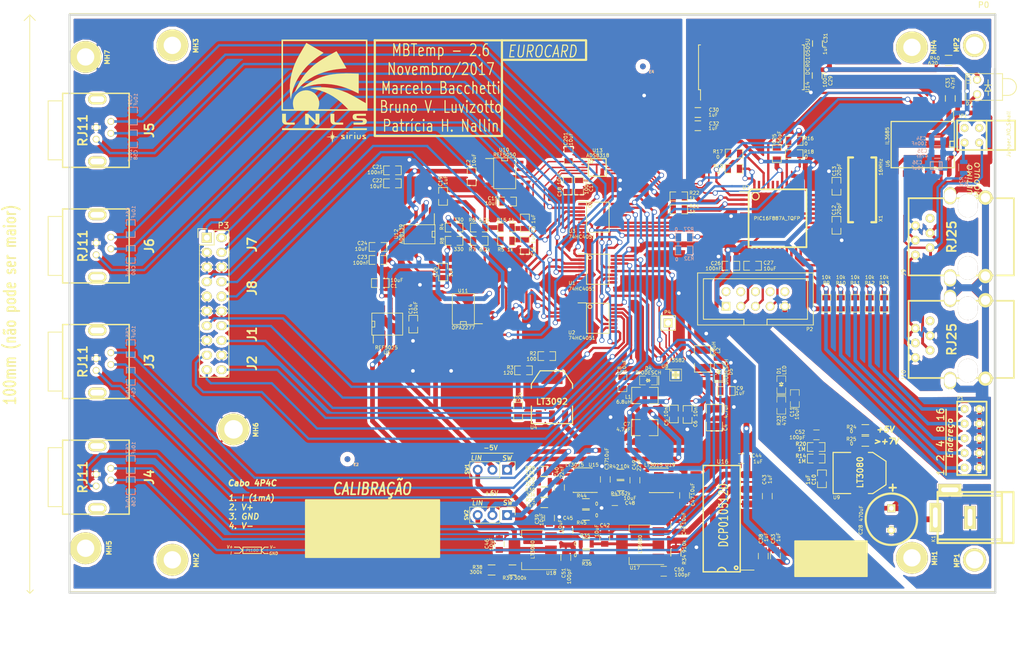
<source format=kicad_pcb>
(kicad_pcb (version 4) (host pcbnew 4.0.4+e1-6308~48~ubuntu15.10.1-stable)
  (layers (0 Superior signal) (31 Inferior signal) (34 B.Paste user) (35 F.Paste user) (36 B.SilkS user) (37 F.SilkS user) (38 B.Mask user) (39 F.Mask user) (44 Edge.Cuts user))
  (net 0 "")
  (net 1 +2,5V-REG)
  (net 2 +5V)
  (net 3 +5V-REG)
  (net 4 /Alimentacao/CAP)
  (net 5 /Alimentacao/SWN)
  (net 6 /Alimentacao/SWP)
  (net 7 /Alimentacao/VIN)
  (net 8 /PIC/SCKpic)
  (net 9 /PIC/SDIpic)
  (net 10 A)
  (net 11 AD-CONVST)
  (net 12 AD-IN+)
  (net 13 AD-IN-)
  (net 14 AD-SCLK)
  (net 15 AD-SDO)
  (net 16 B)
  (net 17 C)
  (net 18 GND)
  (net 19 LT-SCL)
  (net 20 LT-SDA)
  (net 21 PT100_Diff+)
  (net 22 PT100_Diff-)
  (net 23 VPP)
  (net 24 "Net-(C5-Pad1)")
  (net 25 "Net-(C6-Pad1)")
  (net 26 "Net-(C12-Pad2)")
  (net 27 "Net-(C13-Pad2)")
  (net 28 "Net-(C19-Pad1)")
  (net 29 "Net-(C20-Pad1)")
  (net 30 "Net-(D1-Pad2)")
  (net 31 "Net-(J10-Pad6)")
  (net 32 "Net-(P1-Pad2)")
  (net 33 "Net-(P1-Pad4)")
  (net 34 "Net-(P1-Pad6)")
  (net 35 "Net-(P1-Pad8)")
  (net 36 "Net-(P1-Pad10)")
  (net 37 "Net-(P2-Pad3)")
  (net 38 "Net-(P2-Pad5)")
  (net 39 "Net-(P2-Pad7)")
  (net 40 "Net-(R1-Pad1)")
  (net 41 "Net-(R1-Pad2)")
  (net 42 "Net-(R2-Pad1)")
  (net 43 "Net-(R2-Pad2)")
  (net 44 "Net-(R4-Pad1)")
  (net 45 "Net-(R5-Pad2)")
  (net 46 "Net-(R15-Pad1)")
  (net 47 "Net-(R8-Pad2)")
  (net 48 "Net-(U6-Pad3)")
  (net 49 "Net-(U6-Pad4)")
  (net 50 "Net-(U6-Pad6)")
  (net 51 "Net-(P2-Pad2)")
  (net 52 "Net-(P2-Pad4)")
  (net 53 "Net-(P2-Pad6)")
  (net 54 "Net-(P2-Pad8)")
  (net 55 "Net-(P2-Pad10)")
  (net 56 "Net-(U5-Pad8)")
  (net 57 "Net-(U5-Pad1)")
  (net 58 "Net-(U5-Pad7)")
  (net 59 "Net-(U5-Pad5)")
  (net 60 "Net-(U5-Pad3)")
  (net 61 "Net-(U6-Pad7)")
  (net 62 "Net-(U6-Pad10)")
  (net 63 "Net-(U6-Pad11)")
  (net 64 "Net-(U6-Pad14)")
  (net 65 "Net-(U7-Pad39)")
  (net 66 "Net-(U7-Pad40)")
  (net 67 "Net-(U7-Pad43)")
  (net 68 /PIC/RC)
  (net 69 /PIC/BUSY)
  (net 70 "Net-(U7-Pad34)")
  (net 71 "Net-(U7-Pad15)")
  (net 72 "Net-(U7-Pad14)")
  (net 73 "Net-(U7-Pad13)")
  (net 74 "Net-(U7-Pad12)")
  (net 75 "Net-(U7-Pad27)")
  (net 76 "Net-(U7-Pad26)")
  (net 77 "Net-(U7-Pad25)")
  (net 78 "Net-(U7-Pad24)")
  (net 79 "Net-(U7-Pad5)")
  (net 80 "Net-(U7-Pad4)")
  (net 81 "Net-(U7-Pad32)")
  (net 82 "Net-(U7-Pad33)")
  (net 83 "Net-(U9-Pad4)")
  (net 84 "Net-(U10-Pad8)")
  (net 85 "Net-(U10-Pad1)")
  (net 86 "Net-(U10-Pad7)")
  (net 87 "Net-(U10-Pad5)")
  (net 88 "Net-(U10-Pad3)")
  (net 89 "Net-(U12-Pad7)")
  (net 90 /J7_1)
  (net 91 /J7_2)
  (net 92 /J7_4)
  (net 93 /J8_1)
  (net 94 /J8_2)
  (net 95 /J8_4)
  (net 96 /J1_1)
  (net 97 /J1_2)
  (net 98 /J1_4)
  (net 99 /J2_1)
  (net 100 /J2_2)
  (net 101 /J2_4)
  (net 102 +6V)
  (net 103 -5V)
  (net 104 "Net-(R25-Pad1)")
  (net 105 +5VP)
  (net 106 GNDREF)
  (net 107 "Net-(C31-Pad1)")
  (net 108 "Net-(J9-Pad6)")
  (net 109 "Net-(U14-Pad3)")
  (net 110 "Net-(U14-Pad15)")
  (net 111 "Net-(U14-Pad17)")
  (net 112 "Net-(U14-Pad28)")
  (net 113 /PIC/B_485)
  (net 114 /PIC/A_485)
  (net 115 "Net-(JP1-Pad2)")
  (net 116 /Alimentacao/+6V_SW)
  (net 117 /Alimentacao/-5V_SW)
  (net 118 /Alimentacao/-12V)
  (net 119 /Alimentacao/-5V_LIN)
  (net 120 "Net-(C40-Pad1)")
  (net 121 /Alimentacao/+12V)
  (net 122 "Net-(C45-Pad1)")
  (net 123 "Net-(R28-Pad2)")
  (net 124 "Net-(R30-Pad2)")
  (net 125 "Net-(U16-Pad8)")
  (net 126 "Net-(U16-Pad14)")
  (net 127 /Alimentacao/+9.1V)
  (net 128 "Net-(D2-Pad1)")
  (net 129 /Alimentacao/-8.5V_LIN)
  (net 130 "Net-(C49-Pad1)")
  (net 131 "Net-(C37-Pad1)")
  (net 132 "Net-(C50-Pad1)")
  (net 133 "Net-(C51-Pad1)")
  (net 134 "Net-(R38-Pad1)")
  (net 135 "Net-(C52-Pad1)")
  (net 136 /Alimentacao/+6V_LIN)
  (net 137 /J3_1)
  (net 138 /J3_2)
  (net 139 /J4_1)
  (net 140 /J4_2)
  (net 141 /J5_1)
  (net 142 /J5_2)
  (net 143 /J6_1)
  (net 144 /J6_2)
  (net 145 /J3_4)
  (net 146 /J4_4)
  (net 147 /J5_4)
  (net 148 /J6_4)
  (net 149 /I_EN)
  (net 150 I_ENABLE)
  (module CONTROLE:Eurocard_template (layer Superior) (at 222.95 145.52 180)
    (fp_text reference P0 (at 2 101.5 180) (layer F.SilkS))
    (fp_text value C64AC)
    (pad 1 thru_hole circle (at 14.3891 94.158 180) (size 5.5 5.5) (drill 3) (layers *.Cu *.Mask F.SilkS))
    (pad 0 thru_hole circle (at 142.24 94.5 180) (size 5.5 5.5) (drill 3) (layers *.Cu *.Mask F.SilkS))
    (pad 0 thru_hole circle (at 142.24 5.5 180) (size 5.5 5.5) (drill 3) (layers *.Cu *.Mask F.SilkS))
    (pad 0 thru_hole circle (at 3.57 5.5 180) (size 4 4) (drill 3) (layers *.Cu *.Mask F.SilkS))
    (pad 0 thru_hole circle (at 3.57 94.5 180) (size 4 4) (drill 3) (layers *.Cu *.Mask F.SilkS))
    (pad 1 thru_hole circle (at 157.24 7.5 180) (size 5.5 5.5) (drill 3) (layers *.Cu *.Mask F.SilkS))
    (pad 2 thru_hole circle (at 157.24 92.5 180) (size 5.5 5.5) (drill 3) (layers *.Cu *.Mask F.SilkS) (net 18 GND))
    (pad 1 thru_hole circle (at 14.3891 5.842 180) (size 5.5 5.5) (drill 3) (layers *.Cu *.Mask F.SilkS))
  )
  (module Capacitors_Tantalum_SMD:TantalC_SizeR_EIA-2012 (layer Inferior) (at 212.75 71.8)
    (fp_text reference C36 (at -3.25 -0.525) (layer B.SilkS) (effects (font (size 0.6 0.6) (thickness 0.1)) (justify mirror)))
    (fp_text value 10uF (at -3.225 0.425) (layer B.SilkS) (effects (font (size 0.6 0.6) (thickness 0.1)) (justify mirror)))
    (pad 1 smd rect (at 1.17602 0) (size 1.5494 1.80086) (layers Inferior B.Paste B.Mask) (net 105 +5VP))
    (pad 2 smd rect (at -1.17602 0) (size 1.5494 1.80086) (layers Inferior B.Paste B.Mask) (net 106 GNDREF))
  )
  (module SO16W (layer Superior) (at 210.4216 68.1228 180)
    (fp_text reference U6 (at 6.0466 -3.3522 270) (layer F.SilkS) (effects (font (size 0.6 0.6) (thickness 0.1))))
    (fp_text value IL3685 (at 6.1216 1.4478 270) (layer F.SilkS) (effects (font (size 0.6 0.6) (thickness 0.1))))
    (pad 1 smd rect (at -4.445 5.08 180) (size 0.508 1.143) (layers Superior F.Paste F.Mask) (net 2 +5V))
    (pad 2 smd rect (at -3.175 5.08 180) (size 0.508 1.143) (layers Superior F.Paste F.Mask) (net 18 GND))
    (pad 3 smd rect (at -1.905 5.08 180) (size 0.508 1.143) (layers Superior F.Paste F.Mask) (net 48 "Net-(U6-Pad3)"))
    (pad 4 smd rect (at -0.635 5.08 180) (size 0.508 1.143) (layers Superior F.Paste F.Mask) (net 49 "Net-(U6-Pad4)"))
    (pad 5 smd rect (at 0.635 5.08 180) (size 0.508 1.143) (layers Superior F.Paste F.Mask) (net 49 "Net-(U6-Pad4)"))
    (pad 6 smd rect (at 1.905 5.08 180) (size 0.508 1.143) (layers Superior F.Paste F.Mask) (net 50 "Net-(U6-Pad6)"))
    (pad 7 smd rect (at 3.175 5.08 180) (size 0.508 1.143) (layers Superior F.Paste F.Mask) (net 61 "Net-(U6-Pad7)"))
    (pad 8 smd rect (at 4.445 5.08 180) (size 0.508 1.143) (layers Superior F.Paste F.Mask) (net 18 GND))
    (pad 9 smd rect (at 4.445 -5.08 180) (size 0.508 1.143) (layers Superior F.Paste F.Mask) (net 106 GNDREF))
    (pad 10 smd rect (at 3.175 -5.08 180) (size 0.508 1.143) (layers Superior F.Paste F.Mask) (net 62 "Net-(U6-Pad10)"))
    (pad 11 smd rect (at 1.905 -5.08 180) (size 0.508 1.143) (layers Superior F.Paste F.Mask) (net 63 "Net-(U6-Pad11)"))
    (pad 12 smd rect (at 0.635 -5.08 180) (size 0.508 1.143) (layers Superior F.Paste F.Mask) (net 114 /PIC/A_485))
    (pad 13 smd rect (at -0.635 -5.08 180) (size 0.508 1.143) (layers Superior F.Paste F.Mask) (net 113 /PIC/B_485))
    (pad 14 smd rect (at -1.905 -5.08 180) (size 0.508 1.143) (layers Superior F.Paste F.Mask) (net 64 "Net-(U6-Pad14)"))
    (pad 15 smd rect (at -3.175 -5.08 180) (size 0.508 1.143) (layers Superior F.Paste F.Mask) (net 106 GNDREF))
    (pad 16 smd rect (at -4.445 -5.08 180) (size 0.508 1.143) (layers Superior F.Paste F.Mask) (net 105 +5VP))
  )
  (module SM0805 (layer Superior) (at 185.20664 69.74078 90)
    (fp_text reference C25 (at 2.56578 -0.43164 270) (layer F.SilkS) (effects (font (size 0.6 0.6) (thickness 0.1))))
    (fp_text value 56pF (at 2.84078 0.44336 270) (layer F.SilkS) (effects (font (size 0.6 0.6) (thickness 0.1))))
    (pad 1 smd rect (at -0.9525 0 90) (size 0.889 1.397) (layers Superior F.Paste F.Mask) (net 11 AD-CONVST))
    (pad 2 smd rect (at 0.9525 0 90) (size 0.889 1.397) (layers Superior F.Paste F.Mask) (net 18 GND))
  )
  (module SM0805 (layer Superior) (at 188.20638 67.54114)
    (fp_text reference R16 (at 2.51862 -0.41614) (layer F.SilkS) (effects (font (size 0.6 0.6) (thickness 0.1))))
    (fp_text value 0 (at 2.04362 0.48386) (layer F.SilkS) (effects (font (size 0.6 0.6) (thickness 0.1))))
    (pad 1 smd rect (at -0.9525 0) (size 0.889 1.397) (layers Superior F.Paste F.Mask) (net 8 /PIC/SCKpic))
    (pad 2 smd rect (at 0.9525 0) (size 0.889 1.397) (layers Superior F.Paste F.Mask) (net 14 AD-SCLK))
  )
  (module SM0805 (layer Superior) (at 188.20638 69.84238)
    (fp_text reference R18 (at 2.54362 -0.41738) (layer F.SilkS) (effects (font (size 0.6 0.6) (thickness 0.1))))
    (fp_text value 0 (at 2.06862 0.45762) (layer F.SilkS) (effects (font (size 0.6 0.6) (thickness 0.1))))
    (pad 1 smd rect (at -0.9525 0) (size 0.889 1.397) (layers Superior F.Paste F.Mask) (net 8 /PIC/SCKpic))
    (pad 2 smd rect (at 0.9525 0) (size 0.889 1.397) (layers Superior F.Paste F.Mask) (net 19 LT-SCL))
  )
  (module SM0805 (layer Superior) (at 177.7746 72.3646)
    (fp_text reference R19 (at -2.69994 -0.44974) (layer F.SilkS) (effects (font (size 0.6 0.6) (thickness 0.1))))
    (fp_text value 0 (at -2.69994 0.55026) (layer F.SilkS) (effects (font (size 0.6 0.6) (thickness 0.1))))
    (pad 1 smd rect (at -0.9525 0) (size 0.889 1.397) (layers Superior F.Paste F.Mask) (net 9 /PIC/SDIpic))
    (pad 2 smd rect (at 0.9525 0) (size 0.889 1.397) (layers Superior F.Paste F.Mask) (net 20 LT-SDA))
  )
  (module SM0805 (layer Superior) (at 177.80762 69.74078 180)
    (fp_text reference R17 (at 2.80002 0.34878 180) (layer F.SilkS) (effects (font (size 0.6 0.6) (thickness 0.1))))
    (fp_text value 0 (at 2.78262 -0.58422 180) (layer F.SilkS) (effects (font (size 0.6 0.6) (thickness 0.1))))
    (pad 1 smd rect (at -0.9525 0 180) (size 0.889 1.397) (layers Superior F.Paste F.Mask) (net 9 /PIC/SDIpic))
    (pad 2 smd rect (at 0.9525 0 180) (size 0.889 1.397) (layers Superior F.Paste F.Mask) (net 15 AD-SDO))
  )
  (module SM0805 (layer Superior) (at 168.2576 77.142 180)
    (fp_text reference R22 (at -2.6924 0.592 180) (layer F.SilkS) (effects (font (size 0.6 0.6) (thickness 0.1))))
    (fp_text value 1k (at -2.3424 -0.308 180) (layer F.SilkS) (effects (font (size 0.6 0.6) (thickness 0.1))))
    (pad 1 smd rect (at -0.9525 0 180) (size 0.889 1.397) (layers Superior F.Paste F.Mask) (net 20 LT-SDA))
    (pad 2 smd rect (at 0.9525 0 180) (size 0.889 1.397) (layers Superior F.Paste F.Mask) (net 2 +5V))
  )
  (module SM0805 (layer Superior) (at 168.2576 79.392 180)
    (fp_text reference R21 (at -2.6924 0.542 180) (layer F.SilkS) (effects (font (size 0.6 0.6) (thickness 0.1))))
    (fp_text value 1k (at -2.3674 -0.358 180) (layer F.SilkS) (effects (font (size 0.6 0.6) (thickness 0.1))))
    (pad 1 smd rect (at -0.9525 0 180) (size 0.889 1.397) (layers Superior F.Paste F.Mask) (net 19 LT-SCL))
    (pad 2 smd rect (at 0.9525 0 180) (size 0.889 1.397) (layers Superior F.Paste F.Mask) (net 2 +5V))
  )
  (module TQFP44 (layer Superior) (at 185.32094 80.9244)
    (fp_text reference U7 (at -5.47094 -5.3244) (layer F.SilkS) (effects (font (size 0.6 0.6) (thickness 0.1))))
    (fp_text value PIC16F887A_TQFP (at -0.09594 0.0256) (layer F.SilkS) (effects (font (size 0.6 0.6) (thickness 0.1))))
    (pad 39 smd rect (at 0 -5.715) (size 0.4064 1.524) (layers Superior F.Paste F.Mask) (net 65 "Net-(U7-Pad39)"))
    (pad 40 smd rect (at -0.8001 -5.715) (size 0.4064 1.524) (layers Superior F.Paste F.Mask) (net 66 "Net-(U7-Pad40)"))
    (pad 41 smd rect (at -1.6002 -5.715) (size 0.4064 1.524) (layers Superior F.Paste F.Mask) (net 49 "Net-(U6-Pad4)"))
    (pad 42 smd rect (at -2.4003 -5.715) (size 0.4064 1.524) (layers Superior F.Paste F.Mask) (net 9 /PIC/SDIpic))
    (pad 43 smd rect (at -3.2004 -5.715) (size 0.4064 1.524) (layers Superior F.Paste F.Mask) (net 67 "Net-(U7-Pad43)"))
    (pad 44 smd rect (at -4.0005 -5.715) (size 0.4064 1.524) (layers Superior F.Paste F.Mask) (net 50 "Net-(U6-Pad6)"))
    (pad 38 smd rect (at 0.8001 -5.715) (size 0.4064 1.524) (layers Superior F.Paste F.Mask) (net 11 AD-CONVST))
    (pad 37 smd rect (at 1.6002 -5.715) (size 0.4064 1.524) (layers Superior F.Paste F.Mask) (net 8 /PIC/SCKpic))
    (pad 36 smd rect (at 2.4003 -5.715) (size 0.4064 1.524) (layers Superior F.Paste F.Mask) (net 68 /PIC/RC))
    (pad 35 smd rect (at 3.2004 -5.715) (size 0.4064 1.524) (layers Superior F.Paste F.Mask) (net 69 /PIC/BUSY))
    (pad 34 smd rect (at 4.0005 -5.715) (size 0.4064 1.524) (layers Superior F.Paste F.Mask) (net 70 "Net-(U7-Pad34)"))
    (pad 17 smd rect (at 0 5.715) (size 0.4064 1.524) (layers Superior F.Paste F.Mask) (net 38 "Net-(P2-Pad5)"))
    (pad 16 smd rect (at -0.8001 5.715) (size 0.4064 1.524) (layers Superior F.Paste F.Mask) (net 37 "Net-(P2-Pad3)"))
    (pad 15 smd rect (at -1.6002 5.715) (size 0.4064 1.524) (layers Superior F.Paste F.Mask) (net 71 "Net-(U7-Pad15)"))
    (pad 14 smd rect (at -2.4003 5.715) (size 0.4064 1.524) (layers Superior F.Paste F.Mask) (net 72 "Net-(U7-Pad14)"))
    (pad 13 smd rect (at -3.2004 5.715) (size 0.4064 1.524) (layers Superior F.Paste F.Mask) (net 73 "Net-(U7-Pad13)"))
    (pad 12 smd rect (at -4.0005 5.715) (size 0.4064 1.524) (layers Superior F.Paste F.Mask) (net 74 "Net-(U7-Pad12)"))
    (pad 18 smd rect (at 0.8001 5.715) (size 0.4064 1.524) (layers Superior F.Paste F.Mask) (net 39 "Net-(P2-Pad7)"))
    (pad 19 smd rect (at 1.6002 5.715) (size 0.4064 1.524) (layers Superior F.Paste F.Mask) (net 32 "Net-(P1-Pad2)"))
    (pad 20 smd rect (at 2.4003 5.715) (size 0.4064 1.524) (layers Superior F.Paste F.Mask) (net 33 "Net-(P1-Pad4)"))
    (pad 21 smd rect (at 3.2004 5.715) (size 0.4064 1.524) (layers Superior F.Paste F.Mask) (net 34 "Net-(P1-Pad6)"))
    (pad 22 smd rect (at 4.0005 5.715) (size 0.4064 1.524) (layers Superior F.Paste F.Mask) (net 35 "Net-(P1-Pad8)"))
    (pad 6 smd rect (at -5.715 0) (size 1.524 0.4064) (layers Superior F.Paste F.Mask) (net 18 GND))
    (pad 28 smd rect (at 5.715 0) (size 1.524 0.4064) (layers Superior F.Paste F.Mask) (net 2 +5V))
    (pad 7 smd rect (at -5.715 0.8001) (size 1.524 0.4064) (layers Superior F.Paste F.Mask) (net 2 +5V))
    (pad 27 smd rect (at 5.715 0.8001) (size 1.524 0.4064) (layers Superior F.Paste F.Mask) (net 75 "Net-(U7-Pad27)"))
    (pad 26 smd rect (at 5.715 1.6002) (size 1.524 0.4064) (layers Superior F.Paste F.Mask) (net 76 "Net-(U7-Pad26)"))
    (pad 8 smd rect (at -5.715 1.6002) (size 1.524 0.4064) (layers Superior F.Paste F.Mask) (net 10 A))
    (pad 9 smd rect (at -5.715 2.4003) (size 1.524 0.4064) (layers Superior F.Paste F.Mask) (net 16 B))
    (pad 25 smd rect (at 5.715 2.4003) (size 1.524 0.4064) (layers Superior F.Paste F.Mask) (net 77 "Net-(U7-Pad25)"))
    (pad 24 smd rect (at 5.715 3.2004) (size 1.524 0.4064) (layers Superior F.Paste F.Mask) (net 78 "Net-(U7-Pad24)"))
    (pad 10 smd rect (at -5.715 3.2004) (size 1.524 0.4064) (layers Superior F.Paste F.Mask) (net 17 C))
    (pad 11 smd rect (at -5.715 4.0005) (size 1.524 0.4064) (layers Superior F.Paste F.Mask) (net 150 I_ENABLE))
    (pad 23 smd rect (at 5.715 4.0005) (size 1.524 0.4064) (layers Superior F.Paste F.Mask) (net 36 "Net-(P1-Pad10)"))
    (pad 29 smd rect (at 5.715 -0.8001) (size 1.524 0.4064) (layers Superior F.Paste F.Mask) (net 18 GND))
    (pad 5 smd rect (at -5.715 -0.8001) (size 1.524 0.4064) (layers Superior F.Paste F.Mask) (net 79 "Net-(U7-Pad5)"))
    (pad 4 smd rect (at -5.715 -1.6002) (size 1.524 0.4064) (layers Superior F.Paste F.Mask) (net 80 "Net-(U7-Pad4)"))
    (pad 30 smd rect (at 5.715 -1.6002) (size 1.524 0.4064) (layers Superior F.Paste F.Mask) (net 26 "Net-(C12-Pad2)"))
    (pad 31 smd rect (at 5.715 -2.4003) (size 1.524 0.4064) (layers Superior F.Paste F.Mask) (net 27 "Net-(C13-Pad2)"))
    (pad 3 smd rect (at -5.715 -2.4003) (size 1.524 0.4064) (layers Superior F.Paste F.Mask) (net 19 LT-SCL))
    (pad 2 smd rect (at -5.715 -3.2004) (size 1.524 0.4064) (layers Superior F.Paste F.Mask) (net 20 LT-SDA))
    (pad 32 smd rect (at 5.715 -3.2004) (size 1.524 0.4064) (layers Superior F.Paste F.Mask) (net 81 "Net-(U7-Pad32)"))
    (pad 33 smd rect (at 5.715 -4.0005) (size 1.524 0.4064) (layers Superior F.Paste F.Mask) (net 82 "Net-(U7-Pad33)"))
    (pad 1 smd rect (at -5.715 -4.0005) (size 1.524 0.4064) (layers Superior F.Paste F.Mask) (net 48 "Net-(U6-Pad3)"))
  )
  (module SM0805 (layer Superior) (at 195.5076 75.392 270)
    (fp_text reference C13 (at -2.617 0.3826 270) (layer F.SilkS) (effects (font (size 0.6 0.6) (thickness 0.1))))
    (fp_text value 20pF (at -2.867 -0.4674 270) (layer F.SilkS) (effects (font (size 0.6 0.6) (thickness 0.1))))
    (pad 1 smd rect (at -0.9525 0 270) (size 0.889 1.397) (layers Superior F.Paste F.Mask) (net 18 GND))
    (pad 2 smd rect (at 0.9525 0 270) (size 0.889 1.397) (layers Superior F.Paste F.Mask) (net 27 "Net-(C13-Pad2)"))
  )
  (module SM0805 (layer Superior) (at 195.5076 82.142 90)
    (fp_text reference C12 (at 2.617 -0.4326 90) (layer F.SilkS) (effects (font (size 0.6 0.6) (thickness 0.1))))
    (fp_text value 20pF (at 2.892 0.4424 90) (layer F.SilkS) (effects (font (size 0.6 0.6) (thickness 0.1))))
    (pad 1 smd rect (at -0.9525 0 90) (size 0.889 1.397) (layers Superior F.Paste F.Mask) (net 18 GND))
    (pad 2 smd rect (at 0.9525 0 90) (size 0.889 1.397) (layers Superior F.Paste F.Mask) (net 26 "Net-(C12-Pad2)"))
  )
  (module SM0805 (layer Superior) (at 203.7576 95.642 270)
    (fp_text reference R13 (at -3.5 0 360) (layer F.SilkS) (effects (font (size 0.6 0.6) (thickness 0.1))))
    (fp_text value 10k (at -4.5 0 360) (layer F.SilkS) (effects (font (size 0.6 0.6) (thickness 0.1))))
    (pad 1 smd rect (at -0.9525 0 270) (size 0.889 1.397) (layers Superior F.Paste F.Mask) (net 36 "Net-(P1-Pad10)"))
    (pad 2 smd rect (at 0.9525 0 270) (size 0.889 1.397) (layers Superior F.Paste F.Mask) (net 2 +5V))
  )
  (module SM0805 (layer Superior) (at 201.2576 95.642 270)
    (fp_text reference R12 (at -3.5 0 360) (layer F.SilkS) (effects (font (size 0.6 0.6) (thickness 0.1))))
    (fp_text value 10k (at -4.5 0 360) (layer F.SilkS) (effects (font (size 0.6 0.6) (thickness 0.1))))
    (pad 1 smd rect (at -0.9525 0 270) (size 0.889 1.397) (layers Superior F.Paste F.Mask) (net 35 "Net-(P1-Pad8)"))
    (pad 2 smd rect (at 0.9525 0 270) (size 0.889 1.397) (layers Superior F.Paste F.Mask) (net 2 +5V))
  )
  (module SM0805 (layer Superior) (at 198.7576 95.642 270)
    (fp_text reference R11 (at -3.5 0 360) (layer F.SilkS) (effects (font (size 0.6 0.6) (thickness 0.1))))
    (fp_text value 10k (at -4.5 0 360) (layer F.SilkS) (effects (font (size 0.6 0.6) (thickness 0.1))))
    (pad 1 smd rect (at -0.9525 0 270) (size 0.889 1.397) (layers Superior F.Paste F.Mask) (net 34 "Net-(P1-Pad6)"))
    (pad 2 smd rect (at 0.9525 0 270) (size 0.889 1.397) (layers Superior F.Paste F.Mask) (net 2 +5V))
  )
  (module SM0805 (layer Superior) (at 196.2576 95.642 270)
    (fp_text reference R10 (at -3.5 0 360) (layer F.SilkS) (effects (font (size 0.6 0.6) (thickness 0.1))))
    (fp_text value 10k (at -4.5 0 360) (layer F.SilkS) (effects (font (size 0.6 0.6) (thickness 0.1))))
    (pad 1 smd rect (at -0.9525 0 270) (size 0.889 1.397) (layers Superior F.Paste F.Mask) (net 33 "Net-(P1-Pad4)"))
    (pad 2 smd rect (at 0.9525 0 270) (size 0.889 1.397) (layers Superior F.Paste F.Mask) (net 2 +5V))
  )
  (module SM0805 (layer Superior) (at 193.7576 95.642 270)
    (fp_text reference R9 (at -3.5 0 360) (layer F.SilkS) (effects (font (size 0.6 0.6) (thickness 0.1))))
    (fp_text value 10k (at -4.5 0 360) (layer F.SilkS) (effects (font (size 0.6 0.6) (thickness 0.1))))
    (pad 1 smd rect (at -0.9525 0 270) (size 0.889 1.397) (layers Superior F.Paste F.Mask) (net 32 "Net-(P1-Pad2)"))
    (pad 2 smd rect (at 0.9525 0 270) (size 0.889 1.397) (layers Superior F.Paste F.Mask) (net 2 +5V))
  )
  (module SM0805 (layer Superior) (at 181.0076 89.142 180)
    (fp_text reference C27 (at -2.75 0.5 180) (layer F.SilkS) (effects (font (size 0.6 0.6) (thickness 0.1))))
    (fp_text value 10uF (at -3 -0.5 180) (layer F.SilkS) (effects (font (size 0.6 0.6) (thickness 0.1))))
    (pad 1 smd rect (at -0.9525 0 180) (size 0.889 1.397) (layers Superior F.Paste F.Mask) (net 18 GND))
    (pad 2 smd rect (at 0.9525 0 180) (size 0.889 1.397) (layers Superior F.Paste F.Mask) (net 2 +5V))
  )
  (module SM0805 (layer Superior) (at 177.2576 89.142)
    (fp_text reference C26 (at -2.6076 -0.417) (layer F.SilkS) (effects (font (size 0.6 0.6) (thickness 0.1))))
    (fp_text value 100nF (at -3.0076 0.483) (layer F.SilkS) (effects (font (size 0.6 0.6) (thickness 0.1))))
    (pad 1 smd rect (at -0.9525 0) (size 0.889 1.397) (layers Superior F.Paste F.Mask) (net 18 GND))
    (pad 2 smd rect (at 0.9525 0) (size 0.889 1.397) (layers Superior F.Paste F.Mask) (net 2 +5V))
  )
  (module SM0805 (layer Inferior) (at 169.172 86.4786)
    (fp_text reference R32 (at 0.8556 1.4308) (layer B.SilkS) (effects (font (size 0.6 0.6) (thickness 0.1)) (justify mirror)))
    (fp_text value 0 (at -1.278 1.5578) (layer B.SilkS) (effects (font (size 0.6 0.6) (thickness 0.1)) (justify mirror)))
    (pad 1 smd rect (at -0.9525 0) (size 0.889 1.397) (layers Inferior B.Paste B.Mask) (net 149 /I_EN))
    (pad 2 smd rect (at 0.9525 0) (size 0.889 1.397) (layers Inferior B.Paste B.Mask) (net 18 GND))
  )
  (module SM0805 (layer Inferior) (at 169.172 84.2434)
    (fp_text reference R27 (at 0.8048 -1.414) (layer B.SilkS) (effects (font (size 0.6 0.6) (thickness 0.1)) (justify mirror)))
    (fp_text value 0 (at -1.3542 -1.3886) (layer B.SilkS) (effects (font (size 0.6 0.6) (thickness 0.1)) (justify mirror)))
    (pad 1 smd rect (at -0.9525 0) (size 0.889 1.397) (layers Inferior B.Paste B.Mask) (net 149 /I_EN))
    (pad 2 smd rect (at 0.9525 0) (size 0.889 1.397) (layers Inferior B.Paste B.Mask) (net 150 I_ENABLE))
  )
  (module SM0805 (layer Superior) (at 185.9788 109.728 270)
    (fp_text reference D1 (at -2.428 0.4288 270) (layer F.SilkS) (effects (font (size 0.6 0.6) (thickness 0.1))))
    (fp_text value LED (at -2.528 -0.5212 270) (layer F.SilkS) (effects (font (size 0.6 0.6) (thickness 0.1))))
    (pad 1 smd rect (at -0.9525 0 270) (size 0.889 1.397) (layers Superior F.Paste F.Mask) (net 2 +5V))
    (pad 2 smd rect (at 0.9525 0 270) (size 0.889 1.397) (layers Superior F.Paste F.Mask) (net 30 "Net-(D1-Pad2)"))
  )
  (module SM0805 (layer Superior) (at 185.9788 113.284 270)
    (fp_text reference R23 (at 2.641 0.4038 450) (layer F.SilkS) (effects (font (size 0.6 0.6) (thickness 0.1))))
    (fp_text value 470 (at 2.666 -0.5212 270) (layer F.SilkS) (effects (font (size 0.6 0.6) (thickness 0.1))))
    (pad 1 smd rect (at -0.9525 0 270) (size 0.889 1.397) (layers Superior F.Paste F.Mask) (net 30 "Net-(D1-Pad2)"))
    (pad 2 smd rect (at 0.9525 0 270) (size 0.889 1.397) (layers Superior F.Paste F.Mask) (net 18 GND))
  )
  (module SM0805 (layer Superior) (at 188.3156 112.1156 270)
    (fp_text reference C11 (at 2.3344 0.4906 270) (layer F.SilkS) (effects (font (size 0.6 0.6) (thickness 0.1))))
    (fp_text value 10uF (at 2.5844 -0.3594 270) (layer F.SilkS) (effects (font (size 0.6 0.6) (thickness 0.1))))
    (pad 1 smd rect (at -0.9525 0 270) (size 0.889 1.397) (layers Superior F.Paste F.Mask) (net 2 +5V))
    (pad 2 smd rect (at 0.9525 0 270) (size 0.889 1.397) (layers Superior F.Paste F.Mask) (net 18 GND))
  )
  (module SM0805 (layer Superior) (at 192 120.5 180)
    (fp_text reference R20 (at 2.65 0.525 180) (layer F.SilkS) (effects (font (size 0.635 0.635) (thickness 0.127))))
    (fp_text value 1M (at 2.5 -0.375 180) (layer F.SilkS) (effects (font (size 0.635 0.635) (thickness 0.127))))
    (pad 1 smd rect (at -0.9525 0 180) (size 0.889 1.397) (layers Superior F.Paste F.Mask) (net 135 "Net-(C52-Pad1)"))
    (pad 2 smd rect (at 0.9525 0 180) (size 0.889 1.397) (layers Superior F.Paste F.Mask) (net 18 GND))
  )
  (module SM0805 (layer Superior) (at 192 122.5 180)
    (fp_text reference R14 (at 2.65 0.45 180) (layer F.SilkS) (effects (font (size 0.635 0.635) (thickness 0.127))))
    (fp_text value 1M (at 2.45 -0.45 180) (layer F.SilkS) (effects (font (size 0.635 0.635) (thickness 0.127))))
    (pad 1 smd rect (at -0.9525 0 180) (size 0.889 1.397) (layers Superior F.Paste F.Mask) (net 135 "Net-(C52-Pad1)"))
    (pad 2 smd rect (at 0.9525 0 180) (size 0.889 1.397) (layers Superior F.Paste F.Mask) (net 18 GND))
  )
  (module SM0805 (layer Superior) (at 193 126 90)
    (fp_text reference C10 (at -0.14978 -1.40196 90) (layer F.SilkS) (effects (font (size 0.635 0.635) (thickness 0.127))))
    (fp_text value 1uF (at -0.14978 -2.40196 90) (layer F.SilkS) (effects (font (size 0.635 0.635) (thickness 0.127))))
    (pad 1 smd rect (at -0.9525 0 90) (size 0.889 1.397) (layers Superior F.Paste F.Mask) (net 7 /Alimentacao/VIN))
    (pad 2 smd rect (at 0.9525 0 90) (size 0.889 1.397) (layers Superior F.Paste F.Mask) (net 18 GND))
  )
  (module C1.5V8V (layer Superior) (at 205 133 270)
    (fp_text reference C28 (at 1.825 5.3 270) (layer F.SilkS) (effects (font (size 0.6 0.6) (thickness 0.1))))
    (fp_text value 470uF (at -1 5.225 270) (layer F.SilkS) (effects (font (size 0.6 0.6) (thickness 0.1))))
    (fp_text user + (at -5.461 -0.127 270) (layer F.SilkS) (effects (font (thickness 0.3048))))
    (pad 1 thru_hole rect (at -1.905 0 270) (size 1.397 1.397) (drill 0.8128) (layers *.Cu *.Mask F.SilkS) (net 7 /Alimentacao/VIN))
    (pad 2 thru_hole circle (at 1.905 0 270) (size 1.397 1.397) (drill 0.8128) (layers *.Cu *.Mask F.SilkS) (net 18 GND))
  )
  (module CONTROLE:DCP0105xxD (layer Superior) (at 175.675 132.9 90)
    (fp_text reference U16 (at 9.88 0.155 180) (layer F.SilkS) (effects (font (size 0.7 0.7) (thickness 0.1))))
    (fp_text value DCP010512D (at 0.6 0.315 90) (layer F.SilkS) (effects (font (size 1.524 1.143) (thickness 0.2))))
    (pad 1 smd rect (at -7.62 4.45 90) (size 1.2 1.9) (layers Superior F.Paste F.Mask) (net 2 +5V))
    (pad 2 smd rect (at -5.08 4.45 90) (size 1.2 1.9) (layers Superior F.Paste F.Mask) (net 18 GND))
    (pad 5 smd rect (at 2.54 4.45 90) (size 1.2 1.9) (layers Superior F.Paste F.Mask) (net 18 GND))
    (pad 6 smd rect (at 5.08 4.45 90) (size 1.2 1.9) (layers Superior F.Paste F.Mask) (net 121 /Alimentacao/+12V))
    (pad 7 smd rect (at 7.62 4.45 90) (size 1.2 1.9) (layers Superior F.Paste F.Mask) (net 118 /Alimentacao/-12V))
    (pad 8 smd rect (at 7.62 -4.45 90) (size 1.2 1.9) (layers Superior F.Paste F.Mask) (net 125 "Net-(U16-Pad8)"))
    (pad 14 smd rect (at -7.62 -4.45 90) (size 1.2 1.9) (layers Superior F.Paste F.Mask) (net 126 "Net-(U16-Pad14)"))
  )
  (module SM0805 (layer Superior) (at 163.0045 108.99394)
    (fp_text reference D4 (at 0.0031 -2.10194) (layer F.SilkS) (effects (font (size 0.6 0.6) (thickness 0.1))))
    (fp_text value DIODESCH (at 0.0031 -1.35194) (layer F.SilkS) (effects (font (size 0.6 0.6) (thickness 0.1))))
    (pad 1 smd rect (at -0.9525 0) (size 0.889 1.397) (layers Superior F.Paste F.Mask) (net 117 /Alimentacao/-5V_SW))
    (pad 2 smd rect (at 0.9525 0) (size 0.889 1.397) (layers Superior F.Paste F.Mask) (net 5 /Alimentacao/SWN))
  )
  (module SM1210 (layer Superior) (at 162.39998 111.58982 180)
    (fp_text reference L1 (at 2.89998 -0.23518 180) (layer F.SilkS) (effects (font (size 0.6 0.6) (thickness 0.1))))
    (fp_text value 6.8uH (at 3.64998 -1.11018 180) (layer F.SilkS) (effects (font (size 0.6 0.6) (thickness 0.1))))
    (pad 1 smd rect (at -1.524 0 180) (size 1.27 2.54) (layers Superior F.Paste F.Mask) (net 5 /Alimentacao/SWN))
    (pad 2 smd rect (at 1.524 0 180) (size 1.27 2.54) (layers Superior F.Paste F.Mask) (net 18 GND))
  )
  (module SM0805 (layer Superior) (at 158.5076 109.392 90)
    (fp_text reference C8 (at 2.267 -0.4826 90) (layer F.SilkS) (effects (font (size 0.6 0.6) (thickness 0.1))))
    (fp_text value 10uF (at 2.892 0.3424 90) (layer F.SilkS) (effects (font (size 0.6 0.6) (thickness 0.1))))
    (pad 1 smd rect (at -0.9525 0 90) (size 0.889 1.397) (layers Superior F.Paste F.Mask) (net 18 GND))
    (pad 2 smd rect (at 0.9525 0 90) (size 0.889 1.397) (layers Superior F.Paste F.Mask) (net 117 /Alimentacao/-5V_SW))
  )
  (module SM1210 (layer Superior) (at 162.3568 117.14226)
    (fp_text reference C7 (at -3.1068 -0.59226) (layer F.SilkS) (effects (font (size 0.6 0.6) (thickness 0.1))))
    (fp_text value 4.7uF (at -3.6568 0.33274) (layer F.SilkS) (effects (font (size 0.6 0.6) (thickness 0.1))))
    (pad 1 smd rect (at -1.524 0) (size 1.27 2.54) (layers Superior F.Paste F.Mask) (net 2 +5V))
    (pad 2 smd rect (at 1.524 0) (size 1.27 2.54) (layers Superior F.Paste F.Mask) (net 18 GND))
  )
  (module SM0805 (layer Superior) (at 167.39616 114.79022 270)
    (fp_text reference C5 (at 1.48478 1.27116 270) (layer F.SilkS) (effects (font (size 0.6 0.6) (thickness 0.1))))
    (fp_text value 10nF (at -0.59022 1.34616 270) (layer F.SilkS) (effects (font (size 0.6 0.6) (thickness 0.1))))
    (pad 1 smd rect (at -0.9525 0 270) (size 0.889 1.397) (layers Superior F.Paste F.Mask) (net 24 "Net-(C5-Pad1)"))
    (pad 2 smd rect (at 0.9525 0 270) (size 0.889 1.397) (layers Superior F.Paste F.Mask) (net 18 GND))
  )
  (module SM0805 (layer Superior) (at 169.77868 114.86134 270)
    (fp_text reference C6 (at 1.63866 -1.34632 270) (layer F.SilkS) (effects (font (size 0.6 0.6) (thickness 0.1))))
    (fp_text value 10nF (at -0.68634 -1.37132 270) (layer F.SilkS) (effects (font (size 0.6 0.6) (thickness 0.1))))
    (pad 1 smd rect (at -0.9525 0 270) (size 0.889 1.397) (layers Superior F.Paste F.Mask) (net 25 "Net-(C6-Pad1)"))
    (pad 2 smd rect (at 0.9525 0 270) (size 0.889 1.397) (layers Superior F.Paste F.Mask) (net 18 GND))
  )
  (module SM1210 (layer Superior) (at 174.4176 115.422 270)
    (fp_text reference C4 (at 1.718 -1.9224 270) (layer F.SilkS) (effects (font (size 0.6 0.6) (thickness 0.1))))
    (fp_text value 4.7uF (at -1.122 -2.0024 270) (layer F.SilkS) (effects (font (size 0.6 0.6) (thickness 0.1))))
    (pad 1 smd rect (at -1.524 0 270) (size 1.27 2.54) (layers Superior F.Paste F.Mask) (net 116 /Alimentacao/+6V_SW))
    (pad 2 smd rect (at 1.524 0 270) (size 1.27 2.54) (layers Superior F.Paste F.Mask) (net 18 GND))
  )
  (module SM0805 (layer Superior) (at 176.4792 110.81004 180)
    (fp_text reference C9 (at -2.3008 0.47004 180) (layer F.SilkS) (effects (font (size 0.6 0.6) (thickness 0.1))))
    (fp_text value 1uF (at -2.4108 -0.36996 180) (layer F.SilkS) (effects (font (size 0.6 0.6) (thickness 0.1))))
    (pad 1 smd rect (at -0.9525 0 180) (size 0.889 1.397) (layers Superior F.Paste F.Mask) (net 18 GND))
    (pad 2 smd rect (at 0.9525 0 180) (size 0.889 1.397) (layers Superior F.Paste F.Mask) (net 4 /Alimentacao/CAP))
  )
  (module SM0805 (layer Superior) (at 175.1584 107.4928 270)
    (fp_text reference D5 (at 0 -2.0828 270) (layer F.SilkS) (effects (font (size 0.6 0.6) (thickness 0.1))))
    (fp_text value DIODESCH (at 0 -1.3208 270) (layer F.SilkS) (effects (font (size 0.6 0.6) (thickness 0.1))))
    (pad 1 smd rect (at -0.9525 0 270) (size 0.889 1.397) (layers Superior F.Paste F.Mask) (net 6 /Alimentacao/SWP))
    (pad 2 smd rect (at 0.9525 0 270) (size 0.889 1.397) (layers Superior F.Paste F.Mask) (net 4 /Alimentacao/CAP))
  )
  (module SM1210 (layer Superior) (at 172.3644 105.2576 90)
    (fp_text reference L2 (at 1.4476 2.7156 90) (layer F.SilkS) (effects (font (size 0.6 0.6) (thickness 0.1))))
    (fp_text value 6.8uH (at 1.7176 1.9356 90) (layer F.SilkS) (effects (font (size 0.6 0.6) (thickness 0.1))))
    (pad 1 smd rect (at -1.524 0 90) (size 1.27 2.54) (layers Superior F.Paste F.Mask) (net 6 /Alimentacao/SWP))
    (pad 2 smd rect (at 1.524 0 90) (size 1.27 2.54) (layers Superior F.Paste F.Mask) (net 2 +5V))
  )
  (module QFN16 (layer Superior) (at 167.70858 108.04144)
    (fp_text reference U8 (at -1.86858 -1.53144) (layer F.SilkS) (effects (font (size 0.6 0.6) (thickness 0.1))))
    (fp_text value LT3582 (at 0 -2.54) (layer F.SilkS) (effects (font (size 0.6 0.6) (thickness 0.1))))
    (pad 9 smd rect (at 1.39954 0.7493 180) (size 0.70104 0.24892) (layers Superior F.Paste F.Mask) (net 116 /Alimentacao/+6V_SW))
    (pad 10 smd rect (at 1.39954 0.24892 180) (size 0.70104 0.24892) (layers Superior F.Paste F.Mask) (net 4 /Alimentacao/CAP))
    (pad 12 smd rect (at 1.39954 -0.7493 180) (size 0.70104 0.24892) (layers Superior F.Paste F.Mask) (net 6 /Alimentacao/SWP))
    (pad 11 smd rect (at 1.39954 -0.24892 180) (size 0.70104 0.24892) (layers Superior F.Paste F.Mask) (net 4 /Alimentacao/CAP))
    (pad 15 smd rect (at -0.24892 -1.39954 270) (size 0.70104 0.24892) (layers Superior F.Paste F.Mask) (net 20 LT-SDA))
    (pad 16 smd rect (at -0.7493 -1.39954 270) (size 0.70104 0.24892) (layers Superior F.Paste F.Mask) (net 19 LT-SCL))
    (pad 14 smd rect (at 0.24892 -1.39954 270) (size 0.70104 0.24892) (layers Superior F.Paste F.Mask) (net 23 VPP))
    (pad 13 smd rect (at 0.7493 -1.39954 270) (size 0.70104 0.24892) (layers Superior F.Paste F.Mask) (net 18 GND))
    (pad 5 smd rect (at -0.7493 1.39954 90) (size 0.70104 0.24892) (layers Superior F.Paste F.Mask) (net 2 +5V))
    (pad 6 smd rect (at -0.24892 1.39954 90) (size 0.70104 0.24892) (layers Superior F.Paste F.Mask) (net 24 "Net-(C5-Pad1)"))
    (pad 8 smd rect (at 0.7493 1.39954 90) (size 0.70104 0.24892) (layers Superior F.Paste F.Mask) (net 2 +5V))
    (pad 7 smd rect (at 0.24892 1.39954 90) (size 0.70104 0.24892) (layers Superior F.Paste F.Mask) (net 25 "Net-(C6-Pad1)"))
    (pad 3 smd rect (at -1.39954 0.24892) (size 0.70104 0.24892) (layers Superior F.Paste F.Mask) (net 5 /Alimentacao/SWN))
    (pad 4 smd rect (at -1.39954 0.7493) (size 0.70104 0.24892) (layers Superior F.Paste F.Mask) (net 5 /Alimentacao/SWN))
    (pad 2 smd rect (at -1.39954 -0.24892) (size 0.70104 0.24892) (layers Superior F.Paste F.Mask) (net 117 /Alimentacao/-5V_SW))
    (pad 1 smd rect (at -1.39954 -0.7493) (size 0.70104 0.24892) (layers Superior F.Paste F.Mask) (net 18 GND))
    (pad 17 smd rect (at 0 0 270) (size 1.45034 1.45034) (layers Superior F.Paste F.Mask) (net 18 GND))
    (pad 17 thru_hole rect (at -0.45 -0.45) (size 0.7 0.7) (drill 0.4 (offset 0.1 0.1)) (layers *.Cu *.Mask F.SilkS) (net 18 GND))
    (pad 17 thru_hole rect (at 0.45 -0.45) (size 0.7 0.7) (drill 0.4 (offset -0.1 0.1)) (layers *.Cu *.Mask F.SilkS) (net 18 GND))
    (pad 17 thru_hole rect (at 0.45 0.45) (size 0.7 0.7) (drill 0.4 (offset -0.1 -0.1)) (layers *.Cu *.Mask F.SilkS) (net 18 GND))
    (pad 17 thru_hole rect (at -0.45 0.45) (size 0.7 0.7) (drill 0.4 (offset 0.1 -0.1)) (layers *.Cu *.Mask F.SilkS) (net 18 GND))
  )
  (module SM0805 (layer Superior) (at 140.48486 114.3 90)
    (fp_text reference R1 (at 2.25 -0.43486 90) (layer F.SilkS) (effects (font (size 0.6 0.6) (thickness 0.1))))
    (fp_text value 22k (at 2.5 0.39014 90) (layer F.SilkS) (effects (font (size 0.6 0.6) (thickness 0.1))))
    (pad 1 smd rect (at -0.9525 0 90) (size 0.889 1.397) (layers Superior F.Paste F.Mask) (net 40 "Net-(R1-Pad1)"))
    (pad 2 smd rect (at 0.9525 0 90) (size 0.889 1.397) (layers Superior F.Paste F.Mask) (net 41 "Net-(R1-Pad2)"))
  )
  (module SM0805 (layer Superior) (at 145.43786 104.775 180)
    (fp_text reference R2 (at 2.38786 0.45 180) (layer F.SilkS) (effects (font (size 0.6 0.6) (thickness 0.1))))
    (fp_text value 100 (at 2.63786 -0.5 180) (layer F.SilkS) (effects (font (size 0.6 0.6) (thickness 0.1))))
    (pad 1 smd rect (at -0.9525 0 180) (size 0.889 1.397) (layers Superior F.Paste F.Mask) (net 42 "Net-(R2-Pad1)"))
    (pad 2 smd rect (at 0.9525 0 180) (size 0.889 1.397) (layers Superior F.Paste F.Mask) (net 43 "Net-(R2-Pad2)"))
  )
  (module SM0805 (layer Superior) (at 141.4076 107.242)
    (fp_text reference R3 (at -2.3076 -0.492) (layer F.SilkS) (effects (font (size 0.6 0.6) (thickness 0.1))))
    (fp_text value 120 (at -2.6326 0.433) (layer F.SilkS) (effects (font (size 0.6 0.6) (thickness 0.1))))
    (pad 1 smd rect (at -0.9525 0) (size 0.889 1.397) (layers Superior F.Paste F.Mask) (net 41 "Net-(R1-Pad2)"))
    (pad 2 smd rect (at 0.9525 0) (size 0.889 1.397) (layers Superior F.Paste F.Mask) (net 43 "Net-(R2-Pad2)"))
  )
  (module SSOP16 (layer Superior) (at 154.25674 98.24212 270)
    (fp_text reference U2 (at 2.45788 4.50674 360) (layer F.SilkS) (effects (font (size 0.6 0.6) (thickness 0.1))))
    (fp_text value 74HC4051 (at 3.39988 2.74914 360) (layer F.SilkS) (effects (font (size 0.6 0.6) (thickness 0.1))))
    (pad 1 smd rect (at -2.2606 2.794 270) (size 0.4318 1.15062) (layers Superior F.Paste F.Mask) (net 142 /J5_2))
    (pad 2 smd rect (at -1.6256 2.794 270) (size 0.4318 1.15062) (layers Superior F.Paste F.Mask) (net 91 /J7_2))
    (pad 3 smd rect (at -0.9652 2.794 270) (size 0.4318 1.15062) (layers Superior F.Paste F.Mask) (net 22 PT100_Diff-))
    (pad 4 smd rect (at -0.3302 2.794 270) (size 0.4318 1.15062) (layers Superior F.Paste F.Mask) (net 94 /J8_2))
    (pad 5 smd rect (at 0.3302 2.794 270) (size 0.4318 1.15062) (layers Superior F.Paste F.Mask) (net 144 /J6_2))
    (pad 6 smd rect (at 0.9779 2.794 270) (size 0.4318 1.15062) (layers Superior F.Paste F.Mask) (net 18 GND))
    (pad 7 smd rect (at 1.6256 2.794 270) (size 0.4318 1.15062) (layers Superior F.Paste F.Mask) (net 18 GND))
    (pad 8 smd rect (at 2.2733 2.794 270) (size 0.4318 1.15062) (layers Superior F.Paste F.Mask) (net 18 GND))
    (pad 9 smd rect (at 2.2733 -2.794 270) (size 0.4318 1.15062) (layers Superior F.Paste F.Mask) (net 17 C))
    (pad 10 smd rect (at 1.6256 -2.794 270) (size 0.4318 1.15062) (layers Superior F.Paste F.Mask) (net 16 B))
    (pad 11 smd rect (at 0.9779 -2.794 270) (size 0.4318 1.15062) (layers Superior F.Paste F.Mask) (net 10 A))
    (pad 12 smd rect (at 0.3302 -2.794 270) (size 0.4318 1.15062) (layers Superior F.Paste F.Mask) (net 140 /J4_2))
    (pad 13 smd rect (at -0.3302 -2.794 270) (size 0.4318 1.15062) (layers Superior F.Paste F.Mask) (net 97 /J1_2))
    (pad 14 smd rect (at -0.9779 -2.794 270) (size 0.4318 1.15062) (layers Superior F.Paste F.Mask) (net 100 /J2_2))
    (pad 15 smd rect (at -1.6256 -2.794 270) (size 0.4318 1.15062) (layers Superior F.Paste F.Mask) (net 138 /J3_2))
    (pad 16 smd rect (at -2.2733 -2.794 270) (size 0.4318 1.15062) (layers Superior F.Paste F.Mask) (net 2 +5V))
  )
  (module SSOP16 (layer Superior) (at 154.25674 89.74074 270)
    (fp_text reference U1 (at 2.40926 4.45674 360) (layer F.SilkS) (effects (font (size 0.6 0.6) (thickness 0.1))))
    (fp_text value 74HC4051 (at 3.40126 2.74914 360) (layer F.SilkS) (effects (font (size 0.6 0.6) (thickness 0.1))))
    (pad 1 smd rect (at -2.2606 2.794 270) (size 0.4318 1.15062) (layers Superior F.Paste F.Mask) (net 141 /J5_1))
    (pad 2 smd rect (at -1.6256 2.794 270) (size 0.4318 1.15062) (layers Superior F.Paste F.Mask) (net 90 /J7_1))
    (pad 3 smd rect (at -0.9652 2.794 270) (size 0.4318 1.15062) (layers Superior F.Paste F.Mask) (net 21 PT100_Diff+))
    (pad 4 smd rect (at -0.3302 2.794 270) (size 0.4318 1.15062) (layers Superior F.Paste F.Mask) (net 93 /J8_1))
    (pad 5 smd rect (at 0.3302 2.794 270) (size 0.4318 1.15062) (layers Superior F.Paste F.Mask) (net 143 /J6_1))
    (pad 6 smd rect (at 0.9779 2.794 270) (size 0.4318 1.15062) (layers Superior F.Paste F.Mask) (net 18 GND))
    (pad 7 smd rect (at 1.6256 2.794 270) (size 0.4318 1.15062) (layers Superior F.Paste F.Mask) (net 18 GND))
    (pad 8 smd rect (at 2.2733 2.794 270) (size 0.4318 1.15062) (layers Superior F.Paste F.Mask) (net 18 GND))
    (pad 9 smd rect (at 2.2733 -2.794 270) (size 0.4318 1.15062) (layers Superior F.Paste F.Mask) (net 17 C))
    (pad 10 smd rect (at 1.6256 -2.794 270) (size 0.4318 1.15062) (layers Superior F.Paste F.Mask) (net 16 B))
    (pad 11 smd rect (at 0.9779 -2.794 270) (size 0.4318 1.15062) (layers Superior F.Paste F.Mask) (net 10 A))
    (pad 12 smd rect (at 0.3302 -2.794 270) (size 0.4318 1.15062) (layers Superior F.Paste F.Mask) (net 139 /J4_1))
    (pad 13 smd rect (at -0.3302 -2.794 270) (size 0.4318 1.15062) (layers Superior F.Paste F.Mask) (net 96 /J1_1))
    (pad 14 smd rect (at -0.9779 -2.794 270) (size 0.4318 1.15062) (layers Superior F.Paste F.Mask) (net 99 /J2_1))
    (pad 15 smd rect (at -1.6256 -2.794 270) (size 0.4318 1.15062) (layers Superior F.Paste F.Mask) (net 137 /J3_1))
    (pad 16 smd rect (at -2.2733 -2.794 270) (size 0.4318 1.15062) (layers Superior F.Paste F.Mask) (net 2 +5V))
  )
  (module SSOP16 (layer Superior) (at 154.25674 80.74152 270)
    (fp_text reference U3 (at 2.40848 4.45674 360) (layer F.SilkS) (effects (font (size 0.6 0.6) (thickness 0.1))))
    (fp_text value 74HC4051 (at 3.40048 2.74914 360) (layer F.SilkS) (effects (font (size 0.6 0.6) (thickness 0.1))))
    (pad 1 smd rect (at -2.2606 2.794 270) (size 0.4318 1.15062) (layers Superior F.Paste F.Mask) (net 147 /J5_4))
    (pad 2 smd rect (at -1.6256 2.794 270) (size 0.4318 1.15062) (layers Superior F.Paste F.Mask) (net 92 /J7_4))
    (pad 3 smd rect (at -0.9652 2.794 270) (size 0.4318 1.15062) (layers Superior F.Paste F.Mask) (net 41 "Net-(R1-Pad2)"))
    (pad 4 smd rect (at -0.3302 2.794 270) (size 0.4318 1.15062) (layers Superior F.Paste F.Mask) (net 95 /J8_4))
    (pad 5 smd rect (at 0.3302 2.794 270) (size 0.4318 1.15062) (layers Superior F.Paste F.Mask) (net 148 /J6_4))
    (pad 6 smd rect (at 0.9779 2.794 270) (size 0.4318 1.15062) (layers Superior F.Paste F.Mask) (net 149 /I_EN))
    (pad 7 smd rect (at 1.6256 2.794 270) (size 0.4318 1.15062) (layers Superior F.Paste F.Mask) (net 18 GND))
    (pad 8 smd rect (at 2.2733 2.794 270) (size 0.4318 1.15062) (layers Superior F.Paste F.Mask) (net 18 GND))
    (pad 9 smd rect (at 2.2733 -2.794 270) (size 0.4318 1.15062) (layers Superior F.Paste F.Mask) (net 17 C))
    (pad 10 smd rect (at 1.6256 -2.794 270) (size 0.4318 1.15062) (layers Superior F.Paste F.Mask) (net 16 B))
    (pad 11 smd rect (at 0.9779 -2.794 270) (size 0.4318 1.15062) (layers Superior F.Paste F.Mask) (net 10 A))
    (pad 12 smd rect (at 0.3302 -2.794 270) (size 0.4318 1.15062) (layers Superior F.Paste F.Mask) (net 146 /J4_4))
    (pad 13 smd rect (at -0.3302 -2.794 270) (size 0.4318 1.15062) (layers Superior F.Paste F.Mask) (net 98 /J1_4))
    (pad 14 smd rect (at -0.9779 -2.794 270) (size 0.4318 1.15062) (layers Superior F.Paste F.Mask) (net 101 /J2_4))
    (pad 15 smd rect (at -1.6256 -2.794 270) (size 0.4318 1.15062) (layers Superior F.Paste F.Mask) (net 145 /J3_4))
    (pad 16 smd rect (at -2.2733 -2.794 270) (size 0.4318 1.15062) (layers Superior F.Paste F.Mask) (net 2 +5V))
  )
  (module MSOP10-0.5 (layer Superior) (at 154.15768 72.14108 270)
    (fp_text reference U13 (at -2.94108 -0.04232 360) (layer F.SilkS) (effects (font (size 0.6 0.6) (thickness 0.1))))
    (fp_text value ADS8318 (at -2.09108 -0.09232 360) (layer F.SilkS) (effects (font (size 0.6 0.6) (thickness 0.1))))
    (pad 1 smd rect (at -1.016 2.2225 270) (size 0.26924 1.00076) (layers Superior F.Paste F.Mask) (net 3 +5V-REG))
    (pad 2 smd rect (at -0.508 2.2225 270) (size 0.26924 1.00076) (layers Superior F.Paste F.Mask) (net 2 +5V))
    (pad 3 smd rect (at 0 2.2225 270) (size 0.26924 1.00076) (layers Superior F.Paste F.Mask) (net 12 AD-IN+))
    (pad 4 smd rect (at 0.508 2.2225 270) (size 0.26924 1.00076) (layers Superior F.Paste F.Mask) (net 13 AD-IN-))
    (pad 5 smd rect (at 1.016 2.2225 270) (size 0.26924 1.00076) (layers Superior F.Paste F.Mask) (net 18 GND))
    (pad 6 smd rect (at 1.016 -2.2225 270) (size 0.26924 1.00076) (layers Superior F.Paste F.Mask) (net 11 AD-CONVST))
    (pad 7 smd rect (at 0.508 -2.2225 270) (size 0.26924 1.00076) (layers Superior F.Paste F.Mask) (net 15 AD-SDO))
    (pad 8 smd rect (at 0 -2.2225 270) (size 0.26924 1.00076) (layers Superior F.Paste F.Mask) (net 14 AD-SCLK))
    (pad 9 smd rect (at -0.508 -2.2225 270) (size 0.26924 1.00076) (layers Superior F.Paste F.Mask) (net 2 +5V))
    (pad 10 smd rect (at -1.016 -2.2225 270) (size 0.26924 1.00076) (layers Superior F.Paste F.Mask) (net 2 +5V))
  )
  (module SM0805 (layer Superior) (at 151.00808 75.34148 270)
    (fp_text reference C17 (at 0.15852 -2.09192 270) (layer F.SilkS) (effects (font (size 0.6 0.6) (thickness 0.1))))
    (fp_text value 100nF (at 0.05852 -1.29192 270) (layer F.SilkS) (effects (font (size 0.6 0.6) (thickness 0.1))))
    (pad 1 smd rect (at -0.9525 0 270) (size 0.889 1.397) (layers Superior F.Paste F.Mask) (net 2 +5V))
    (pad 2 smd rect (at 0.9525 0 270) (size 0.889 1.397) (layers Superior F.Paste F.Mask) (net 18 GND))
  )
  (module SM0805 (layer Superior) (at 149.05736 75.34148 270)
    (fp_text reference C18 (at 1.00852 1.40736 270) (layer F.SilkS) (effects (font (size 0.6 0.6) (thickness 0.1))))
    (fp_text value 10uF (at -1.29148 1.45736 270) (layer F.SilkS) (effects (font (size 0.6 0.6) (thickness 0.1))))
    (pad 1 smd rect (at -0.9525 0 270) (size 0.889 1.397) (layers Superior F.Paste F.Mask) (net 2 +5V))
    (pad 2 smd rect (at 0.9525 0 270) (size 0.889 1.397) (layers Superior F.Paste F.Mask) (net 18 GND))
  )
  (module SM0805 (layer Superior) (at 149.2076 70.042 90)
    (fp_text reference C201 (at 2.842 -0.5076 90) (layer F.SilkS) (effects (font (size 0.6 0.6) (thickness 0.1))))
    (fp_text value 10uF (at 2.792 0.3924 90) (layer F.SilkS) (effects (font (size 0.6 0.6) (thickness 0.1))))
    (pad 1 smd rect (at -0.9525 0 90) (size 0.889 1.397) (layers Superior F.Paste F.Mask) (net 3 +5V-REG))
    (pad 2 smd rect (at 0.9525 0 90) (size 0.889 1.397) (layers Superior F.Paste F.Mask) (net 18 GND))
  )
  (module SM0805 (layer Superior) (at 141.65834 85.64118 270)
    (fp_text reference C16 (at 1.00076 -1.45034 270) (layer F.SilkS) (effects (font (size 0.6 0.6) (thickness 0.1))))
    (fp_text value 1uF (at -1.09982 -1.45034 270) (layer F.SilkS) (effects (font (size 0.6 0.6) (thickness 0.1))))
    (pad 1 smd rect (at -0.9525 0 270) (size 0.889 1.397) (layers Superior F.Paste F.Mask) (net 13 AD-IN-))
    (pad 2 smd rect (at 0.9525 0 270) (size 0.889 1.397) (layers Superior F.Paste F.Mask) (net 18 GND))
  )
  (module SM0805 (layer Superior) (at 141.65834 81.73974 90)
    (fp_text reference C3 (at -1.10236 1.45034 90) (layer F.SilkS) (effects (font (size 0.6 0.6) (thickness 0.1))))
    (fp_text value 1uF (at 0.6985 1.45034 90) (layer F.SilkS) (effects (font (size 0.6 0.6) (thickness 0.1))))
    (pad 1 smd rect (at -0.9525 0 90) (size 0.889 1.397) (layers Superior F.Paste F.Mask) (net 12 AD-IN+))
    (pad 2 smd rect (at 0.9525 0 90) (size 0.889 1.397) (layers Superior F.Paste F.Mask) (net 18 GND))
  )
  (module SM0805 (layer Superior) (at 138.45794 84.84108)
    (fp_text reference R15 (at -0.8509 -3.59918) (layer F.SilkS) (effects (font (size 0.6 0.6) (thickness 0.1))))
    (fp_text value 1k (at 0.65024 1.50114) (layer F.SilkS) (effects (font (size 0.6 0.6) (thickness 0.1))))
    (pad 1 smd rect (at -0.9525 0) (size 0.889 1.397) (layers Superior F.Paste F.Mask) (net 46 "Net-(R15-Pad1)"))
    (pad 2 smd rect (at 0.9525 0) (size 0.889 1.397) (layers Superior F.Paste F.Mask) (net 13 AD-IN-))
  )
  (module SM0805 (layer Superior) (at 138.45794 82.53984 180)
    (fp_text reference R5 (at 0.94996 -3.80238 180) (layer F.SilkS) (effects (font (size 0.6 0.6) (thickness 0.1))))
    (fp_text value 1k (at -0.8509 1.29794 180) (layer F.SilkS) (effects (font (size 0.6 0.6) (thickness 0.1))))
    (pad 1 smd rect (at -0.9525 0 180) (size 0.889 1.397) (layers Superior F.Paste F.Mask) (net 12 AD-IN+))
    (pad 2 smd rect (at 0.9525 0 180) (size 0.889 1.397) (layers Superior F.Paste F.Mask) (net 45 "Net-(R5-Pad2)"))
  )
  (module SM0805 (layer Superior) (at 133.7564 84.84108)
    (fp_text reference R7 (at -1.24968 1.50114) (layer F.SilkS) (effects (font (size 0.6 0.6) (thickness 0.1))))
    (fp_text value 6.2k (at 0.94996 1.50114) (layer F.SilkS) (effects (font (size 0.6 0.6) (thickness 0.1))))
    (pad 1 smd rect (at -0.9525 0) (size 0.889 1.397) (layers Superior F.Paste F.Mask) (net 29 "Net-(C20-Pad1)"))
    (pad 2 smd rect (at 0.9525 0) (size 0.889 1.397) (layers Superior F.Paste F.Mask) (net 46 "Net-(R15-Pad1)"))
  )
  (module SM0805 (layer Superior) (at 133.7564 82.53984)
    (fp_text reference R6 (at -1.24968 -1.29794) (layer F.SilkS) (effects (font (size 0.6 0.6) (thickness 0.1))))
    (fp_text value 6.2k (at 0.8509 -1.29794) (layer F.SilkS) (effects (font (size 0.6 0.6) (thickness 0.1))))
    (pad 1 smd rect (at -0.9525 0) (size 0.889 1.397) (layers Superior F.Paste F.Mask) (net 28 "Net-(C19-Pad1)"))
    (pad 2 smd rect (at 0.9525 0) (size 0.889 1.397) (layers Superior F.Paste F.Mask) (net 45 "Net-(R5-Pad2)"))
  )
  (module SM0805 (layer Superior) (at 129.40792 84.84108 180)
    (fp_text reference R8 (at 2.05792 -0.00892 270) (layer F.SilkS) (effects (font (size 0.6 0.6) (thickness 0.1))))
    (fp_text value 330 (at -0.79756 -1.45034 180) (layer F.SilkS) (effects (font (size 0.6 0.6) (thickness 0.1))))
    (pad 1 smd rect (at -0.9525 0 180) (size 0.889 1.397) (layers Superior F.Paste F.Mask) (net 29 "Net-(C20-Pad1)"))
    (pad 2 smd rect (at 0.9525 0 180) (size 0.889 1.397) (layers Superior F.Paste F.Mask) (net 47 "Net-(R8-Pad2)"))
  )
  (module SM0805 (layer Superior) (at 129.40792 82.54238)
    (fp_text reference R4 (at -2.10792 -0.14238 90) (layer F.SilkS) (effects (font (size 0.6 0.6) (thickness 0.1))))
    (fp_text value 330 (at 0.79756 -1.34874) (layer F.SilkS) (effects (font (size 0.6 0.6) (thickness 0.1))))
    (pad 1 smd rect (at -0.9525 0) (size 0.889 1.397) (layers Superior F.Paste F.Mask) (net 44 "Net-(R4-Pad1)"))
    (pad 2 smd rect (at 0.9525 0) (size 0.889 1.397) (layers Superior F.Paste F.Mask) (net 28 "Net-(C19-Pad1)"))
  )
  (module SO8_WITH_EP (layer Superior) (at 123.4567 83.693 180)
    (fp_text reference U12 (at 4.0567 0.043 270) (layer F.SilkS) (effects (font (size 0.6 0.6) (thickness 0.1))))
    (fp_text value AD8139 (at 3.1567 0.043 270) (layer F.SilkS) (effects (font (size 0.6 0.6) (thickness 0.1))))
    (pad 8 smd rect (at -1.905 -2.667 180) (size 0.59944 1.39954) (layers Superior F.Paste F.Mask) (net 29 "Net-(C20-Pad1)"))
    (pad 1 smd rect (at -1.905 2.667 180) (size 0.59944 1.39954) (layers Superior F.Paste F.Mask) (net 28 "Net-(C19-Pad1)"))
    (pad 7 smd rect (at -0.635 -2.667 180) (size 0.59944 1.39954) (layers Superior F.Paste F.Mask) (net 89 "Net-(U12-Pad7)"))
    (pad 6 smd rect (at 0.635 -2.667 180) (size 0.59944 1.39954) (layers Superior F.Paste F.Mask) (net 103 -5V))
    (pad 5 smd rect (at 1.905 -2.667 180) (size 0.59944 1.39954) (layers Superior F.Paste F.Mask) (net 46 "Net-(R15-Pad1)"))
    (pad 2 smd rect (at -0.635 2.667 180) (size 0.59944 1.39954) (layers Superior F.Paste F.Mask) (net 1 +2,5V-REG))
    (pad 3 smd rect (at 0.635 2.667 180) (size 0.59944 1.39954) (layers Superior F.Paste F.Mask) (net 102 +6V))
    (pad 4 smd rect (at 1.905 2.667 180) (size 0.59944 1.39954) (layers Superior F.Paste F.Mask) (net 45 "Net-(R5-Pad2)"))
    (pad 9 smd rect (at 0 0 180) (size 4.0005 2.79908) (layers Superior F.Paste F.Mask) (net 18 GND))
  )
  (module SO8E (layer Superior) (at 138.15568 73.14184 270)
    (fp_text reference U10 (at -4.04184 0.10568 360) (layer F.SilkS) (effects (font (size 0.6 0.6) (thickness 0.1))))
    (fp_text value REF5050 (at -3.19184 0.00568 360) (layer F.SilkS) (effects (font (size 0.6 0.6) (thickness 0.1))))
    (pad 8 smd rect (at -1.905 -2.667 270) (size 0.508 1.143) (layers Superior F.Paste F.Mask) (net 84 "Net-(U10-Pad8)"))
    (pad 1 smd rect (at -1.905 2.667 270) (size 0.508 1.143) (layers Superior F.Paste F.Mask) (net 85 "Net-(U10-Pad1)"))
    (pad 7 smd rect (at -0.635 -2.667 270) (size 0.508 1.143) (layers Superior F.Paste F.Mask) (net 86 "Net-(U10-Pad7)"))
    (pad 6 smd rect (at 0.635 -2.667 270) (size 0.508 1.143) (layers Superior F.Paste F.Mask) (net 3 +5V-REG))
    (pad 5 smd rect (at 1.905 -2.667 270) (size 0.508 1.143) (layers Superior F.Paste F.Mask) (net 87 "Net-(U10-Pad5)"))
    (pad 2 smd rect (at -0.635 2.667 270) (size 0.508 1.143) (layers Superior F.Paste F.Mask) (net 102 +6V))
    (pad 3 smd rect (at 0.635 2.667 270) (size 0.508 1.143) (layers Superior F.Paste F.Mask) (net 88 "Net-(U10-Pad3)"))
    (pad 4 smd rect (at 1.905 2.667 270) (size 0.508 1.143) (layers Superior F.Paste F.Mask) (net 18 GND))
  )
  (module SM0805 (layer Superior) (at 138.65606 78.0415)
    (fp_text reference C15 (at -2.55606 -0.5415) (layer F.SilkS) (effects (font (size 0.6 0.6) (thickness 0.1))))
    (fp_text value 10uF (at -2.80606 0.3085) (layer F.SilkS) (effects (font (size 0.6 0.6) (thickness 0.1))))
    (pad 1 smd rect (at -0.9525 0) (size 0.889 1.397) (layers Superior F.Paste F.Mask) (net 3 +5V-REG))
    (pad 2 smd rect (at 0.9525 0) (size 0.889 1.397) (layers Superior F.Paste F.Mask) (net 18 GND))
  )
  (module SM0805 (layer Superior) (at 132.45592 73.74128 270)
    (fp_text reference C2 (at -2.39128 0.55592 270) (layer F.SilkS) (effects (font (size 0.6 0.6) (thickness 0.1))))
    (fp_text value 10uF (at -2.89128 -0.39408 270) (layer F.SilkS) (effects (font (size 0.6 0.6) (thickness 0.1))))
    (pad 1 smd rect (at -0.9525 0 270) (size 0.889 1.397) (layers Superior F.Paste F.Mask) (net 102 +6V))
    (pad 2 smd rect (at 0.9525 0 270) (size 0.889 1.397) (layers Superior F.Paste F.Mask) (net 18 GND))
  )
  (module SM0805 (layer Superior) (at 127.508 77.14234 90)
    (fp_text reference C19 (at 2.59234 -0.458 90) (layer F.SilkS) (effects (font (size 0.6 0.6) (thickness 0.1))))
    (fp_text value 1uF (at 2.79234 0.442 90) (layer F.SilkS) (effects (font (size 0.6 0.6) (thickness 0.1))))
    (pad 1 smd rect (at -0.9525 0 90) (size 0.889 1.397) (layers Superior F.Paste F.Mask) (net 28 "Net-(C19-Pad1)"))
    (pad 2 smd rect (at 0.9525 0 90) (size 0.889 1.397) (layers Superior F.Paste F.Mask) (net 18 GND))
  )
  (module SM0805 (layer Superior) (at 118.7576 72.642 180)
    (fp_text reference C21 (at 2.6076 0.592 180) (layer F.SilkS) (effects (font (size 0.6 0.6) (thickness 0.1))))
    (fp_text value 100nF (at 2.9576 -0.358 180) (layer F.SilkS) (effects (font (size 0.6 0.6) (thickness 0.1))))
    (pad 1 smd rect (at -0.9525 0 180) (size 0.889 1.397) (layers Superior F.Paste F.Mask) (net 102 +6V))
    (pad 2 smd rect (at 0.9525 0 180) (size 0.889 1.397) (layers Superior F.Paste F.Mask) (net 18 GND))
  )
  (module SM0805 (layer Superior) (at 118.7576 74.892 180)
    (fp_text reference C22 (at 2.6076 0.492 180) (layer F.SilkS) (effects (font (size 0.6 0.6) (thickness 0.1))))
    (fp_text value 10uF (at 2.8076 -0.508 180) (layer F.SilkS) (effects (font (size 0.6 0.6) (thickness 0.1))))
    (pad 1 smd rect (at -0.9525 0 180) (size 0.889 1.397) (layers Superior F.Paste F.Mask) (net 102 +6V))
    (pad 2 smd rect (at 0.9525 0 180) (size 0.889 1.397) (layers Superior F.Paste F.Mask) (net 18 GND))
  )
  (module SM0805 (layer Superior) (at 116.2576 85.892 180)
    (fp_text reference C24 (at 2.7076 0.642 180) (layer F.SilkS) (effects (font (size 0.6 0.6) (thickness 0.1))))
    (fp_text value 10uF (at 2.9076 -0.358 180) (layer F.SilkS) (effects (font (size 0.6 0.6) (thickness 0.1))))
    (pad 1 smd rect (at -0.9525 0 180) (size 0.889 1.397) (layers Superior F.Paste F.Mask) (net 103 -5V))
    (pad 2 smd rect (at 0.9525 0 180) (size 0.889 1.397) (layers Superior F.Paste F.Mask) (net 18 GND))
  )
  (module SO8E (layer Superior) (at 131.00812 96.64192 90)
    (fp_text reference U11 (at 3.16692 -0.05812 180) (layer F.SilkS) (effects (font (size 0.6 0.6) (thickness 0.1))))
    (fp_text value OPA2277 (at -3.20808 -0.00812 180) (layer F.SilkS) (effects (font (size 0.6 0.6) (thickness 0.1))))
    (pad 8 smd rect (at -1.905 -2.667 90) (size 0.508 1.143) (layers Superior F.Paste F.Mask) (net 102 +6V))
    (pad 1 smd rect (at -1.905 2.667 90) (size 0.508 1.143) (layers Superior F.Paste F.Mask) (net 44 "Net-(R4-Pad1)"))
    (pad 7 smd rect (at -0.635 -2.667 90) (size 0.508 1.143) (layers Superior F.Paste F.Mask) (net 47 "Net-(R8-Pad2)"))
    (pad 6 smd rect (at 0.635 -2.667 90) (size 0.508 1.143) (layers Superior F.Paste F.Mask) (net 47 "Net-(R8-Pad2)"))
    (pad 5 smd rect (at 1.905 -2.667 90) (size 0.508 1.143) (layers Superior F.Paste F.Mask) (net 21 PT100_Diff+))
    (pad 2 smd rect (at -0.635 2.667 90) (size 0.508 1.143) (layers Superior F.Paste F.Mask) (net 44 "Net-(R4-Pad1)"))
    (pad 3 smd rect (at 0.635 2.667 90) (size 0.508 1.143) (layers Superior F.Paste F.Mask) (net 22 PT100_Diff-))
    (pad 4 smd rect (at 1.905 2.667 90) (size 0.508 1.143) (layers Superior F.Paste F.Mask) (net 103 -5V))
  )
  (module SO8E (layer Superior) (at 117.85854 99.24034)
    (fp_text reference U5 (at -0.05854 4.90966) (layer F.SilkS) (effects (font (size 0.6 0.6) (thickness 0.1))))
    (fp_text value REF5025 (at -0.15854 4.05966) (layer F.SilkS) (effects (font (size 0.6 0.6) (thickness 0.1))))
    (pad 8 smd rect (at -1.905 -2.667) (size 0.508 1.143) (layers Superior F.Paste F.Mask) (net 56 "Net-(U5-Pad8)"))
    (pad 1 smd rect (at -1.905 2.667) (size 0.508 1.143) (layers Superior F.Paste F.Mask) (net 57 "Net-(U5-Pad1)"))
    (pad 7 smd rect (at -0.635 -2.667) (size 0.508 1.143) (layers Superior F.Paste F.Mask) (net 58 "Net-(U5-Pad7)"))
    (pad 6 smd rect (at 0.635 -2.667) (size 0.508 1.143) (layers Superior F.Paste F.Mask) (net 1 +2,5V-REG))
    (pad 5 smd rect (at 1.905 -2.667) (size 0.508 1.143) (layers Superior F.Paste F.Mask) (net 59 "Net-(U5-Pad5)"))
    (pad 2 smd rect (at -0.635 2.667) (size 0.508 1.143) (layers Superior F.Paste F.Mask) (net 102 +6V))
    (pad 3 smd rect (at 0.635 2.667) (size 0.508 1.143) (layers Superior F.Paste F.Mask) (net 60 "Net-(U5-Pad3)"))
    (pad 4 smd rect (at 1.905 2.667) (size 0.508 1.143) (layers Superior F.Paste F.Mask) (net 18 GND))
  )
  (module SM0805 (layer Superior) (at 116.2576 88.142 180)
    (fp_text reference C23 (at 2.7076 0.492 180) (layer F.SilkS) (effects (font (size 0.6 0.6) (thickness 0.1))))
    (fp_text value 100nF (at 2.9576 -0.508 180) (layer F.SilkS) (effects (font (size 0.6 0.6) (thickness 0.1))))
    (pad 1 smd rect (at -0.9525 0 180) (size 0.889 1.397) (layers Superior F.Paste F.Mask) (net 103 -5V))
    (pad 2 smd rect (at 0.9525 0 180) (size 0.889 1.397) (layers Superior F.Paste F.Mask) (net 18 GND))
  )
  (module SM0805 (layer Superior) (at 127.5076 90.242 270)
    (fp_text reference C20 (at 0.033 1.2826 270) (layer F.SilkS) (effects (font (size 0.6 0.6) (thickness 0.1))))
    (fp_text value 1uF (at 0.058 -1.3424 270) (layer F.SilkS) (effects (font (size 0.6 0.6) (thickness 0.1))))
    (pad 1 smd rect (at -0.9525 0 270) (size 0.889 1.397) (layers Superior F.Paste F.Mask) (net 29 "Net-(C20-Pad1)"))
    (pad 2 smd rect (at 0.9525 0 270) (size 0.889 1.397) (layers Superior F.Paste F.Mask) (net 18 GND))
  )
  (module SM0805 (layer Superior) (at 116.65712 92.14104)
    (fp_text reference C1 (at 2.35048 0.50096) (layer F.SilkS) (effects (font (size 0.6 0.6) (thickness 0.1))))
    (fp_text value 10uF (at 2.85048 -0.49904) (layer F.SilkS) (effects (font (size 0.6 0.6) (thickness 0.1))))
    (pad 1 smd rect (at -0.9525 0) (size 0.889 1.397) (layers Superior F.Paste F.Mask) (net 102 +6V))
    (pad 2 smd rect (at 0.9525 0) (size 0.889 1.397) (layers Superior F.Paste F.Mask) (net 18 GND))
  )
  (module SM0805 (layer Superior) (at 122.35688 99.24034 270)
    (fp_text reference C14 (at -2.61534 0.45688 270) (layer F.SilkS) (effects (font (size 0.6 0.6) (thickness 0.1))))
    (fp_text value 10uF (at -2.84034 -0.39312 270) (layer F.SilkS) (effects (font (size 0.6 0.6) (thickness 0.1))))
    (pad 1 smd rect (at -0.9525 0 270) (size 0.889 1.397) (layers Superior F.Paste F.Mask) (net 1 +2,5V-REG))
    (pad 2 smd rect (at 0.9525 0 270) (size 0.889 1.397) (layers Superior F.Paste F.Mask) (net 18 GND))
  )
  (module SM0805 (layer Inferior) (at 73.898 63.246 90)
    (fp_text reference C59 (at 2.78384 -0.47752 90) (layer B.SilkS) (effects (font (size 0.6 0.6) (thickness 0.1)) (justify mirror)))
    (fp_text value 10uF (at 2.85048 0.49904 90) (layer B.SilkS) (effects (font (size 0.6 0.6) (thickness 0.1)) (justify mirror)))
    (pad 1 smd rect (at -0.9525 0 90) (size 0.889 1.397) (layers Inferior B.Paste B.Mask) (net 142 /J5_2))
    (pad 2 smd rect (at 0.9525 0 90) (size 0.889 1.397) (layers Inferior B.Paste B.Mask) (net 18 GND))
  )
  (module SM0805 (layer Inferior) (at 73.898 67.183 270)
    (fp_text reference C58 (at 2.78384 -0.47752 270) (layer B.SilkS) (effects (font (size 0.6 0.6) (thickness 0.1)) (justify mirror)))
    (fp_text value 10uF (at 2.85048 0.49904 270) (layer B.SilkS) (effects (font (size 0.6 0.6) (thickness 0.1)) (justify mirror)))
    (pad 1 smd rect (at -0.9525 0 270) (size 0.889 1.397) (layers Inferior B.Paste B.Mask) (net 141 /J5_1))
    (pad 2 smd rect (at 0.9525 0 270) (size 0.889 1.397) (layers Inferior B.Paste B.Mask) (net 18 GND))
  )
  (module SM0805 (layer Inferior) (at 73.517 82.7104 90)
    (fp_text reference C61 (at 2.78384 -0.47752 90) (layer B.SilkS) (effects (font (size 0.6 0.6) (thickness 0.1)) (justify mirror)))
    (fp_text value 10uF (at 2.85048 0.49904 90) (layer B.SilkS) (effects (font (size 0.6 0.6) (thickness 0.1)) (justify mirror)))
    (pad 1 smd rect (at -0.9525 0 90) (size 0.889 1.397) (layers Inferior B.Paste B.Mask) (net 144 /J6_2))
    (pad 2 smd rect (at 0.9525 0 90) (size 0.889 1.397) (layers Inferior B.Paste B.Mask) (net 18 GND))
  )
  (module SM0805 (layer Inferior) (at 73.517 87.1728 270)
    (fp_text reference C60 (at 2.78384 -0.47752 270) (layer B.SilkS) (effects (font (size 0.6 0.6) (thickness 0.1)) (justify mirror)))
    (fp_text value 10uF (at 2.85048 0.49904 270) (layer B.SilkS) (effects (font (size 0.6 0.6) (thickness 0.1)) (justify mirror)))
    (pad 1 smd rect (at -0.9525 0 270) (size 0.889 1.397) (layers Inferior B.Paste B.Mask) (net 143 /J6_1))
    (pad 2 smd rect (at 0.9525 0 270) (size 0.889 1.397) (layers Inferior B.Paste B.Mask) (net 18 GND))
  )
  (module SM0805 (layer Inferior) (at 73.517 103.4756 90)
    (fp_text reference C55 (at 2.78384 -0.47752 90) (layer B.SilkS) (effects (font (size 0.6 0.6) (thickness 0.1)) (justify mirror)))
    (fp_text value 10uF (at 2.85048 0.49904 90) (layer B.SilkS) (effects (font (size 0.6 0.6) (thickness 0.1)) (justify mirror)))
    (pad 1 smd rect (at -0.9525 0 90) (size 0.889 1.397) (layers Inferior B.Paste B.Mask) (net 138 /J3_2))
    (pad 2 smd rect (at 0.9525 0 90) (size 0.889 1.397) (layers Inferior B.Paste B.Mask) (net 18 GND))
  )
  (module SM0805 (layer Inferior) (at 73.517 108.2642 270)
    (fp_text reference C54 (at 2.78384 -0.47752 270) (layer B.SilkS) (effects (font (size 0.6 0.6) (thickness 0.1)) (justify mirror)))
    (fp_text value 10uF (at 2.85048 0.49904 270) (layer B.SilkS) (effects (font (size 0.6 0.6) (thickness 0.1)) (justify mirror)))
    (pad 1 smd rect (at -0.9525 0 270) (size 0.889 1.397) (layers Inferior B.Paste B.Mask) (net 137 /J3_1))
    (pad 2 smd rect (at 0.9525 0 270) (size 0.889 1.397) (layers Inferior B.Paste B.Mask) (net 18 GND))
  )
  (module SM0805 (layer Inferior) (at 73.517 123.5456 90)
    (fp_text reference C57 (at 2.78384 -0.47752 90) (layer B.SilkS) (effects (font (size 0.6 0.6) (thickness 0.1)) (justify mirror)))
    (fp_text value 10uF (at 2.85048 0.49904 90) (layer B.SilkS) (effects (font (size 0.6 0.6) (thickness 0.1)) (justify mirror)))
    (pad 1 smd rect (at -0.9525 0 90) (size 0.889 1.397) (layers Inferior B.Paste B.Mask) (net 140 /J4_2))
    (pad 2 smd rect (at 0.9525 0 90) (size 0.889 1.397) (layers Inferior B.Paste B.Mask) (net 18 GND))
  )
  (module SM0805 (layer Inferior) (at 73.517 127.1778 270)
    (fp_text reference C56 (at 2.78384 -0.47752 270) (layer B.SilkS) (effects (font (size 0.6 0.6) (thickness 0.1)) (justify mirror)))
    (fp_text value 10uF (at 2.85048 0.49904 270) (layer B.SilkS) (effects (font (size 0.6 0.6) (thickness 0.1)) (justify mirror)))
    (pad 1 smd rect (at -0.9525 0 270) (size 0.889 1.397) (layers Inferior B.Paste B.Mask) (net 139 /J4_1))
    (pad 2 smd rect (at 0.9525 0 270) (size 0.889 1.397) (layers Inferior B.Paste B.Mask) (net 18 GND))
  )
  (module CONTROLE:RJ11-4P4C-HIROSE (layer Superior) (at 61.7412 105.72 270)
    (fp_text reference J3 (at 0 -14.99 270) (layer F.SilkS) (effects (font (thickness 0.3048))))
    (fp_text value RJ11 (at 0 -3.49 270) (layer F.SilkS) (effects (font (thickness 0.3048))))
    (pad 1 thru_hole circle (at 0.51 -8.34 270) (size 1.16 1.16) (drill 0.8) (layers *.Cu *.Mask F.SilkS) (net 137 /J3_1))
    (pad 2 thru_hole circle (at -1.53 -8.34 270) (size 1.16 1.16) (drill 0.8) (layers *.Cu *.Mask F.SilkS) (net 138 /J3_2))
    (pad 3 thru_hole circle (at -0.51 -5.79 270) (size 1.16 1.16) (drill 0.8) (layers *.Cu *.Mask F.SilkS) (net 18 GND))
    (pad 4 thru_hole circle (at 1.53 -5.79 270) (size 1.16 1.16) (drill 0.8) (layers *.Cu *.Mask F.SilkS) (net 145 /J3_4))
    (pad 8 thru_hole oval (at 5.38 -5.99 270) (size 1.8 3.2) (drill oval 1 2.4) (layers *.Cu *.Mask F.SilkS))
    (pad 7 thru_hole oval (at -5.38 -5.99 270) (size 1.8 3.2) (drill oval 1 2.4) (layers *.Cu *.Mask F.SilkS))
  )
  (module PIN_ARRAY_5x2 (layer Superior) (at 218.9162 66.58 90)
    (fp_text reference JP1 (at 3.33 -1.605 180) (layer F.SilkS) (effects (font (size 0.6 0.6) (thickness 0.1))))
    (fp_text value Jumper_NO_Small (at 0.1778 6.35 90) (layer F.SilkS) (effects (font (size 0.6 0.6) (thickness 0.1) italic)))
    (pad 1 thru_hole circle (at -1.27 1.27 90) (size 1.4 1.4) (drill 0.7) (layers *.Cu *.Mask F.SilkS) (net 114 /PIC/A_485))
    (pad 2 thru_hole circle (at -1.27 -1.27 90) (size 1.4 1.4) (drill 0.7) (layers *.Cu *.Mask F.SilkS) (net 115 "Net-(JP1-Pad2)"))
    (pad 3 thru_hole circle (at 1.27 1.27 90) (size 1.4 1.4) (drill 0.7) (layers *.Cu *.Mask F.SilkS))
    (pad 4 thru_hole circle (at 1.27 -1.27 90) (size 1.4 1.4) (drill 0.7) (layers *.Cu *.Mask F.SilkS))
  )
  (module Capacitors_SMD:C_0805 (layer Superior) (at 184.9628 139.3698 90)
    (fp_text reference C53 (at 2.975 -0.4 90) (layer F.SilkS) (effects (font (size 0.6 0.6) (thickness 0.1))))
    (fp_text value 1uF (at 3.275 0.5 90) (layer F.SilkS) (effects (font (size 0.6 0.6) (thickness 0.1))))
    (pad 1 smd rect (at -1 0 90) (size 1 1.25) (layers Superior F.Paste F.Mask) (net 2 +5V))
    (pad 2 smd rect (at 1 0 90) (size 1 1.25) (layers Superior F.Paste F.Mask) (net 18 GND))
  )
  (module Capacitors_SMD:C_0805 (layer Superior) (at 192.05 118.4 180)
    (fp_text reference C52 (at 2.85 0.5 180) (layer F.SilkS) (effects (font (size 0.6 0.6) (thickness 0.1))))
    (fp_text value 100pF (at 3.3 -0.45 180) (layer F.SilkS) (effects (font (size 0.6 0.6) (thickness 0.1))))
    (pad 1 smd rect (at -1 0 180) (size 1 1.25) (layers Superior F.Paste F.Mask) (net 135 "Net-(C52-Pad1)"))
    (pad 2 smd rect (at 1 0 180) (size 1 1.25) (layers Superior F.Paste F.Mask) (net 18 GND))
  )
  (module Resistors_SMD:R_0805 (layer Superior) (at 135.9 141.775 180)
    (fp_text reference R38 (at 2.45 0.475 180) (layer F.SilkS) (effects (font (size 0.6 0.6) (thickness 0.1))))
    (fp_text value 300k (at 2.7 -0.375 180) (layer F.SilkS) (effects (font (size 0.6 0.6) (thickness 0.1))))
    (pad 1 smd rect (at -0.95 0 180) (size 0.7 1.3) (layers Superior F.Paste F.Mask) (net 134 "Net-(R38-Pad1)"))
    (pad 2 smd rect (at 0.95 0 180) (size 0.7 1.3) (layers Superior F.Paste F.Mask) (net 18 GND))
  )
  (module Capacitors_SMD:C_0805 (layer Superior) (at 165.65 142)
    (fp_text reference C50 (at 2.65 -0.3) (layer F.SilkS) (effects (font (size 0.6 0.6) (thickness 0.1))))
    (fp_text value 100pF (at 3.25 0.6) (layer F.SilkS) (effects (font (size 0.6 0.6) (thickness 0.1))))
    (pad 1 smd rect (at -1 0) (size 1 1.25) (layers Superior F.Paste F.Mask) (net 132 "Net-(C50-Pad1)"))
    (pad 2 smd rect (at 1 0) (size 1 1.25) (layers Superior F.Paste F.Mask) (net 18 GND))
  )
  (module Capacitors_SMD:C_0805 (layer Superior) (at 148.725 139.65 90)
    (fp_text reference C51 (at -2.65 -0.375 90) (layer F.SilkS) (effects (font (size 0.6 0.6) (thickness 0.1))))
    (fp_text value 100pF (at -3.2 0.575 90) (layer F.SilkS) (effects (font (size 0.6 0.6) (thickness 0.1))))
    (pad 1 smd rect (at -1 0 90) (size 1 1.25) (layers Superior F.Paste F.Mask) (net 133 "Net-(C51-Pad1)"))
    (pad 2 smd rect (at 1 0 90) (size 1 1.25) (layers Superior F.Paste F.Mask) (net 18 GND))
  )
  (module LED_para_painel_KINGBRIGHT (layer Superior) (at 219.82 58.22 90)
    (fp_text reference D2 (at -2.88 -1.39 180) (layer F.SilkS) (effects (font (size 0.6 0.6) (thickness 0.1))))
    (fp_text value LED (at 1.3 -1.4 90) (layer F.SilkS) (effects (font (size 0.6 0.6) (thickness 0.1))))
    (pad 1 thru_hole circle (at 1.27 0 90) (size 1.4 1.4) (drill 0.9) (layers *.Cu *.Mask F.SilkS) (net 128 "Net-(D2-Pad1)"))
    (pad 2 thru_hole circle (at -1.27 0 90) (size 1.4 1.4) (drill 0.9) (layers *.Cu *.Mask F.SilkS) (net 105 +5VP))
  )
  (module Fiducials:Fiducial_1mm_Dia_2.54mm_Outer_CopperBottom (layer Superior) (at 162.05 54.66)
    (fp_text reference F4 (at 1.48 0.94) (layer F.SilkS) (effects (font (size 0.5 0.5) (thickness 0.1))))
    (fp_text value Fiducial)
    (pad ~ smd circle (at 0 0) (size 1 1) (layers Superior F.Mask) (clearance 0.77))
  )
  (module Fiducials:Fiducial_1mm_Dia_2.54mm_Outer_CopperBottom (layer Superior) (at 162.05 54.66)
    (fp_text reference F3 (at 1.48 0.94) (layer B.SilkS) (effects (font (size 0.5 0.5) (thickness 0.1)) (justify mirror)))
    (fp_text value Fiducial)
    (pad ~ smd circle (at 0 0) (size 1 1) (layers Inferior B.Mask) (clearance 0.77))
  )
  (module Fiducials:Fiducial_1mm_Dia_2.54mm_Outer_CopperBottom (layer Superior) (at 110.98 122.6)
    (fp_text reference F1 (at 1.48 0.94) (layer B.SilkS) (effects (font (size 0.5 0.5) (thickness 0.1)) (justify mirror)))
    (fp_text value Fiducial)
    (pad ~ smd circle (at 0 0) (size 1 1) (layers Inferior B.Mask) (clearance 0.77))
  )
  (module Mounting_Holes:MountingHole_3.2mm_M3_ISO14580_Pad (layer Superior) (at 91.2876 117.4496)
    (fp_text reference "" (at 0 -3.75) (layer F.SilkS))
    (fp_text value M3)
    (pad 1 thru_hole circle (at 0 0) (size 5.5 5.5) (drill 3.2) (layers *.Cu *.Mask F.SilkS) (net 18 GND))
  )
  (module CONTROLE:RJ11-4P4C-HIROSE (layer Superior) (at 61.7412 125.72 270)
    (fp_text reference J4 (at 0 -14.99 270) (layer F.SilkS) (effects (font (thickness 0.3048))))
    (fp_text value RJ11 (at 0 -3.49 270) (layer F.SilkS) (effects (font (thickness 0.3048))))
    (pad 1 thru_hole circle (at 0.51 -8.34 270) (size 1.16 1.16) (drill 0.8) (layers *.Cu *.Mask F.SilkS) (net 139 /J4_1))
    (pad 2 thru_hole circle (at -1.53 -8.34 270) (size 1.16 1.16) (drill 0.8) (layers *.Cu *.Mask F.SilkS) (net 140 /J4_2))
    (pad 3 thru_hole circle (at -0.51 -5.79 270) (size 1.16 1.16) (drill 0.8) (layers *.Cu *.Mask F.SilkS) (net 18 GND))
    (pad 4 thru_hole circle (at 1.53 -5.79 270) (size 1.16 1.16) (drill 0.8) (layers *.Cu *.Mask F.SilkS) (net 146 /J4_4))
    (pad 8 thru_hole oval (at 5.38 -5.99 270) (size 1.8 3.2) (drill oval 1 2.4) (layers *.Cu *.Mask F.SilkS))
    (pad 7 thru_hole oval (at -5.38 -5.99 270) (size 1.8 3.2) (drill oval 1 2.4) (layers *.Cu *.Mask F.SilkS))
  )
  (module CONTROLE:RJ11-4P4C-HIROSE (layer Superior) (at 61.7412 85.72 270)
    (fp_text reference J6 (at 0 -14.99 270) (layer F.SilkS) (effects (font (thickness 0.3048))))
    (fp_text value RJ11 (at 0 -3.49 270) (layer F.SilkS) (effects (font (thickness 0.3048))))
    (pad 1 thru_hole circle (at 0.51 -8.34 270) (size 1.16 1.16) (drill 0.8) (layers *.Cu *.Mask F.SilkS) (net 143 /J6_1))
    (pad 2 thru_hole circle (at -1.53 -8.34 270) (size 1.16 1.16) (drill 0.8) (layers *.Cu *.Mask F.SilkS) (net 144 /J6_2))
    (pad 3 thru_hole circle (at -0.51 -5.79 270) (size 1.16 1.16) (drill 0.8) (layers *.Cu *.Mask F.SilkS) (net 18 GND))
    (pad 4 thru_hole circle (at 1.53 -5.79 270) (size 1.16 1.16) (drill 0.8) (layers *.Cu *.Mask F.SilkS) (net 148 /J6_4))
    (pad 8 thru_hole oval (at 5.38 -5.99 270) (size 1.8 3.2) (drill oval 1 2.4) (layers *.Cu *.Mask F.SilkS))
    (pad 7 thru_hole oval (at -5.38 -5.99 270) (size 1.8 3.2) (drill oval 1 2.4) (layers *.Cu *.Mask F.SilkS))
  )
  (module CONTROLE:RJ11-4P4C-HIROSE (layer Superior) (at 61.7412 65.72 270)
    (fp_text reference J5 (at 0 -14.99 270) (layer F.SilkS) (effects (font (thickness 0.3048))))
    (fp_text value RJ11 (at 0 -3.49 270) (layer F.SilkS) (effects (font (thickness 0.3048))))
    (pad 1 thru_hole circle (at 0.51 -8.34 270) (size 1.16 1.16) (drill 0.8) (layers *.Cu *.Mask F.SilkS) (net 141 /J5_1))
    (pad 2 thru_hole circle (at -1.53 -8.34 270) (size 1.16 1.16) (drill 0.8) (layers *.Cu *.Mask F.SilkS) (net 142 /J5_2))
    (pad 3 thru_hole circle (at -0.51 -5.79 270) (size 1.16 1.16) (drill 0.8) (layers *.Cu *.Mask F.SilkS) (net 18 GND))
    (pad 4 thru_hole circle (at 1.53 -5.79 270) (size 1.16 1.16) (drill 0.8) (layers *.Cu *.Mask F.SilkS) (net 147 /J5_4))
    (pad 8 thru_hole oval (at 5.38 -5.99 270) (size 1.8 3.2) (drill oval 1 2.4) (layers *.Cu *.Mask F.SilkS))
    (pad 7 thru_hole oval (at -5.38 -5.99 270) (size 1.8 3.2) (drill oval 1 2.4) (layers *.Cu *.Mask F.SilkS))
  )
  (module Pin_Headers:Pin_Header_Straight_2x10 (layer Superior) (at 87.9412 95.72)
    (fp_text reference P3 (at 1.5988 -13.54) (layer F.SilkS))
    (fp_text value CONN_02X10)
    (pad 1 thru_hole rect (at -1.27 -11.43) (size 1.7272 1.7272) (drill 1.016) (layers *.Cu *.Mask F.SilkS) (net 90 /J7_1))
    (pad 2 thru_hole oval (at 1.27 -11.43) (size 1.8 1.5) (drill 1.016) (layers *.Cu *.Mask F.SilkS) (net 91 /J7_2))
    (pad 3 thru_hole oval (at -1.27 -8.89) (size 1.8 1.5) (drill 1.016) (layers *.Cu *.Mask F.SilkS) (net 18 GND))
    (pad 4 thru_hole oval (at 1.27 -8.89) (size 1.8 1.5) (drill 1.016) (layers *.Cu *.Mask F.SilkS) (net 92 /J7_4))
    (pad 5 thru_hole oval (at -1.27 -6.35) (size 1.8 1.5) (drill 1.016) (layers *.Cu *.Mask F.SilkS) (net 18 GND))
    (pad 6 thru_hole oval (at 1.27 -6.35) (size 1.8 1.5) (drill 1.016) (layers *.Cu *.Mask F.SilkS) (net 18 GND))
    (pad 7 thru_hole oval (at -1.27 -3.81) (size 1.8 1.5) (drill 1.016) (layers *.Cu *.Mask F.SilkS) (net 95 /J8_4))
    (pad 8 thru_hole oval (at 1.27 -3.81) (size 1.8 1.5) (drill 1.016) (layers *.Cu *.Mask F.SilkS) (net 94 /J8_2))
    (pad 9 thru_hole oval (at -1.27 -1.27) (size 1.7272 1.7272) (drill 1.016) (layers *.Cu *.Mask F.SilkS) (net 18 GND))
    (pad 10 thru_hole oval (at 1.27 -1.27) (size 1.7272 1.7272) (drill 1.016) (layers *.Cu *.Mask F.SilkS) (net 93 /J8_1))
    (pad 11 thru_hole oval (at -1.27 1.27) (size 1.8 1.5) (drill 1.016) (layers *.Cu *.Mask F.SilkS) (net 18 GND))
    (pad 12 thru_hole oval (at 1.27 1.27) (size 1.8 1.5) (drill 1.016) (layers *.Cu *.Mask F.SilkS) (net 18 GND))
    (pad 13 thru_hole oval (at -1.27 3.81) (size 1.8 1.5) (drill 1.016) (layers *.Cu *.Mask F.SilkS) (net 96 /J1_1))
    (pad 14 thru_hole oval (at 1.27 3.81) (size 1.8 1.5) (drill 1.016) (layers *.Cu *.Mask F.SilkS) (net 97 /J1_2))
    (pad 15 thru_hole oval (at -1.27 6.35) (size 1.8 1.5) (drill 1.016) (layers *.Cu *.Mask F.SilkS) (net 18 GND))
    (pad 16 thru_hole oval (at 1.27 6.35) (size 1.8 1.5) (drill 1.016) (layers *.Cu *.Mask F.SilkS) (net 98 /J1_4))
    (pad 17 thru_hole oval (at -1.27 8.89) (size 1.8 1.5) (drill 1.016) (layers *.Cu *.Mask F.SilkS) (net 101 /J2_4))
    (pad 18 thru_hole oval (at 1.27 8.89) (size 1.8 1.5) (drill 1.016) (layers *.Cu *.Mask F.SilkS) (net 18 GND))
    (pad 19 thru_hole oval (at -1.27 11.43) (size 1.8 1.5) (drill 1.016) (layers *.Cu *.Mask F.SilkS) (net 99 /J2_1))
    (pad 20 thru_hole oval (at 1.27 11.43) (size 1.8 1.5) (drill 1.016) (layers *.Cu *.Mask F.SilkS) (net 100 /J2_2))
  )
  (module PIN_ARRAY_5x2 (layer Superior) (at 181.5076 94.892)
    (fp_text reference P2 (at 9.3674 5.233) (layer F.SilkS) (effects (font (size 0.6 0.6) (thickness 0.1))))
    (fp_text value Programação hide)
    (pad 1 thru_hole rect (at -5.08 1.27) (size 1.524 1.524) (drill 1.016) (layers *.Cu *.Mask F.SilkS) (net 2 +5V))
    (pad 2 thru_hole circle (at -5.08 -1.27) (size 1.524 1.524) (drill 1.016) (layers *.Cu *.Mask F.SilkS) (net 51 "Net-(P2-Pad2)"))
    (pad 3 thru_hole circle (at -2.54 1.27) (size 1.524 1.524) (drill 1.016) (layers *.Cu *.Mask F.SilkS) (net 37 "Net-(P2-Pad3)"))
    (pad 4 thru_hole circle (at -2.54 -1.27) (size 1.524 1.524) (drill 1.016) (layers *.Cu *.Mask F.SilkS) (net 52 "Net-(P2-Pad4)"))
    (pad 5 thru_hole circle (at 0 1.27) (size 1.524 1.524) (drill 1.016) (layers *.Cu *.Mask F.SilkS) (net 38 "Net-(P2-Pad5)"))
    (pad 6 thru_hole circle (at 0 -1.27) (size 1.524 1.524) (drill 1.016) (layers *.Cu *.Mask F.SilkS) (net 53 "Net-(P2-Pad6)"))
    (pad 7 thru_hole circle (at 2.54 1.27) (size 1.524 1.524) (drill 1.016) (layers *.Cu *.Mask F.SilkS) (net 39 "Net-(P2-Pad7)"))
    (pad 8 thru_hole circle (at 2.54 -1.27) (size 1.524 1.524) (drill 1.016) (layers *.Cu *.Mask F.SilkS) (net 54 "Net-(P2-Pad8)"))
    (pad 9 thru_hole circle (at 5.08 1.27) (size 1.524 1.524) (drill 1.016) (layers *.Cu *.Mask F.SilkS) (net 18 GND))
    (pad 10 thru_hole circle (at 5.08 -1.27) (size 1.524 1.524) (drill 1.016) (layers *.Cu *.Mask F.SilkS) (net 55 "Net-(P2-Pad10)"))
  )
  (module J4_2.1mm (layer Superior) (at 226.1 132.7 180)
    (fp_text reference K1 (at 13.82 -3.69 270) (layer F.SilkS) (effects (font (size 0.6 0.6) (thickness 0.1))))
    (fp_text value Jack hide)
    (pad 3 thru_hole rect (at 11.00074 4.8006 180) (size 4.0005 1.99898) (drill oval 2.99974 0.8001) (layers *.Cu *.Mask F.SilkS) (net 18 GND))
    (pad 2 thru_hole rect (at 7.50062 0 180) (size 1.99898 4.0005) (drill oval 0.8001 2.99974) (layers *.Cu *.Mask F.SilkS) (net 18 GND))
    (pad 1 thru_hole rect (at 13.5001 0 180) (size 1.99898 5.00126) (drill oval 0.8001 3.50012) (layers *.Cu *.Mask F.SilkS) (net 7 /Alimentacao/VIN))
  )
  (module PIN_ARRAY_1 (layer Superior) (at 166.4076 99.042 90)
    (fp_text reference P4 (at 1.8491 -0.09792 180) (layer F.SilkS) (effects (font (size 0.6 0.6) (thickness 0.1))))
    (fp_text value CONN_1 hide)
    (pad 1 thru_hole rect (at 0 0 90) (size 1.524 1.524) (drill 1.016) (layers *.Cu *.Mask F.SilkS) (net 23 VPP))
  )
  (module PIN_ARRAY_5x2 (layer Superior) (at 218.9162 119 90)
    (fp_text reference P1 (at 6.93 -1.995 180) (layer F.SilkS) (effects (font (size 0.6 0.6) (thickness 0.1))))
    (fp_text value Endereço (at 0 -3.81 90) (layer F.SilkS) (effects (font (size 1.016 1.016) (thickness 0.2032) italic)))
    (pad 1 thru_hole circle (at -5.08 1.27 90) (size 1.4 1.4) (drill 0.7) (layers *.Cu *.Mask F.SilkS) (net 18 GND))
    (pad 2 thru_hole circle (at -5.08 -1.27 90) (size 1.4 1.4) (drill 0.7) (layers *.Cu *.Mask F.SilkS) (net 32 "Net-(P1-Pad2)"))
    (pad 3 thru_hole circle (at -2.54 1.27 90) (size 1.4 1.4) (drill 0.7) (layers *.Cu *.Mask F.SilkS) (net 18 GND))
    (pad 4 thru_hole circle (at -2.54 -1.27 90) (size 1.4 1.4) (drill 0.7) (layers *.Cu *.Mask F.SilkS) (net 33 "Net-(P1-Pad4)"))
    (pad 5 thru_hole circle (at 0 1.27 90) (size 1.4 1.4) (drill 0.7) (layers *.Cu *.Mask F.SilkS) (net 18 GND))
    (pad 6 thru_hole circle (at 0 -1.27 90) (size 1.4 1.4) (drill 0.7) (layers *.Cu *.Mask F.SilkS) (net 34 "Net-(P1-Pad6)"))
    (pad 7 thru_hole circle (at 2.54 1.27 90) (size 1.4 1.4) (drill 0.7) (layers *.Cu *.Mask F.SilkS) (net 18 GND))
    (pad 8 thru_hole circle (at 2.54 -1.27 90) (size 1.4 1.4) (drill 0.7) (layers *.Cu *.Mask F.SilkS) (net 35 "Net-(P1-Pad8)"))
    (pad 9 thru_hole circle (at 5.08 1.27 90) (size 1.4 1.4) (drill 0.7) (layers *.Cu *.Mask F.SilkS) (net 18 GND))
    (pad 10 thru_hole circle (at 5.08 -1.27 90) (size 1.4 1.4) (drill 0.7) (layers *.Cu *.Mask F.SilkS) (net 36 "Net-(P1-Pad10)"))
  )
  (module SOT223 (layer Superior) (at 199.5 125 270)
    (fp_text reference U9 (at 4.225 3.975 360) (layer F.SilkS) (effects (font (size 0.6 0.6) (thickness 0.1))))
    (fp_text value LT3080 (at -0.125 -0.1 450) (layer F.SilkS) (effects (font (size 1.016 1.016) (thickness 0.2032))))
    (pad 4 smd rect (at 0 -3.302 270) (size 3.6576 2.032) (layers Superior F.Paste F.Mask) (net 83 "Net-(U9-Pad4)"))
    (pad 2 smd rect (at 0 3.302 270) (size 1.016 2.032) (layers Superior F.Paste F.Mask) (net 104 "Net-(R25-Pad1)"))
    (pad 3 smd rect (at 2.286 3.302 270) (size 1.016 2.032) (layers Superior F.Paste F.Mask) (net 7 /Alimentacao/VIN))
    (pad 1 smd rect (at -2.286 3.302 270) (size 1.016 2.032) (layers Superior F.Paste F.Mask) (net 135 "Net-(C52-Pad1)"))
  )
  (module SOT223 (layer Superior) (at 146.32686 111.887)
    (fp_text reference U4 (at -3.15186 5.213) (layer F.SilkS) (effects (font (size 0.6 0.6) (thickness 0.1))))
    (fp_text value LT3092 (at 0 0.762) (layer F.SilkS) (effects (font (size 1.016 1.016) (thickness 0.2032))))
    (pad 4 smd rect (at 0 -3.302) (size 3.6576 2.032) (layers Superior F.Paste F.Mask) (net 42 "Net-(R2-Pad1)"))
    (pad 2 smd rect (at 0 3.302) (size 1.016 2.032) (layers Superior F.Paste F.Mask))
    (pad 3 smd rect (at 2.286 3.302) (size 1.016 2.032) (layers Superior F.Paste F.Mask) (net 2 +5V))
    (pad 1 smd rect (at -2.286 3.302) (size 1.016 2.032) (layers Superior F.Paste F.Mask) (net 40 "Net-(R1-Pad1)"))
  )
  (module CrystalSMD (layer Superior) (at 199.9576 76.012 270)
    (fp_text reference X1 (at 4.963 -3.1924 270) (layer F.SilkS) (effects (font (size 0.6 0.6) (thickness 0.1))))
    (fp_text value 16MHz (at -3.937 -3.2174 270) (layer F.SilkS) (effects (font (size 0.6 0.6) (thickness 0.1))))
    (pad 1 smd rect (at -4.7498 0 270) (size 5.4991 1.99898) (layers Superior F.Paste F.Mask) (net 27 "Net-(C13-Pad2)"))
    (pad 2 smd rect (at 4.7498 0 270) (size 5.4991 1.99898) (layers Superior F.Paste F.Mask) (net 26 "Net-(C12-Pad2)"))
  )
  (module Resistors_SMD:R_0805 (layer Superior) (at 200.5 117.5 180)
    (fp_text reference R24 (at 2.4 0.45 360) (layer F.SilkS) (effects (font (size 0.6 0.6) (thickness 0.1))))
    (fp_text value 0 (at 2.4 -0.3 360) (layer F.SilkS) (effects (font (size 0.6 0.6) (thickness 0.1))))
    (pad 1 smd rect (at -0.95 0 180) (size 0.7 1.3) (layers Superior F.Paste F.Mask) (net 7 /Alimentacao/VIN))
    (pad 2 smd rect (at 0.95 0 180) (size 0.7 1.3) (layers Superior F.Paste F.Mask) (net 2 +5V))
  )
  (module Resistors_SMD:R_0805 (layer Superior) (at 200.5 119.5 180)
    (fp_text reference R25 (at 2.425 0.375 360) (layer F.SilkS) (effects (font (size 0.6 0.6) (thickness 0.1))))
    (fp_text value 0 (at 2.375 -0.425 360) (layer F.SilkS) (effects (font (size 0.6 0.6) (thickness 0.1))))
    (pad 1 smd rect (at -0.95 0 180) (size 0.7 1.3) (layers Superior F.Paste F.Mask) (net 104 "Net-(R25-Pad1)"))
    (pad 2 smd rect (at 0.95 0 180) (size 0.7 1.3) (layers Superior F.Paste F.Mask) (net 2 +5V))
  )
  (module Capacitors_SMD:C_0805 (layer Superior) (at 192.1764 56.2356 90)
    (fp_text reference C29 (at -0.9144 2.2986 90) (layer F.SilkS) (effects (font (size 0.6 0.6) (thickness 0.1))))
    (fp_text value 100nF (at -0.6894 1.3486 90) (layer F.SilkS) (effects (font (size 0.6 0.6) (thickness 0.1))))
    (pad 1 smd rect (at -1 0 90) (size 1 1.25) (layers Superior F.Paste F.Mask) (net 105 +5VP))
    (pad 2 smd rect (at 1 0 90) (size 1 1.25) (layers Superior F.Paste F.Mask) (net 106 GNDREF))
  )
  (module Capacitors_SMD:C_0805 (layer Superior) (at 171.5516 62.6364 180)
    (fp_text reference C30 (at -2.7734 0.4614 180) (layer F.SilkS) (effects (font (size 0.6 0.6) (thickness 0.1))))
    (fp_text value 1uF (at -2.6484 -0.3886 180) (layer F.SilkS) (effects (font (size 0.6 0.6) (thickness 0.1))))
    (pad 1 smd rect (at -1 0 180) (size 1 1.25) (layers Superior F.Paste F.Mask) (net 2 +5V))
    (pad 2 smd rect (at 1 0 180) (size 1 1.25) (layers Superior F.Paste F.Mask) (net 18 GND))
  )
  (module Capacitors_SMD:C_0805 (layer Superior) (at 192.2272 50.6984 90)
    (fp_text reference C31 (at 0.9484 1.3978 90) (layer F.SilkS) (effects (font (size 0.6 0.6) (thickness 0.1))))
    (fp_text value 1uF (at -1.1266 1.2978 90) (layer F.SilkS) (effects (font (size 0.6 0.6) (thickness 0.1))))
    (pad 1 smd rect (at -1 0 90) (size 1 1.25) (layers Superior F.Paste F.Mask) (net 107 "Net-(C31-Pad1)"))
    (pad 2 smd rect (at 1 0 90) (size 1 1.25) (layers Superior F.Paste F.Mask) (net 106 GNDREF))
  )
  (module Capacitors_SMD:C_0805 (layer Superior) (at 171.5516 64.9224 180)
    (fp_text reference C32 (at -2.7984 0.3724 180) (layer F.SilkS) (effects (font (size 0.6 0.6) (thickness 0.1))))
    (fp_text value 1uF (at -2.6484 -0.4276 180) (layer F.SilkS) (effects (font (size 0.6 0.6) (thickness 0.1))))
    (pad 1 smd rect (at -1 0 180) (size 1 1.25) (layers Superior F.Paste F.Mask) (net 2 +5V))
    (pad 2 smd rect (at 1 0 180) (size 1 1.25) (layers Superior F.Paste F.Mask) (net 18 GND))
  )
  (module CONTROLE:DCR01XXXXU (layer Superior) (at 180.7972 54.8132 90)
    (fp_text reference U14 (at -3.4118 9.7028 90) (layer F.SilkS) (effects (font (size 0.65 0.65) (thickness 0.1))))
    (fp_text value DCR010505U (at 1.8382 9.7528 90) (layer F.SilkS) (effects (font (size 0.65 0.65) (thickness 0.1))))
    (pad 1 smd rect (at -4.7 -8.255 90) (size 2 0.6) (layers Superior F.Paste F.Mask) (net 2 +5V))
    (pad 2 smd rect (at -4.7 -6.985 90) (size 2 0.6) (layers Superior F.Paste F.Mask) (net 2 +5V))
    (pad 3 smd rect (at -4.7 -5.715 90) (size 2 0.6) (layers Superior F.Paste F.Mask) (net 109 "Net-(U14-Pad3)"))
    (pad 12 smd rect (at -4.7 5.715 90) (size 2 0.6) (layers Superior F.Paste F.Mask) (net 107 "Net-(C31-Pad1)"))
    (pad 13 smd rect (at -4.7 6.985 90) (size 2 0.6) (layers Superior F.Paste F.Mask) (net 106 GNDREF))
    (pad 14 smd rect (at -4.7 8.255 90) (size 2 0.6) (layers Superior F.Paste F.Mask) (net 105 +5VP))
    (pad 15 smd rect (at 4.7 8.255 90) (size 2 0.6) (layers Superior F.Paste F.Mask) (net 110 "Net-(U14-Pad15)"))
    (pad 16 smd rect (at 4.7 6.985 90) (size 2 0.6) (layers Superior F.Paste F.Mask) (net 107 "Net-(C31-Pad1)"))
    (pad 17 smd rect (at 4.7 5.715 90) (size 2 0.6) (layers Superior F.Paste F.Mask) (net 111 "Net-(U14-Pad17)"))
    (pad 26 smd rect (at 4.7 -5.715 90) (size 2 0.6) (layers Superior F.Paste F.Mask) (net 18 GND))
    (pad 27 smd rect (at 4.7 -6.985 90) (size 2 0.6) (layers Superior F.Paste F.Mask) (net 18 GND))
    (pad 28 smd rect (at 4.7 -8.255 90) (size 2 0.6) (layers Superior F.Paste F.Mask) (net 112 "Net-(U14-Pad28)"))
  )
  (module Capacitors_SMD:C_0805 (layer Superior) (at 215.1888 60.198 270)
    (fp_text reference C33 (at -2.698 0.4388 270) (layer F.SilkS) (effects (font (size 0.6 0.6) (thickness 0.1))))
    (fp_text value 47nF (at -2.698 -0.4862 270) (layer F.SilkS) (effects (font (size 0.6 0.6) (thickness 0.1))))
    (pad 1 smd rect (at -1 0 270) (size 1 1.25) (layers Superior F.Paste F.Mask) (net 18 GND))
    (pad 2 smd rect (at 1 0 270) (size 1 1.25) (layers Superior F.Paste F.Mask) (net 2 +5V))
  )
  (module Capacitors_SMD:C_0805 (layer Inferior) (at 212.95 67.55)
    (fp_text reference C34 (at -2.775 -0.425) (layer B.SilkS) (effects (font (size 0.6 0.6) (thickness 0.1)) (justify mirror)))
    (fp_text value 100nF (at -3.1 0.45) (layer B.SilkS) (effects (font (size 0.6 0.6) (thickness 0.1)) (justify mirror)))
    (pad 1 smd rect (at -1 0) (size 1 1.25) (layers Inferior B.Paste B.Mask) (net 106 GNDREF))
    (pad 2 smd rect (at 1 0) (size 1 1.25) (layers Inferior B.Paste B.Mask) (net 105 +5VP))
  )
  (module Capacitors_SMD:C_0805 (layer Inferior) (at 212.95 69.7)
    (fp_text reference C35 (at -2.6 -0.425) (layer B.SilkS) (effects (font (size 0.6 0.6) (thickness 0.1)) (justify mirror)))
    (fp_text value 47nF (at -2.65 0.5) (layer B.SilkS) (effects (font (size 0.6 0.6) (thickness 0.1)) (justify mirror)))
    (pad 1 smd rect (at -1 0) (size 1 1.25) (layers Inferior B.Paste B.Mask) (net 106 GNDREF))
    (pad 2 smd rect (at 1 0) (size 1 1.25) (layers Inferior B.Paste B.Mask) (net 105 +5VP))
  )
  (module Resistors_SMD:R_0805 (layer Inferior) (at 217.50528 72.136 90)
    (fp_text reference R26 (at -2.5 -0.4 90) (layer B.SilkS) (effects (font (size 0.6 0.6) (thickness 0.1)) (justify mirror)))
    (fp_text value 120 (at -2.4 0.5 90) (layer B.SilkS) (effects (font (size 0.6 0.6) (thickness 0.1)) (justify mirror)))
    (pad 1 smd rect (at -0.95 0 90) (size 0.7 1.3) (layers Inferior B.Paste B.Mask) (net 113 /PIC/B_485))
    (pad 2 smd rect (at 0.95 0 90) (size 0.7 1.3) (layers Inferior B.Paste B.Mask) (net 115 "Net-(JP1-Pad2)"))
  )
  (module CONTROLE:LNLS_LOGO_Silk (layer Superior) (at 107.025 58.675)
    (fp_text reference G*** hide)
    (fp_text value LOGO hide)
  )
  (module Capacitors_SMD:C_0805 (layer Superior) (at 155.55 126.11 90)
    (fp_text reference C37 (at 2.51 0.25 90) (layer F.SilkS) (effects (font (size 0.6 0.6) (thickness 0.1))))
    (fp_text value 10uF (at 4.41 0.25 90) (layer F.SilkS) (effects (font (size 0.6 0.6) (thickness 0.1))))
    (pad 1 smd rect (at -1 0 90) (size 1 1.25) (layers Superior F.Paste F.Mask) (net 131 "Net-(C37-Pad1)"))
    (pad 2 smd rect (at 1 0 90) (size 1 1.25) (layers Superior F.Paste F.Mask) (net 18 GND))
  )
  (module Capacitors_SMD:C_0805 (layer Superior) (at 182.8546 139.3698 90)
    (fp_text reference C38 (at 2.975 -0.4 90) (layer F.SilkS) (effects (font (size 0.6 0.6) (thickness 0.1))))
    (fp_text value 1uF (at 3.275 0.5 90) (layer F.SilkS) (effects (font (size 0.6 0.6) (thickness 0.1))))
    (pad 1 smd rect (at -1 0 90) (size 1 1.25) (layers Superior F.Paste F.Mask) (net 2 +5V))
    (pad 2 smd rect (at 1 0 90) (size 1 1.25) (layers Superior F.Paste F.Mask) (net 18 GND))
  )
  (module Capacitors_SMD:C_0805 (layer Superior) (at 145.905 132.785 270)
    (fp_text reference C39 (at 0.2094 2.15116 270) (layer F.SilkS) (effects (font (size 0.6 0.6) (thickness 0.1))))
    (fp_text value 10uF (at 0.23988 1.36884 270) (layer F.SilkS) (effects (font (size 0.6 0.6) (thickness 0.1))))
    (pad 1 smd rect (at -1 0 270) (size 1 1.25) (layers Superior F.Paste F.Mask) (net 119 /Alimentacao/-5V_LIN))
    (pad 2 smd rect (at 1 0 270) (size 1 1.25) (layers Superior F.Paste F.Mask) (net 18 GND))
  )
  (module Capacitors_SMD:C_0805 (layer Superior) (at 147.63 127.51 270)
    (fp_text reference C40 (at -2.675 0.45 270) (layer F.SilkS) (effects (font (size 0.6 0.6) (thickness 0.1))))
    (fp_text value 22nF (at -2.7 -0.425 270) (layer F.SilkS) (effects (font (size 0.6 0.6) (thickness 0.1))))
    (pad 1 smd rect (at -1 0 270) (size 1 1.25) (layers Superior F.Paste F.Mask) (net 120 "Net-(C40-Pad1)"))
    (pad 2 smd rect (at 1 0 270) (size 1 1.25) (layers Superior F.Paste F.Mask) (net 119 /Alimentacao/-5V_LIN))
  )
  (module Capacitors_SMD:C_0805 (layer Superior) (at 167.75 134.15 90)
    (fp_text reference C41 (at -0.775 1.4 90) (layer F.SilkS) (effects (font (size 0.6 0.6) (thickness 0.1))))
    (fp_text value 10uF (at 1.3 1.375 90) (layer F.SilkS) (effects (font (size 0.6 0.6) (thickness 0.1))))
    (pad 1 smd rect (at -1 0 90) (size 1 1.25) (layers Superior F.Paste F.Mask) (net 121 /Alimentacao/+12V))
    (pad 2 smd rect (at 1 0 90) (size 1 1.25) (layers Superior F.Paste F.Mask) (net 18 GND))
  )
  (module Capacitors_SMD:C_0805 (layer Superior) (at 155.45 136.25 90)
    (fp_text reference C42 (at 2.2 0.025 180) (layer F.SilkS) (effects (font (size 0.6 0.6) (thickness 0.1))))
    (fp_text value 10uF (at 1.25 -1.375 90) (layer F.SilkS) (effects (font (size 0.6 0.6) (thickness 0.1))))
    (pad 1 smd rect (at -1 0 90) (size 1 1.25) (layers Superior F.Paste F.Mask) (net 127 /Alimentacao/+9.1V))
    (pad 2 smd rect (at 1 0 90) (size 1 1.25) (layers Superior F.Paste F.Mask) (net 18 GND))
  )
  (module Capacitors_SMD:C_0805 (layer Superior) (at 183.55 129 270)
    (fp_text reference C43 (at -2.85 0.5 270) (layer F.SilkS) (effects (font (size 0.6 0.6) (thickness 0.1))))
    (fp_text value 1uF (at -2.95 -0.45 270) (layer F.SilkS) (effects (font (size 0.6 0.6) (thickness 0.1))))
    (pad 1 smd rect (at -1 0 270) (size 1 1.25) (layers Superior F.Paste F.Mask) (net 121 /Alimentacao/+12V))
    (pad 2 smd rect (at 1 0 270) (size 1 1.25) (layers Superior F.Paste F.Mask) (net 18 GND))
  )
  (module Capacitors_SMD:C_0805 (layer Superior) (at 179.05 122.5 180)
    (fp_text reference C44 (at -2.67 0.49 180) (layer F.SilkS) (effects (font (size 0.6 0.6) (thickness 0.1))))
    (fp_text value 1uF (at -2.89 -0.52 180) (layer F.SilkS) (effects (font (size 0.6 0.6) (thickness 0.1))))
    (pad 1 smd rect (at -1 0 180) (size 1 1.25) (layers Superior F.Paste F.Mask) (net 118 /Alimentacao/-12V))
    (pad 2 smd rect (at 1 0 180) (size 1 1.25) (layers Superior F.Paste F.Mask) (net 18 GND))
  )
  (module Capacitors_SMD:C_0805 (layer Superior) (at 149.1 135 90)
    (fp_text reference C45 (at 2.2 0 180) (layer F.SilkS) (effects (font (size 0.6 0.6) (thickness 0.1))))
    (fp_text value 10uF (at 0.888 -1.3228 90) (layer F.SilkS) (effects (font (size 0.6 0.6) (thickness 0.1))))
    (pad 1 smd rect (at -1 0 90) (size 1 1.25) (layers Superior F.Paste F.Mask) (net 122 "Net-(C45-Pad1)"))
    (pad 2 smd rect (at 1 0 90) (size 1 1.25) (layers Superior F.Paste F.Mask) (net 18 GND))
  )
  (module Capacitors_SMD:C_0805 (layer Superior) (at 137.225 137.3 90)
    (fp_text reference C46 (at 0.03332 -2.15288 90) (layer F.SilkS) (effects (font (size 0.6 0.6) (thickness 0.1))))
    (fp_text value 10uF (at -0.0124 -1.34516 90) (layer F.SilkS) (effects (font (size 0.6 0.6) (thickness 0.1))))
    (pad 1 smd rect (at -1 0 90) (size 1 1.25) (layers Superior F.Paste F.Mask) (net 136 /Alimentacao/+6V_LIN))
    (pad 2 smd rect (at 1 0 90) (size 1 1.25) (layers Superior F.Paste F.Mask) (net 18 GND))
  )
  (module Resistors_SMD:R_0805 (layer Superior) (at 145.005 124.71 180)
    (fp_text reference R28 (at 2.45 0.55 180) (layer F.SilkS) (effects (font (size 0.6 0.6) (thickness 0.1))))
    (fp_text value 10k (at 2.425 -0.3 180) (layer F.SilkS) (effects (font (size 0.6 0.6) (thickness 0.1))))
    (pad 1 smd rect (at -0.95 0 180) (size 0.7 1.3) (layers Superior F.Paste F.Mask) (net 18 GND))
    (pad 2 smd rect (at 0.95 0 180) (size 0.7 1.3) (layers Superior F.Paste F.Mask) (net 123 "Net-(R28-Pad2)"))
  )
  (module Resistors_SMD:R_0805 (layer Superior) (at 145.005 126.51)
    (fp_text reference R29 (at -2.475 -0.45) (layer F.SilkS) (effects (font (size 0.6 0.6) (thickness 0.1))))
    (fp_text value 2k2 (at -2.45 0.425) (layer F.SilkS) (effects (font (size 0.6 0.6) (thickness 0.1))))
    (pad 1 smd rect (at -0.95 0) (size 0.7 1.3) (layers Superior F.Paste F.Mask) (net 123 "Net-(R28-Pad2)"))
    (pad 2 smd rect (at 0.95 0) (size 0.7 1.3) (layers Superior F.Paste F.Mask) (net 120 "Net-(C40-Pad1)"))
  )
  (module Resistors_SMD:R_0805 (layer Superior) (at 145.005 128.31 180)
    (fp_text reference R30 (at 2.45 0.4 180) (layer F.SilkS) (effects (font (size 0.6 0.6) (thickness 0.1))))
    (fp_text value 33k (at 2.35 -0.45 180) (layer F.SilkS) (effects (font (size 0.6 0.6) (thickness 0.1))))
    (pad 1 smd rect (at -0.95 0 180) (size 0.7 1.3) (layers Superior F.Paste F.Mask) (net 120 "Net-(C40-Pad1)"))
    (pad 2 smd rect (at 0.95 0 180) (size 0.7 1.3) (layers Superior F.Paste F.Mask) (net 124 "Net-(R30-Pad2)"))
  )
  (module Resistors_SMD:R_0805 (layer Superior) (at 145.005 130.11)
    (fp_text reference R31 (at -2.375 -0.4) (layer F.SilkS) (effects (font (size 0.6 0.6) (thickness 0.1))))
    (fp_text value 4k7 (at -2.425 0.5) (layer F.SilkS) (effects (font (size 0.6 0.6) (thickness 0.1))))
    (pad 1 smd rect (at -0.95 0) (size 0.7 1.3) (layers Superior F.Paste F.Mask) (net 124 "Net-(R30-Pad2)"))
    (pad 2 smd rect (at 0.95 0) (size 0.7 1.3) (layers Superior F.Paste F.Mask) (net 119 /Alimentacao/-5V_LIN))
  )
  (module Resistors_SMD:R_0805 (layer Superior) (at 167.75 138.775 90)
    (fp_text reference R34 (at -1.225 1.45 90) (layer F.SilkS) (effects (font (size 0.6 0.6) (thickness 0.1))))
    (fp_text value 910k (at 1.075 1.45 90) (layer F.SilkS) (effects (font (size 0.6 0.6) (thickness 0.1))))
    (pad 1 smd rect (at -0.95 0 90) (size 0.7 1.3) (layers Superior F.Paste F.Mask) (net 132 "Net-(C50-Pad1)"))
    (pad 2 smd rect (at 0.95 0 90) (size 0.7 1.3) (layers Superior F.Paste F.Mask) (net 18 GND))
  )
  (module Resistors_SMD:R_0805 (layer Superior) (at 152.25 137.25)
    (fp_text reference R35 (at -0.17512 -1.4108) (layer F.SilkS) (effects (font (size 0.6 0.6) (thickness 0.1))))
    (fp_text value 0 (at -1.882 0.0116 180) (layer F.SilkS) (effects (font (size 0.6 0.6) (thickness 0.1))))
    (pad 1 smd rect (at -0.95 0) (size 0.7 1.3) (layers Superior F.Paste F.Mask) (net 122 "Net-(C45-Pad1)"))
    (pad 2 smd rect (at 0.95 0) (size 0.7 1.3) (layers Superior F.Paste F.Mask) (net 127 /Alimentacao/+9.1V))
  )
  (module Resistors_SMD:R_0805 (layer Superior) (at 152.25 139.2 180)
    (fp_text reference R36 (at -0.08904 -1.49568 180) (layer F.SilkS) (effects (font (size 0.6 0.6) (thickness 0.1))))
    (fp_text value 0 (at 1.882 -0.03264 360) (layer F.SilkS) (effects (font (size 0.6 0.6) (thickness 0.1))))
    (pad 1 smd rect (at -0.95 0 180) (size 0.7 1.3) (layers Superior F.Paste F.Mask) (net 121 /Alimentacao/+12V))
    (pad 2 smd rect (at 0.95 0 180) (size 0.7 1.3) (layers Superior F.Paste F.Mask) (net 122 "Net-(C45-Pad1)"))
  )
  (module Resistors_SMD:R_0805 (layer Superior) (at 139.5 141.775 180)
    (fp_text reference R39 (at 0.85 -1.375 180) (layer F.SilkS) (effects (font (size 0.6 0.6) (thickness 0.1))))
    (fp_text value 300k (at -1.35 -1.375 180) (layer F.SilkS) (effects (font (size 0.6 0.6) (thickness 0.1))))
    (pad 1 smd rect (at -0.95 0 180) (size 0.7 1.3) (layers Superior F.Paste F.Mask) (net 133 "Net-(C51-Pad1)"))
    (pad 2 smd rect (at 0.95 0 180) (size 0.7 1.3) (layers Superior F.Paste F.Mask) (net 134 "Net-(R38-Pad1)"))
  )
  (module Pin_Headers:Pin_Header_Straight_1x03_Pitch2.54mm (layer Superior) (at 138.58 124.44 270)
    (fp_text reference SW1 (at -0.125 6.925 270) (layer F.SilkS) (effects (font (size 0.6 0.6))))
    (fp_text value -5V (at -3.81 2.86 360) (layer F.SilkS) (effects (font (size 0.8 0.8))))
    (pad 1 thru_hole rect (at 0 0 270) (size 1.7 1.7) (drill 1) (layers *.Cu *.Mask) (net 117 /Alimentacao/-5V_SW))
    (pad 2 thru_hole oval (at 0 2.54 270) (size 1.7 1.7) (drill 1) (layers *.Cu *.Mask) (net 103 -5V))
    (pad 3 thru_hole oval (at 0 5.08 270) (size 1.7 1.7) (drill 1) (layers *.Cu *.Mask) (net 119 /Alimentacao/-5V_LIN))
  )
  (module Pin_Headers:Pin_Header_Straight_1x03_Pitch2.54mm (layer Superior) (at 138.58 132.275 270)
    (fp_text reference SW2 (at -0.005 7.04 270) (layer F.SilkS) (effects (font (size 0.6 0.6))))
    (fp_text value +6V (at -3.805 2.74 360) (layer F.SilkS) (effects (font (size 0.8 0.8))))
    (pad 1 thru_hole rect (at 0 0 270) (size 1.7 1.7) (drill 1) (layers *.Cu *.Mask) (net 116 /Alimentacao/+6V_SW))
    (pad 2 thru_hole oval (at 0 2.54 270) (size 1.7 1.7) (drill 1) (layers *.Cu *.Mask) (net 102 +6V))
    (pad 3 thru_hole oval (at 0 5.08 270) (size 1.7 1.7) (drill 1) (layers *.Cu *.Mask) (net 136 /Alimentacao/+6V_LIN))
  )
  (module Housings_SSOP:MSOP-12-1EP_3x4mm_Pitch0.65mm (layer Superior) (at 151.63 126.235 180)
    (fp_text reference U15 (at -1.9 2.65 180) (layer F.SilkS) (effects (font (size 0.6 0.6) (thickness 0.1))))
    (fp_text value LT3015 (at 1.375 2.65 180) (layer F.SilkS) (effects (font (size 0.6 0.6) (thickness 0.1))))
    (pad 1 smd rect (at -2.105 -1.625 180) (size 0.89 0.42) (layers Superior F.Paste F.Mask) (net 131 "Net-(C37-Pad1)"))
    (pad 2 smd rect (at -2.105 -0.975 180) (size 0.89 0.42) (layers Superior F.Paste F.Mask) (net 131 "Net-(C37-Pad1)"))
    (pad 3 smd rect (at -2.105 -0.325 180) (size 0.89 0.42) (layers Superior F.Paste F.Mask) (net 131 "Net-(C37-Pad1)"))
    (pad 4 smd rect (at -2.105 0.325 180) (size 0.89 0.42) (layers Superior F.Paste F.Mask) (net 131 "Net-(C37-Pad1)"))
    (pad 5 smd rect (at -2.105 0.975 180) (size 0.89 0.42) (layers Superior F.Paste F.Mask) (net 131 "Net-(C37-Pad1)"))
    (pad 6 smd rect (at -2.105 1.625 180) (size 0.89 0.42) (layers Superior F.Paste F.Mask) (net 18 GND))
    (pad 7 smd rect (at 2.105 1.625 180) (size 0.89 0.42) (layers Superior F.Paste F.Mask) (net 18 GND))
    (pad 8 smd rect (at 2.105 0.975 180) (size 0.89 0.42) (layers Superior F.Paste F.Mask) (net 120 "Net-(C40-Pad1)"))
    (pad 9 smd rect (at 2.105 0.325 180) (size 0.89 0.42) (layers Superior F.Paste F.Mask) (net 119 /Alimentacao/-5V_LIN))
    (pad 10 smd rect (at 2.105 -0.325 180) (size 0.89 0.42) (layers Superior F.Paste F.Mask) (net 119 /Alimentacao/-5V_LIN))
    (pad 11 smd rect (at 2.105 -0.975 180) (size 0.89 0.42) (layers Superior F.Paste F.Mask) (net 119 /Alimentacao/-5V_LIN))
    (pad 12 smd rect (at 2.105 -1.625 180) (size 0.89 0.42) (layers Superior F.Paste F.Mask) (net 119 /Alimentacao/-5V_LIN))
    (pad 13 smd rect (at 0.4125 1.06875 180) (size 0.825 0.7125) (layers Superior F.Paste F.Mask) (net 131 "Net-(C37-Pad1)"))
    (pad 13 smd rect (at 0.4125 0.35625 180) (size 0.825 0.7125) (layers Superior F.Paste F.Mask) (net 131 "Net-(C37-Pad1)"))
    (pad 13 smd rect (at 0.4125 -0.35625 180) (size 0.825 0.7125) (layers Superior F.Paste F.Mask) (net 131 "Net-(C37-Pad1)"))
    (pad 13 smd rect (at 0.4125 -1.06875 180) (size 0.825 0.7125) (layers Superior F.Paste F.Mask) (net 131 "Net-(C37-Pad1)"))
    (pad 13 smd rect (at -0.4125 1.06875 180) (size 0.825 0.7125) (layers Superior F.Paste F.Mask) (net 131 "Net-(C37-Pad1)"))
    (pad 13 smd rect (at -0.4125 0.35625 180) (size 0.825 0.7125) (layers Superior F.Paste F.Mask) (net 131 "Net-(C37-Pad1)"))
    (pad 13 smd rect (at -0.4125 -0.35625 180) (size 0.825 0.7125) (layers Superior F.Paste F.Mask) (net 131 "Net-(C37-Pad1)"))
    (pad 13 smd rect (at -0.4125 -1.06875 180) (size 0.825 0.7125) (layers Superior F.Paste F.Mask) (net 131 "Net-(C37-Pad1)"))
  )
  (module TO_SOT_Packages_SMD:SOT-223 (layer Superior) (at 161.575 137.425 180)
    (fp_text reference U17 (at 0.925 -3.975 180) (layer F.SilkS) (effects (font (size 0.6 0.6) (thickness 0.1))))
    (fp_text value LT3080 (at 0 0.125 270) (layer F.SilkS) (effects (font (size 0.6 0.6) (thickness 0.1))))
    (pad 2 smd rect (at 3.15 0 180) (size 2 3.8) (layers Superior F.Paste F.Mask) (net 127 /Alimentacao/+9.1V))
    (pad 2 smd rect (at -3.15 0 180) (size 2 1.5) (layers Superior F.Paste F.Mask) (net 127 /Alimentacao/+9.1V))
    (pad 3 smd rect (at -3.15 2.3 180) (size 2 1.5) (layers Superior F.Paste F.Mask) (net 121 /Alimentacao/+12V))
    (pad 1 smd rect (at -3.15 -2.3 180) (size 2 1.5) (layers Superior F.Paste F.Mask) (net 132 "Net-(C50-Pad1)"))
  )
  (module TO_SOT_Packages_SMD:SOT-223 (layer Superior) (at 143 138.3 180)
    (fp_text reference U18 (at -3.2 -4 180) (layer F.SilkS) (effects (font (size 0.6 0.6) (thickness 0.1))))
    (fp_text value LT3080 (at 0 0.05 270) (layer F.SilkS) (effects (font (size 0.6 0.6) (thickness 0.1))))
    (pad 2 smd rect (at 3.15 0 180) (size 2 3.8) (layers Superior F.Paste F.Mask) (net 136 /Alimentacao/+6V_LIN))
    (pad 2 smd rect (at -3.15 0 180) (size 2 1.5) (layers Superior F.Paste F.Mask) (net 136 /Alimentacao/+6V_LIN))
    (pad 3 smd rect (at -3.15 2.3 180) (size 2 1.5) (layers Superior F.Paste F.Mask) (net 122 "Net-(C45-Pad1)"))
    (pad 1 smd rect (at -3.15 -2.3 180) (size 2 1.5) (layers Superior F.Paste F.Mask) (net 133 "Net-(C51-Pad1)"))
  )
  (module Fiducials:Fiducial_1mm_Dia_2.54mm_Outer_CopperBottom (layer Superior) (at 110.98 122.6)
    (fp_text reference F2 (at 1.48 0.94) (layer F.SilkS) (effects (font (size 0.5 0.5) (thickness 0.1))))
    (fp_text value Fiducial)
    (pad ~ smd circle (at 0 0) (size 1 1) (layers Superior F.Mask) (clearance 0.77))
  )
  (module Resistors_SMD:R_0805 (layer Superior) (at 214.9 53.62 180)
    (fp_text reference R40 (at 2.39 0.38 180) (layer F.SilkS) (effects (font (size 0.6 0.6) (thickness 0.1))))
    (fp_text value 620 (at 2.7 -0.49 180) (layer F.SilkS) (effects (font (size 0.6 0.6) (thickness 0.1))))
    (pad 1 smd rect (at -0.95 0 180) (size 0.7 1.3) (layers Superior F.Paste F.Mask) (net 128 "Net-(D2-Pad1)"))
    (pad 2 smd rect (at 0.95 0 180) (size 0.7 1.3) (layers Superior F.Paste F.Mask) (net 106 GNDREF))
  )
  (module Capacitors_SMD:C_0805 (layer Superior) (at 169.26 128.88 270)
    (fp_text reference C47 (at 1.01 -1.45 270) (layer F.SilkS) (effects (font (size 0.6 0.6) (thickness 0.1))))
    (fp_text value 10uF (at -1.09 -1.37 270) (layer F.SilkS) (effects (font (size 0.6 0.6) (thickness 0.1))))
    (pad 1 smd rect (at -1 0 270) (size 1 1.25) (layers Superior F.Paste F.Mask) (net 118 /Alimentacao/-12V))
    (pad 2 smd rect (at 1 0 270) (size 1 1.25) (layers Superior F.Paste F.Mask) (net 18 GND))
  )
  (module Capacitors_SMD:C_0805 (layer Superior) (at 157.2 129.77 180)
    (fp_text reference C48 (at -2.62 -0.43 180) (layer F.SilkS) (effects (font (size 0.6 0.6) (thickness 0.1))))
    (fp_text value 10uF (at -2.61 0.43 180) (layer F.SilkS) (effects (font (size 0.6 0.6) (thickness 0.1))))
    (pad 1 smd rect (at -1 0 180) (size 1 1.25) (layers Superior F.Paste F.Mask) (net 129 /Alimentacao/-8.5V_LIN))
    (pad 2 smd rect (at 1 0 180) (size 1 1.25) (layers Superior F.Paste F.Mask) (net 18 GND))
  )
  (module Capacitors_SMD:C_0805 (layer Superior) (at 160.67 126.25 270)
    (fp_text reference C49 (at -2.64 0.12 270) (layer F.SilkS) (effects (font (size 0.6 0.6) (thickness 0.1))))
    (fp_text value 22nF (at -2.64 -0.71 270) (layer F.SilkS) (effects (font (size 0.6 0.6) (thickness 0.1))))
    (pad 1 smd rect (at -1 0 270) (size 1 1.25) (layers Superior F.Paste F.Mask) (net 130 "Net-(C49-Pad1)"))
    (pad 2 smd rect (at 1 0 270) (size 1 1.25) (layers Superior F.Paste F.Mask) (net 129 /Alimentacao/-8.5V_LIN))
  )
  (module Resistors_SMD:R_0805 (layer Superior) (at 158.17 125.23)
    (fp_text reference R42 (at -1.09 -1.34) (layer F.SilkS) (effects (font (size 0.6 0.6) (thickness 0.1))))
    (fp_text value 10k (at 0.8 -1.37) (layer F.SilkS) (effects (font (size 0.6 0.6) (thickness 0.1))))
    (pad 1 smd rect (at -0.95 0) (size 0.7 1.3) (layers Superior F.Paste F.Mask) (net 18 GND))
    (pad 2 smd rect (at 0.95 0) (size 0.7 1.3) (layers Superior F.Paste F.Mask) (net 130 "Net-(C49-Pad1)"))
  )
  (module Resistors_SMD:R_0805 (layer Superior) (at 158.19 127.2 180)
    (fp_text reference R43 (at 0.83 -1.38 180) (layer F.SilkS) (effects (font (size 0.6 0.6) (thickness 0.1))))
    (fp_text value 62k (at -0.93 -1.36 180) (layer F.SilkS) (effects (font (size 0.6 0.6) (thickness 0.1))))
    (pad 1 smd rect (at -0.95 0 180) (size 0.7 1.3) (layers Superior F.Paste F.Mask) (net 130 "Net-(C49-Pad1)"))
    (pad 2 smd rect (at 0.95 0 180) (size 0.7 1.3) (layers Superior F.Paste F.Mask) (net 129 /Alimentacao/-8.5V_LIN))
  )
  (module Housings_SSOP:MSOP-12-1EP_3x4mm_Pitch0.65mm (layer Superior) (at 164.79 126.26 180)
    (fp_text reference U19 (at -1.98 2.65 180) (layer F.SilkS) (effects (font (size 0.6 0.6) (thickness 0.1))))
    (fp_text value LT3015 (at 0.92 2.65 180) (layer F.SilkS) (effects (font (size 0.6 0.6) (thickness 0.1))))
    (pad 1 smd rect (at -2.105 -1.625 180) (size 0.89 0.42) (layers Superior F.Paste F.Mask) (net 118 /Alimentacao/-12V))
    (pad 2 smd rect (at -2.105 -0.975 180) (size 0.89 0.42) (layers Superior F.Paste F.Mask) (net 118 /Alimentacao/-12V))
    (pad 3 smd rect (at -2.105 -0.325 180) (size 0.89 0.42) (layers Superior F.Paste F.Mask) (net 118 /Alimentacao/-12V))
    (pad 4 smd rect (at -2.105 0.325 180) (size 0.89 0.42) (layers Superior F.Paste F.Mask) (net 118 /Alimentacao/-12V))
    (pad 5 smd rect (at -2.105 0.975 180) (size 0.89 0.42) (layers Superior F.Paste F.Mask) (net 118 /Alimentacao/-12V))
    (pad 6 smd rect (at -2.105 1.625 180) (size 0.89 0.42) (layers Superior F.Paste F.Mask) (net 18 GND))
    (pad 7 smd rect (at 2.105 1.625 180) (size 0.89 0.42) (layers Superior F.Paste F.Mask) (net 18 GND))
    (pad 8 smd rect (at 2.105 0.975 180) (size 0.89 0.42) (layers Superior F.Paste F.Mask) (net 130 "Net-(C49-Pad1)"))
    (pad 9 smd rect (at 2.105 0.325 180) (size 0.89 0.42) (layers Superior F.Paste F.Mask) (net 129 /Alimentacao/-8.5V_LIN))
    (pad 10 smd rect (at 2.105 -0.325 180) (size 0.89 0.42) (layers Superior F.Paste F.Mask) (net 129 /Alimentacao/-8.5V_LIN))
    (pad 11 smd rect (at 2.105 -0.975 180) (size 0.89 0.42) (layers Superior F.Paste F.Mask) (net 129 /Alimentacao/-8.5V_LIN))
    (pad 12 smd rect (at 2.105 -1.625 180) (size 0.89 0.42) (layers Superior F.Paste F.Mask) (net 129 /Alimentacao/-8.5V_LIN))
    (pad 13 smd rect (at 0.4125 1.06875 180) (size 0.825 0.7125) (layers Superior F.Paste F.Mask) (net 118 /Alimentacao/-12V))
    (pad 13 smd rect (at 0.4125 0.35625 180) (size 0.825 0.7125) (layers Superior F.Paste F.Mask) (net 118 /Alimentacao/-12V))
    (pad 13 smd rect (at 0.4125 -0.35625 180) (size 0.825 0.7125) (layers Superior F.Paste F.Mask) (net 118 /Alimentacao/-12V))
    (pad 13 smd rect (at 0.4125 -1.06875 180) (size 0.825 0.7125) (layers Superior F.Paste F.Mask) (net 118 /Alimentacao/-12V))
    (pad 13 smd rect (at -0.4125 1.06875 180) (size 0.825 0.7125) (layers Superior F.Paste F.Mask) (net 118 /Alimentacao/-12V))
    (pad 13 smd rect (at -0.4125 0.35625 180) (size 0.825 0.7125) (layers Superior F.Paste F.Mask) (net 118 /Alimentacao/-12V))
    (pad 13 smd rect (at -0.4125 -0.35625 180) (size 0.825 0.7125) (layers Superior F.Paste F.Mask) (net 118 /Alimentacao/-12V))
    (pad 13 smd rect (at -0.4125 -1.06875 180) (size 0.825 0.7125) (layers Superior F.Paste F.Mask) (net 118 /Alimentacao/-12V))
  )
  (module Resistors_SMD:R_0805 (layer Superior) (at 152.2 130.32)
    (fp_text reference R44 (at -0.73 -1.37) (layer F.SilkS) (effects (font (size 0.6 0.6) (thickness 0.1))))
    (fp_text value 0 (at 1.85608 0.01756 180) (layer F.SilkS) (effects (font (size 0.6 0.6) (thickness 0.1))))
    (pad 1 smd rect (at -0.95 0) (size 0.7 1.3) (layers Superior F.Paste F.Mask) (net 131 "Net-(C37-Pad1)"))
    (pad 2 smd rect (at 0.95 0) (size 0.7 1.3) (layers Superior F.Paste F.Mask) (net 129 /Alimentacao/-8.5V_LIN))
  )
  (module Resistors_SMD:R_0805 (layer Superior) (at 152.2 132.29)
    (fp_text reference R45 (at -0.76 1.32) (layer F.SilkS) (effects (font (size 0.6 0.6) (thickness 0.1))))
    (fp_text value 0 (at 1.86624 0.05924 180) (layer F.SilkS) (effects (font (size 0.6 0.6) (thickness 0.1))))
    (pad 1 smd rect (at -0.95 0) (size 0.7 1.3) (layers Superior F.Paste F.Mask) (net 131 "Net-(C37-Pad1)"))
    (pad 2 smd rect (at 0.95 0) (size 0.7 1.3) (layers Superior F.Paste F.Mask) (net 118 /Alimentacao/-12V))
  )
  (module CONTROLE:Conector-6P6C_Erni-Amphenol-Stewart (layer Superior) (at 213.6628 84.142 90)
    (fp_text reference J9 (at -6.1723 -6.532 90) (layer F.SilkS) (effects (font (size 0.7 0.7) (thickness 0.1))))
    (fp_text value RJ25 (at 0 1.778 90) (layer F.SilkS) (effects (font (thickness 0.3048))))
    (pad 0 thru_hole oval (at -7.1125 1.50168 270) (size 3 2.1) (drill oval 2.265 2) (layers *.Cu *.Mask F.SilkS) (net 18 GND))
    (pad 0 thru_hole oval (at 7.1125 1.50168 270) (size 3 2.1) (drill oval 2.265 2) (layers *.Cu *.Mask F.SilkS) (net 18 GND) (clearance 0.1))
    (pad 3 thru_hole circle (at -0.60452 -4.51866 270) (size 1.524 1.524) (drill 0.8128) (layers *.Cu *.Mask F.SilkS) (net 113 /PIC/B_485))
    (pad 5 thru_hole circle (at 1.93548 -4.51866 270) (size 1.524 1.524) (drill 0.8128) (layers *.Cu *.Mask F.SilkS) (net 106 GNDREF))
    (pad 1 thru_hole circle (at -3.14452 -4.51866 270) (size 1.524 1.524) (drill 0.8128) (layers *.Cu *.Mask F.SilkS) (net 106 GNDREF))
    (pad 6 thru_hole circle (at 3.20548 -1.97866 270) (size 1.524 1.524) (drill 0.8128) (layers *.Cu *.Mask F.SilkS) (net 108 "Net-(J9-Pad6)"))
    (pad 4 thru_hole circle (at 0.66548 -1.97866 270) (size 1.524 1.524) (drill 0.8128) (layers *.Cu *.Mask F.SilkS) (net 106 GNDREF))
    (pad 2 thru_hole circle (at -1.87452 -1.97866 270) (size 1.524 1.524) (drill 0.8128) (layers *.Cu *.Mask F.SilkS) (net 114 /PIC/A_485))
    (pad 0 thru_hole oval (at -5.3975 4.54914 270) (size 4.035 3.4) (drill oval 4.035 3.4) (layers *.Cu *.Mask F.SilkS))
    (pad 0 thru_hole oval (at 5.3975 4.55168 270) (size 4.035 3.4) (drill oval 4.035 3.4) (layers *.Cu *.Mask F.SilkS))
    (pad 0 thru_hole circle (at 6.78 7.59914 270) (size 2.5 2.5) (drill 1.6) (layers *.Cu *.Mask F.SilkS) (net 18 GND))
    (pad 0 thru_hole circle (at -6.78 7.59914 270) (size 2.5 2.5) (drill 1.6) (layers *.Cu *.Mask F.SilkS) (net 18 GND))
  )
  (module CONTROLE:Conector-6P6C_Erni-Amphenol-Stewart (layer Superior) (at 213.6628 101.892 90)
    (fp_text reference J10 (at -6.1723 -6.532 90) (layer F.SilkS) (effects (font (size 0.7 0.7) (thickness 0.1))))
    (fp_text value RJ25 (at 0 1.778 90) (layer F.SilkS) (effects (font (thickness 0.3048))))
    (pad 0 thru_hole oval (at -7.1125 1.50168 270) (size 3 2.1) (drill oval 2.265 2) (layers *.Cu *.Mask F.SilkS) (net 18 GND))
    (pad 0 thru_hole oval (at 7.1125 1.50168 270) (size 3 2.1) (drill oval 2.265 2) (layers *.Cu *.Mask F.SilkS) (net 18 GND))
    (pad 3 thru_hole circle (at -0.60452 -4.51866 270) (size 1.524 1.524) (drill 0.8128) (layers *.Cu *.Mask F.SilkS) (net 113 /PIC/B_485))
    (pad 5 thru_hole circle (at 1.93548 -4.51866 270) (size 1.524 1.524) (drill 0.8128) (layers *.Cu *.Mask F.SilkS) (net 106 GNDREF))
    (pad 1 thru_hole circle (at -3.14452 -4.51866 270) (size 1.524 1.524) (drill 0.8128) (layers *.Cu *.Mask F.SilkS) (net 106 GNDREF))
    (pad 6 thru_hole circle (at 3.20548 -1.97866 270) (size 1.524 1.524) (drill 0.8128) (layers *.Cu *.Mask F.SilkS) (net 31 "Net-(J10-Pad6)"))
    (pad 4 thru_hole circle (at 0.66548 -1.97866 270) (size 1.524 1.524) (drill 0.8128) (layers *.Cu *.Mask F.SilkS) (net 106 GNDREF))
    (pad 2 thru_hole circle (at -1.87452 -1.97866 270) (size 1.524 1.524) (drill 0.8128) (layers *.Cu *.Mask F.SilkS) (net 114 /PIC/A_485))
    (pad 0 thru_hole oval (at -5.3975 4.54914 270) (size 4.035 3.4) (drill oval 4.035 3.4) (layers *.Cu *.Mask F.SilkS))
    (pad 0 thru_hole oval (at 5.3975 4.55168 270) (size 4.035 3.4) (drill oval 4.035 3.4) (layers *.Cu *.Mask F.SilkS))
    (pad 0 thru_hole circle (at 6.78 7.59914 270) (size 2.5 2.5) (drill 1.6) (layers *.Cu *.Mask F.SilkS) (net 18 GND))
    (pad 0 thru_hole circle (at -6.78 7.59914 270) (size 2.5 2.5) (drill 1.6) (layers *.Cu *.Mask F.SilkS) (net 18 GND))
  )
  (gr_text "100mm (não pode ser maior)" (at 52.63896 95.9104 90) (layer F.SilkS) (effects (font (size 2.032 1.524) (thickness 0.3048))))
  (gr_line (start 56.65724 145.2372) (end 56.66232 145.2372) (angle 90) (layer F.SilkS) (width 0.15))
  (gr_line (start 56.07812 145.81632) (end 56.65724 145.2372) (angle 90) (layer F.SilkS) (width 0.15))
  (gr_line (start 56.0578 145.80108) (end 55.5752 145.31848) (angle 90) (layer F.SilkS) (width 0.15))
  (gr_line (start 56.05272 45.73524) (end 57.02808 46.7106) (angle 90) (layer F.SilkS) (width 0.15))
  (gr_line (start 56.06796 45.76572) (end 55.0926 46.74108) (angle 90) (layer F.SilkS) (width 0.15))
  (gr_line (start 56.05588 45.78232) (end 56.05588 145.78232) (angle 90) (layer F.SilkS) (width 0.15))
  (gr_text MH5 (at 69.76872 137.96772 90) (layer F.SilkS) (effects (font (size 0.8 0.8) (thickness 0.2))))
  (gr_text MP1 (at 216.32672 140.14704 90) (layer F.SilkS) (effects (font (size 0.8 0.8) (thickness 0.2))))
  (gr_text MP2 (at 216.26576 50.94224 90) (layer F.SilkS) (effects (font (size 0.8 0.8) (thickness 0.2))))
  (gr_text MH4 (at 212.344 51.32832 90) (layer F.SilkS) (effects (font (size 0.8 0.8) (thickness 0.2))))
  (gr_text MH3 (at 84.77504 51.09464 90) (layer F.SilkS) (effects (font (size 0.8 0.8) (thickness 0.2))))
  (gr_text MH2 (at 84.836 140.1064 90) (layer F.SilkS) (effects (font (size 0.8 0.8) (thickness 0.2))))
  (gr_text MH7 (at 69.45884 53.07584 90) (layer F.SilkS) (effects (font (size 0.8 0.8) (thickness 0.2))))
  (gr_text MH6 (at 95.13824 117.54104 90) (layer F.SilkS) (effects (font (size 0.8 0.8) (thickness 0.2))))
  (gr_text MH1 (at 212.48624 139.74064 90) (layer F.SilkS) (effects (font (size 0.8 0.8) (thickness 0.2))))
  (gr_line (start 226.3862 69.15) (end 226.3862 64) (angle 90) (layer F.SilkS) (width 0.15))
  (gr_text ". . . . . ." (at 97.092 138.376 90) (layer F.SilkS) (effects (font (size 0.127 0.127) (thickness 0.03175))))
  (gr_text "Cabo 4P4C" (at 90.17 126.746) (layer F.SilkS) (effects (font (size 1 1) (thickness 0.25) italic) (justify left)))
  (gr_text Pt100 (at 94.492 138.376) (layer F.SilkS) (effects (font (size 0.5 0.5) (thickness 0.05) italic)))
  (gr_text I (at 90.842 138.876) (layer F.SilkS) (effects (font (size 0.5 0.5) (thickness 0.1) italic)))
  (gr_text GND (at 98.192 138.926) (layer F.SilkS) (effects (font (size 0.5 0.5) (thickness 0.1) italic)))
  (gr_text V- (at 98.092 137.826) (layer F.SilkS) (effects (font (size 0.5 0.5) (thickness 0.1) italic)))
  (gr_text V+ (at 90.642 137.776) (layer F.SilkS) (effects (font (size 0.5 0.5) (thickness 0.1) italic)))
  (gr_line (start 96.592 138.926) (end 97.292 138.926) (angle 90) (layer F.SilkS) (width 0.15))
  (gr_line (start 96.092 138.426) (end 96.592 138.926) (angle 90) (layer F.SilkS) (width 0.15))
  (gr_line (start 96.642 137.826) (end 97.292 137.826) (angle 90) (layer F.SilkS) (width 0.15))
  (gr_line (start 96.542 137.926) (end 96.642 137.826) (angle 90) (layer F.SilkS) (width 0.15))
  (gr_line (start 96.092 138.376) (end 96.542 137.926) (angle 90) (layer F.SilkS) (width 0.15))
  (gr_line (start 91.592 137.826) (end 91.442 137.826) (angle 90) (layer F.SilkS) (width 0.15))
  (gr_line (start 91.492 137.826) (end 91.592 137.826) (angle 90) (layer F.SilkS) (width 0.15))
  (gr_line (start 92.342 138.876) (end 91.442 138.876) (angle 90) (layer F.SilkS) (width 0.15))
  (gr_line (start 92.842 138.376) (end 92.342 138.876) (angle 90) (layer F.SilkS) (width 0.15))
  (gr_line (start 92.292 137.826) (end 91.492 137.826) (angle 90) (layer F.SilkS) (width 0.15))
  (gr_line (start 92.842 138.376) (end 92.292 137.826) (angle 90) (layer F.SilkS) (width 0.15))
  (gr_line (start 96.092 137.826) (end 92.892 137.826) (angle 90) (layer F.SilkS) (width 0.15))
  (gr_line (start 96.092 138.926) (end 96.092 137.826) (angle 90) (layer F.SilkS) (width 0.15))
  (gr_line (start 92.892 138.926) (end 96.092 138.926) (angle 90) (layer F.SilkS) (width 0.15))
  (gr_line (start 92.892 137.876) (end 92.892 138.926) (angle 90) (layer F.SilkS) (width 0.15))
  (gr_text "1. I (1mA)\n2. V+\n3. GND\n4. V-" (at 90.292 131.726) (layer F.SilkS) (effects (font (size 1 1) (thickness 0.2) italic) (justify left)))
  (gr_line (start 214.45 114) (end 214.45 125.35) (angle 90) (layer F.SilkS) (width 0.25))
  (gr_text CALIBRAÇÃO (at 115.21 127.75) (layer F.SilkS) (effects (font (size 2.032 1.524) (thickness 0.3048) italic)))
  (gr_text >+7V (at 204.12 119.51) (layer F.SilkS) (effects (font (size 1 1) (thickness 0.25) italic)))
  (gr_text +5V (at 203.96 117.46) (layer F.SilkS) (effects (font (size 1 1) (thickness 0.25) italic)))
  (gr_line (start 132.46 129.42) (end 139.71 129.42) (angle 90) (layer F.SilkS) (width 0.15))
  (gr_text SW (at 138.68 130.15) (layer F.SilkS) (effects (font (size 0.8 0.8) (thickness 0.15) italic)))
  (gr_text LIN (at 133.43 130.19) (layer F.SilkS) (effects (font (size 0.8 0.8) (thickness 0.15) italic)))
  (gr_line (start 132.375 121.575) (end 139.625 121.575) (angle 90) (layer F.SilkS) (width 0.15))
  (gr_text SW (at 138.56 122.41) (layer F.SilkS) (effects (font (size 0.8 0.8) (thickness 0.15) italic)))
  (gr_text LIN (at 133.24 122.39) (layer F.SilkS) (effects (font (size 0.8 0.8) (thickness 0.15) italic)))
  (gr_line (start 152.225 53.5) (end 152.225 50.142) (angle 90) (layer F.SilkS) (width 0.381))
  (gr_line (start 137.725 53.525) (end 152.225 53.525) (angle 90) (layer F.SilkS) (width 0.381))
  (gr_text EUROCARD (at 144.675 52.075) (layer F.SilkS) (effects (font (size 2.032 1.524) (thickness 0.2) italic)))
  (gr_text J2 (at 94.5 106 90) (layer F.SilkS) (effects (font (thickness 0.3048))))
  (gr_text J1 (at 94.5 101 90) (layer F.SilkS) (effects (font (thickness 0.3048))))
  (gr_text J8 (at 94.5 93 90) (layer F.SilkS) (effects (font (thickness 0.3048))))
  (gr_text J7 (at 94.5 85.5 90) (layer F.SilkS) (effects (font (thickness 0.3048))))
  (gr_text "ULTIMO\nMODULO" (at 219.2 74.3 90) (layer F.SilkS) (effects (font (size 0.8 1) (thickness 0.15) italic)))
  (gr_line (start 62.9412 45.72) (end 222.9612 45.72) (angle 90) (layer Edge.Cuts) (width 0.381))
  (gr_line (start 62.9412 145.6944) (end 62.9412 45.72) (angle 90) (layer Edge.Cuts) (width 0.381))
  (gr_line (start 222.9612 145.6944) (end 62.9412 145.6944) (angle 90) (layer Edge.Cuts) (width 0.381))
  (gr_line (start 222.9612 45.6692) (end 222.9612 145.6944) (angle 90) (layer Edge.Cuts) (width 0.381))
  (gr_line (start 115.7076 50.142) (end 115.7076 66.642) (angle 90) (layer F.SilkS) (width 0.381))
  (gr_line (start 152.175 50.142) (end 115.6826 50.142) (angle 90) (layer F.SilkS) (width 0.381))
  (gr_line (start 137.6826 66.642) (end 137.6826 50.142) (angle 90) (layer F.SilkS) (width 0.381))
  (gr_line (start 115.7076 66.692) (end 137.7076 66.692) (angle 90) (layer F.SilkS) (width 0.381))
  (gr_text 16 (at 213.5 114.85 90) (layer F.SilkS) (effects (font (size 1.2 1.2) (thickness 0.2))))
  (gr_text 8 (at 213.5 117.4 90) (layer F.SilkS) (effects (font (size 1.2 1.2) (thickness 0.2))))
  (gr_text 4 (at 213.5 119.95 90) (layer F.SilkS) (effects (font (size 1.2 1.2) (thickness 0.225))))
  (gr_text 1 (at 213.5 124.9 90) (layer F.SilkS) (effects (font (size 1.2 1.2) (thickness 0.2))))
  (gr_text 2 (at 213.5 122.4 90) (layer F.SilkS) (effects (font (size 1.2 1.2) (thickness 0.2))))
  (gr_text "MBTemp - 2.6\nNovembro/2017\nMarcelo Bacchetti\nBruno V. Luvizotto\nPatrícia H. Nallin" (at 127.125 58.4) (layer F.SilkS) (effects (font (size 2.032 1.524) (thickness 0.2))))
  (gr_line (start 222.89516 136.66216) (end 222.89516 55.08752) (angle 90) (layer Edge.Cuts) (width 0.381))
  (gr_line (start 222.8596 136.6393) (end 222.8596 136.6266) (angle 90) (layer Edge.Cuts) (width 0.381))
  (segment (start 124.0917 81.026) (end 124.0917 78.7579) (width 0.6096) (layer Superior) (net 1))
  (segment (start 116.9076 87.242) (end 116.9076 94.342) (width 0.6096) (layer Inferior) (net 1))
  (segment (start 124.6076 79.542) (end 116.9076 87.242) (width 0.6096) (layer Inferior) (net 1))
  (segment (start 124.6076 78.242) (end 124.6076 79.542) (width 0.6096) (layer Inferior) (net 1))
  (via (at 124.6076 78.242) (size 0.889) (drill 0.635) (layers Superior Inferior) (net 1))
  (segment (start 124.0917 78.7579) (end 124.6076 78.242) (width 0.6096) (layer Superior) (net 1))
  (segment (start 118.49354 96.57334) (end 118.49354 94.82794) (width 0.6096) (layer Superior) (net 1))
  (via (at 116.9076 94.342) (size 0.889) (layers Superior Inferior) (net 1))
  (segment (start 118.0076 94.342) (end 116.9076 94.342) (width 0.6096) (layer Superior) (net 1))
  (segment (start 118.49354 94.82794) (end 118.0076 94.342) (width 0.6096) (layer Superior) (net 1))
  (segment (start 119.10568 98.28784) (end 118.49354 97.6757) (width 0.6096) (layer Superior) (net 1))
  (segment (start 118.49354 97.6757) (end 118.49354 96.57334) (width 0.6096) (layer Superior) (net 1))
  (segment (start 122.35688 98.28784) (end 119.10568 98.28784) (width 0.6096) (layer Superior) (net 1))
  (segment (start 172.5516 64.9224) (end 172.5516 65.77) (width 0.6096) (layer Superior) (net 2))
  (segment (start 190.8956 71.12) (end 191.4876 71.712) (width 0.6096) (layer Inferior) (net 2))
  (segment (start 182.5498 71.12) (end 190.8956 71.12) (width 0.6096) (layer Inferior) (net 2))
  (segment (start 182.499 71.0692) (end 182.5498 71.12) (width 0.6096) (layer Inferior) (net 2))
  (via (at 182.499 71.0692) (size 0.889) (drill 0.635) (layers Superior Inferior) (net 2))
  (segment (start 179.0954 67.6656) (end 182.499 71.0692) (width 0.6096) (layer Superior) (net 2))
  (segment (start 174.4472 67.6656) (end 179.0954 67.6656) (width 0.6096) (layer Superior) (net 2))
  (segment (start 172.5516 65.77) (end 174.4472 67.6656) (width 0.6096) (layer Superior) (net 2))
  (segment (start 180.125 140.52) (end 182.7044 140.52) (width 0.2032) (layer Superior) (net 2))
  (segment (start 182.7044 140.52) (end 182.8546 140.3698) (width 0.2032) (layer Superior) (net 2))
  (segment (start 186.975 140.325) (end 185.0076 140.325) (width 0.2032) (layer Superior) (net 2))
  (segment (start 185.0076 140.325) (end 184.9628 140.3698) (width 0.2032) (layer Superior) (net 2))
  (segment (start 184.9628 140.3698) (end 180.2752 140.3698) (width 0.2032) (layer Superior) (net 2))
  (segment (start 180.2752 140.3698) (end 180.125 140.52) (width 0.2032) (layer Superior) (net 2))
  (segment (start 183.75 140.375) (end 180.27 140.375) (width 1.00076) (layer Superior) (net 2))
  (segment (start 180.27 140.375) (end 180.125 140.52) (width 1.00076) (layer Superior) (net 2))
  (segment (start 175.5 98.372) (end 175.5 101.875) (width 1.00076) (layer Superior) (net 2))
  (segment (start 186.925 140.375) (end 180.27 140.375) (width 1.00076) (layer Superior) (net 2))
  (segment (start 186.975 140.325) (end 186.925 140.375) (width 1.00076) (layer Superior) (net 2))
  (via (at 186.975 140.325) (size 0.889) (drill 0.635) (layers Superior Inferior) (net 2))
  (segment (start 179.925 133.275) (end 186.975 140.325) (width 1.00076) (layer Inferior) (net 2))
  (segment (start 179.925 117.325) (end 179.925 133.275) (width 1.00076) (layer Inferior) (net 2))
  (segment (start 179.95 117.3) (end 179.925 117.325) (width 1.00076) (layer Inferior) (net 2))
  (via (at 179.95 117.3) (size 0.889) (drill 0.635) (layers Superior Inferior) (net 2))
  (segment (start 179.95 106.325) (end 179.95 117.3) (width 1.00076) (layer Superior) (net 2))
  (segment (start 175.5 101.875) (end 179.95 106.325) (width 1.00076) (layer Superior) (net 2))
  (segment (start 180.27 140.375) (end 180.125 140.52) (width 1.00076) (layer Superior) (net 2))
  (segment (start 189.1182 109.3826) (end 189.2826 109.3826) (width 1.00076) (layer Superior) (net 2))
  (segment (start 189.2826 109.3826) (end 199.4 119.5) (width 1.00076) (layer Superior) (net 2))
  (segment (start 199.4 119.5) (end 199.4 117.65) (width 1.00076) (layer Superior) (net 2))
  (segment (start 199.4 117.65) (end 199.55 117.5) (width 1.00076) (layer Superior) (net 2))
  (segment (start 188.3156 111.1631) (end 188.3156 110.1852) (width 1.00076) (layer Superior) (net 2))
  (segment (start 188.3156 110.1852) (end 189.1182 109.3826) (width 1.00076) (layer Superior) (net 2))
  (segment (start 185.9788 108.7755) (end 185.9788 108.0008) (width 1.00076) (layer Superior) (net 2))
  (segment (start 185.9788 108.0008) (end 186.8576 107.122) (width 1.00076) (layer Superior) (net 2))
  (segment (start 214.9666 63.0428) (end 214.9666 61.703) (width 0.8128) (layer Superior) (net 2))
  (segment (start 214.9388 61.6752) (end 214.9388 61.048) (width 0.8128) (layer Superior) (net 2))
  (segment (start 214.9666 61.703) (end 214.9388 61.6752) (width 0.8128) (layer Superior) (net 2))
  (segment (start 173.8122 59.5132) (end 172.5422 59.5132) (width 0.6096) (layer Superior) (net 2))
  (segment (start 172.5422 59.5132) (end 172.5422 62.627) (width 0.6096) (layer Superior) (net 2))
  (segment (start 172.5422 62.627) (end 172.5516 62.6364) (width 0.4064) (layer Superior) (net 2))
  (segment (start 172.5516 62.6364) (end 172.5516 64.9224) (width 0.6096) (layer Superior) (net 2))
  (segment (start 173.3076 108.042) (end 173.2184 108.042) (width 0.8128) (layer Inferior) (net 2))
  (segment (start 173.3076 111.442) (end 173.3076 108.042) (width 0.8128) (layer Inferior) (net 2))
  (segment (start 170.4848 103.8352) (end 172.212 103.8352) (width 0.8128) (layer Superior) (net 2))
  (via (at 169.926 104.2924) (size 0.889) (drill 0.635) (layers Superior Inferior) (net 2))
  (segment (start 169.926 104.2924) (end 170.4848 103.8352) (width 0.8128) (layer Superior) (net 2))
  (segment (start 169.926 104.7496) (end 169.926 104.2924) (width 0.8128) (layer Inferior) (net 2))
  (segment (start 173.2184 108.042) (end 169.926 104.7496) (width 0.8128) (layer Inferior) (net 2))
  (segment (start 172.212 103.8352) (end 172.3644 103.6828) (width 0.8128) (layer Superior) (net 2))
  (segment (start 189.1182 109.3826) (end 186.8576 107.122) (width 1.19888) (layer Superior) (net 2))
  (segment (start 186.8576 107.122) (end 178.1076 98.372) (width 1.19888) (layer Superior) (net 2))
  (segment (start 173.30674 93.59138) (end 173.30674 85.94344) (width 1.19888) (layer Superior) (net 2))
  (segment (start 173.80712 85.44306) (end 173.30674 85.94344) (width 1.19888) (layer Superior) (net 2))
  (segment (start 178.1076 98.372) (end 175.5 98.372) (width 1.19888) (layer Superior) (net 2))
  (segment (start 175.5 98.372) (end 175.2876 98.372) (width 1.19888) (layer Superior) (net 2))
  (segment (start 175.2876 98.372) (end 173.30674 96.39114) (width 1.19888) (layer Superior) (net 2))
  (segment (start 173.30674 96.39114) (end 173.30674 93.59138) (width 1.19888) (layer Superior) (net 2))
  (segment (start 171.2076 112.542) (end 172.2076 112.542) (width 0.8128) (layer Inferior) (net 2))
  (segment (start 168.45788 109.44098) (end 168.45788 110.79228) (width 0.254) (layer Superior) (net 2))
  (via (at 171.2076 112.542) (size 0.889) (drill 0.635) (layers Superior Inferior) (net 2))
  (segment (start 170.2076 112.542) (end 171.2076 112.542) (width 0.254) (layer Superior) (net 2))
  (segment (start 168.45788 110.79228) (end 170.2076 112.542) (width 0.254) (layer Superior) (net 2))
  (segment (start 172.2076 112.542) (end 173.3076 111.442) (width 0.8128) (layer Inferior) (net 2))
  (segment (start 159.75584 114.5413) (end 159.75584 120.69024) (width 0.8128) (layer Inferior) (net 2))
  (segment (start 173.3076 123.067) (end 173.3076 111.442) (width 0.8128) (layer Inferior) (net 2))
  (segment (start 172.1826 124.192) (end 173.3076 123.067) (width 0.8128) (layer Inferior) (net 2))
  (segment (start 163.2576 124.192) (end 172.1826 124.192) (width 0.8128) (layer Inferior) (net 2))
  (segment (start 159.75584 120.69024) (end 163.2576 124.192) (width 0.8128) (layer Inferior) (net 2))
  (segment (start 159.75584 114.5413) (end 161.65514 112.642) (width 0.8128) (layer Inferior) (net 2))
  (via (at 166.1076 112.642) (size 0.889) (drill 0.635) (layers Superior Inferior) (net 2))
  (segment (start 161.65514 112.642) (end 166.1076 112.642) (width 0.8128) (layer Inferior) (net 2))
  (segment (start 166.95928 109.44098) (end 166.95928 111.79032) (width 0.254) (layer Superior) (net 2))
  (segment (start 166.95928 111.79032) (end 166.1076 112.642) (width 0.254) (layer Superior) (net 2))
  (segment (start 160.8328 117.14226) (end 160.8328 115.61826) (width 0.8128) (layer Superior) (net 2))
  (segment (start 160.8328 115.61826) (end 159.75584 114.5413) (width 0.8128) (layer Superior) (net 2))
  (via (at 159.75584 114.5413) (size 0.889) (layers Superior Inferior) (net 2))
  (segment (start 171.4836 103.242) (end 170.1076 101.866) (width 0.6096) (layer Superior) (net 2))
  (segment (start 170.1076 86.942) (end 171.60654 85.44306) (width 0.6096) (layer Superior) (net 2))
  (segment (start 170.1076 101.866) (end 170.1076 86.942) (width 0.6096) (layer Superior) (net 2))
  (segment (start 160.8328 117.14226) (end 159.03306 118.942) (width 1.00076) (layer Superior) (net 2))
  (segment (start 148.61286 116.84726) (end 148.61286 115.189) (width 1.00076) (layer Superior) (net 2))
  (segment (start 150.7076 118.942) (end 148.61286 116.84726) (width 1.00076) (layer Superior) (net 2))
  (segment (start 159.03306 118.942) (end 150.7076 118.942) (width 1.00076) (layer Superior) (net 2))
  (segment (start 176.4276 96.162) (end 175.9876 96.162) (width 0.8128) (layer Inferior) (net 2))
  (segment (start 176.7576 90.142) (end 176.7576 86.392) (width 0.8128) (layer Inferior) (net 2))
  (segment (start 174.8876 92.012) (end 176.7576 90.142) (width 0.8128) (layer Inferior) (net 2))
  (segment (start 174.8876 95.062) (end 174.8876 92.012) (width 0.8128) (layer Inferior) (net 2))
  (segment (start 175.9876 96.162) (end 174.8876 95.062) (width 0.8128) (layer Inferior) (net 2))
  (segment (start 193.7576 96.5945) (end 191.6201 96.5945) (width 0.8128) (layer Superior) (net 2))
  (segment (start 191.1076 89.60412) (end 186.89884 85.39536) (width 0.8128) (layer Inferior) (net 2))
  (segment (start 191.1076 96.082) (end 191.1076 89.60412) (width 0.8128) (layer Inferior) (net 2))
  (segment (start 191.6176 96.592) (end 191.1076 96.082) (width 0.8128) (layer Inferior) (net 2))
  (via (at 191.6176 96.592) (size 0.889) (layers Superior Inferior) (net 2))
  (segment (start 191.6201 96.5945) (end 191.6176 96.592) (width 0.8128) (layer Superior) (net 2))
  (segment (start 196.2576 96.5945) (end 193.7576 96.5945) (width 0.8128) (layer Superior) (net 2))
  (segment (start 198.7576 96.5945) (end 196.2576 96.5945) (width 0.8128) (layer Superior) (net 2))
  (segment (start 201.2576 96.5945) (end 198.7576 96.5945) (width 0.8128) (layer Superior) (net 2))
  (segment (start 203.7576 96.5945) (end 201.2576 96.5945) (width 0.8128) (layer Superior) (net 2))
  (segment (start 176.7576 86.392) (end 178.2576 86.392) (width 0.8128) (layer Inferior) (net 2))
  (segment (start 178.2576 86.392) (end 179.3976 85.252) (width 0.8128) (layer Inferior) (net 2))
  (segment (start 179.3976 85.252) (end 186.89884 85.252) (width 0.8128) (layer Inferior) (net 2))
  (segment (start 186.89884 85.252) (end 186.89884 85.39536) (width 0.8128) (layer Inferior) (net 2))
  (segment (start 214.91152 62.90912) (end 214.91152 65.31648) (width 0.8128) (layer Superior) (net 2))
  (segment (start 214.91152 65.31648) (end 213.657138 66.570862) (width 0.8128) (layer Superior) (net 2))
  (segment (start 213.657138 66.570862) (end 196.628738 66.570862) (width 0.8128) (layer Superior) (net 2))
  (segment (start 196.628738 66.570862) (end 191.4876 71.712) (width 0.8128) (layer Superior) (net 2))
  (via (at 191.4876 71.712) (size 0.889) (layers Superior Inferior) (net 2))
  (segment (start 190.85306 81.29778) (end 186.82716 85.32368) (width 0.8128) (layer Inferior) (net 2))
  (segment (start 186.944 85.44052) (end 186.82716 85.32368) (width 0.8128) (layer Inferior) (net 2))
  (segment (start 190.85306 76.06792) (end 190.85306 81.29778) (width 0.8128) (layer Inferior) (net 2))
  (segment (start 186.89884 85.39536) (end 186.944 85.44052) (width 0.8128) (layer Inferior) (net 2))
  (segment (start 191.4876 71.712) (end 190.85306 72.34654) (width 0.8128) (layer Inferior) (net 2))
  (segment (start 190.85306 72.34654) (end 190.85306 76.06792) (width 0.8128) (layer Inferior) (net 2))
  (segment (start 167.3051 77.142) (end 164.7776 77.142) (width 0.8128) (layer Superior) (net 2))
  (segment (start 163.9976 76.362) (end 163.19272 75.55712) (width 0.6096) (layer Inferior) (net 2))
  (via (at 163.9976 76.362) (size 0.889) (layers Superior Inferior) (net 2))
  (segment (start 164.7776 77.142) (end 163.9976 76.362) (width 0.8128) (layer Superior) (net 2))
  (segment (start 167.3051 77.142) (end 167.3051 79.392) (width 0.8128) (layer Superior) (net 2))
  (segment (start 178.2101 89.142) (end 178.2101 86.5945) (width 0.8128) (layer Superior) (net 2))
  (segment (start 178.2101 86.5945) (end 178.0076 86.392) (width 0.8128) (layer Superior) (net 2))
  (segment (start 178.2101 89.142) (end 180.0551 89.142) (width 0.8128) (layer Superior) (net 2))
  (segment (start 177.2576 85.642) (end 177.2576 85.892) (width 1.19888) (layer Superior) (net 2))
  (via (at 176.7576 86.392) (size 0.889) (layers Superior Inferior) (net 2))
  (segment (start 177.2576 85.892) (end 176.7576 86.392) (width 1.19888) (layer Superior) (net 2))
  (segment (start 177.05866 85.44306) (end 177.2576 85.642) (width 1.19888) (layer Superior) (net 2))
  (segment (start 177.2576 85.642) (end 178.0076 86.392) (width 1.19888) (layer Superior) (net 2))
  (segment (start 179.85842 86.392) (end 180.10886 86.14156) (width 1.19888) (layer Superior) (net 2))
  (segment (start 182.10784 84.14258) (end 180.10886 86.14156) (width 0.4064) (layer Superior) (net 2))
  (segment (start 182.10784 84.14258) (end 182.10784 81.7245) (width 0.4064) (layer Superior) (net 2))
  (segment (start 178.0076 86.392) (end 179.85842 86.392) (width 1.19888) (layer Superior) (net 2))
  (segment (start 175.76038 85.44306) (end 177.05866 85.44306) (width 1.19888) (layer Superior) (net 2))
  (segment (start 173.80712 85.44306) (end 175.76038 85.44306) (width 1.19888) (layer Superior) (net 2))
  (segment (start 160.60674 78.19136) (end 160.655 78.19136) (width 0.4064) (layer Inferior) (net 2))
  (segment (start 157.54096 71.12508) (end 157.75686 71.34098) (width 0.3048) (layer Superior) (net 2))
  (segment (start 161.6964 84.836) (end 161.72434 84.86394) (width 0.4064) (layer Superior) (net 2))
  (segment (start 156.38018 71.63308) (end 157.46476 71.63308) (width 0.3048) (layer Superior) (net 2))
  (segment (start 161.72434 84.86394) (end 161.7345 86.21522) (width 0.4064) (layer Superior) (net 2))
  (segment (start 160.60674 78.19136) (end 160.60674 78.1431) (width 0.6096) (layer Inferior) (net 2))
  (segment (start 160.60674 78.1431) (end 163.19272 75.55712) (width 0.6096) (layer Inferior) (net 2))
  (segment (start 182.10784 81.7245) (end 185.18124 81.7245) (width 0.4064) (layer Superior) (net 2))
  (segment (start 151.00808 74.38898) (end 152.80894 74.38898) (width 0.3048) (layer Superior) (net 2))
  (segment (start 157.54096 71.12508) (end 156.38018 71.12508) (width 0.3048) (layer Superior) (net 2))
  (segment (start 158.85668 95.44304) (end 158.65856 95.24492) (width 0.4064) (layer Inferior) (net 2))
  (via (at 158.85668 95.44304) (size 0.889) (layers Superior Inferior) (net 2))
  (segment (start 152.80894 74.38898) (end 154.05862 73.1393) (width 0.3048) (layer Superior) (net 2))
  (segment (start 161.6075 86.34222) (end 162.50666 85.44306) (width 1.00076) (layer Superior) (net 2))
  (segment (start 157.46476 71.63308) (end 157.75686 71.34098) (width 0.3048) (layer Superior) (net 2))
  (segment (start 161.70656 79.24292) (end 161.6964 84.836) (width 0.4064) (layer Inferior) (net 2))
  (segment (start 160.655 78.19136) (end 161.70656 79.24292) (width 0.4064) (layer Inferior) (net 2))
  (via (at 161.6964 84.836) (size 0.889) (layers Superior Inferior) (net 2))
  (segment (start 158.65856 95.24492) (end 158.65856 87.34044) (width 0.4064) (layer Inferior) (net 2))
  (segment (start 163.19272 75.55712) (end 165.25748 73.49236) (width 0.6096) (layer Inferior) (net 2))
  (segment (start 163.1061 71.34098) (end 157.75686 71.34098) (width 0.4064) (layer Superior) (net 2))
  (segment (start 165.25748 73.49236) (end 163.1061 71.34098) (width 0.4064) (layer Superior) (net 2))
  (via (at 165.25748 73.49236) (size 0.889) (layers Superior Inferior) (net 2))
  (segment (start 151.00808 74.38898) (end 149.05736 74.38898) (width 0.8128) (layer Superior) (net 2))
  (segment (start 185.98134 80.9244) (end 191.03594 80.9244) (width 0.4064) (layer Superior) (net 2))
  (segment (start 158.65856 87.34044) (end 159.65678 86.34222) (width 0.4064) (layer Inferior) (net 2))
  (segment (start 179.60594 81.7245) (end 182.10784 81.7245) (width 0.4064) (layer Superior) (net 2))
  (via (at 159.65678 86.34222) (size 0.889) (layers Superior Inferior) (net 2))
  (segment (start 154.05862 71.63308) (end 151.93518 71.63308) (width 0.3048) (layer Superior) (net 2))
  (segment (start 171.0563 85.44306) (end 171.60654 85.44306) (width 0.4064) (layer Superior) (net 2))
  (segment (start 171.60654 85.44306) (end 173.80712 85.44306) (width 0.4064) (layer Superior) (net 2))
  (segment (start 160.48228 87.46744) (end 161.7345 86.21522) (width 0.4064) (layer Superior) (net 2))
  (segment (start 154.05862 73.1393) (end 154.05862 71.63308) (width 0.3048) (layer Superior) (net 2))
  (segment (start 160.32988 78.46822) (end 160.60674 78.19136) (width 0.4064) (layer Superior) (net 2))
  (segment (start 159.65678 86.34222) (end 161.6075 86.34222) (width 1.00076) (layer Superior) (net 2))
  (segment (start 157.05074 78.46822) (end 160.32988 78.46822) (width 0.4064) (layer Superior) (net 2))
  (segment (start 166.95928 109.44098) (end 166.94912 109.44098) (width 0.254) (layer Superior) (net 2))
  (segment (start 185.18124 81.7245) (end 185.98134 80.9244) (width 0.4064) (layer Superior) (net 2))
  (segment (start 161.7345 86.21522) (end 162.50666 85.44306) (width 0.4064) (layer Superior) (net 2))
  (via (at 160.60674 78.19136) (size 0.889) (layers Superior Inferior) (net 2))
  (segment (start 157.05074 87.46744) (end 159.65678 87.46744) (width 0.4064) (layer Superior) (net 2))
  (segment (start 156.38018 71.63308) (end 154.05862 71.63308) (width 0.3048) (layer Superior) (net 2))
  (segment (start 159.65678 87.46744) (end 160.48228 87.46744) (width 0.4064) (layer Superior) (net 2))
  (segment (start 162.50666 85.44306) (end 173.80712 85.44306) (width 1.00076) (layer Superior) (net 2))
  (segment (start 162.50666 85.44306) (end 171.0563 85.44306) (width 0.4064) (layer Superior) (net 2))
  (segment (start 158.3309 95.96882) (end 158.85668 95.44304) (width 0.4064) (layer Superior) (net 2))
  (segment (start 157.05074 95.96882) (end 158.3309 95.96882) (width 0.4064) (layer Superior) (net 2))
  (segment (start 145.70778 71.14218) (end 149.05992 71.14218) (width 0.2032) (layer Superior) (net 3))
  (segment (start 149.05992 71.14218) (end 149.2076 70.9945) (width 0.2032) (layer Superior) (net 3))
  (segment (start 151.93518 71.12508) (end 149.33818 71.12508) (width 0.2032) (layer Superior) (net 3))
  (segment (start 149.33818 71.12508) (end 149.2076 70.9945) (width 0.2032) (layer Superior) (net 3))
  (segment (start 143.07312 73.77684) (end 145.70778 71.14218) (width 0.254) (layer Superior) (net 3))
  (segment (start 145.70778 71.14218) (end 145.71218 71.13778) (width 0.254) (layer Superior) (net 3))
  (segment (start 139.4206 73.77684) (end 140.82268 73.77684) (width 0.6096) (layer Superior) (net 3))
  (segment (start 140.82268 73.77684) (end 143.07312 73.77684) (width 0.254) (layer Superior) (net 3))
  (segment (start 151.93518 71.13778) (end 151.93518 71.12508) (width 0.254) (layer Superior) (net 3))
  (segment (start 137.70356 78.0415) (end 137.70356 75.49388) (width 0.6096) (layer Superior) (net 3))
  (segment (start 145.71218 71.13778) (end 151.93518 71.13778) (width 0.254) (layer Superior) (net 3))
  (segment (start 137.70356 75.49388) (end 139.4206 73.77684) (width 0.6096) (layer Superior) (net 3))
  (segment (start 169.10812 107.79252) (end 174.82058 107.79252) (width 0.254) (layer Superior) (net 4))
  (segment (start 174.82058 107.79252) (end 175.5775 108.54944) (width 0.254) (layer Superior) (net 4))
  (segment (start 169.10812 108.29036) (end 175.31842 108.29036) (width 0.254) (layer Superior) (net 4))
  (segment (start 175.31842 108.29036) (end 175.5775 108.54944) (width 0.2032) (layer Superior) (net 4))
  (segment (start 169.8625 108.30052) (end 169.11574 108.30052) (width 0.2032) (layer Superior) (net 4))
  (segment (start 169.68216 107.80014) (end 170.07332 107.80014) (width 0.2032) (layer Superior) (net 4))
  (segment (start 169.2148 107.80014) (end 169.68216 107.80014) (width 0.2032) (layer Superior) (net 4))
  (segment (start 169.11574 108.30052) (end 169.1132 108.29798) (width 0.2032) (layer Superior) (net 4))
  (segment (start 175.5267 110.81004) (end 175.5267 108.60024) (width 0.8128) (layer Superior) (net 4))
  (segment (start 169.68216 107.80014) (end 169.1132 107.80014) (width 0.2032) (layer Superior) (net 4))
  (segment (start 169.2148 108.30052) (end 169.8625 108.30052) (width 0.2032) (layer Superior) (net 4))
  (segment (start 170.07332 107.80014) (end 169.1132 107.80014) (width 0.2032) (layer Superior) (net 4))
  (segment (start 175.47844 108.6485) (end 175.5775 108.54944) (width 0.4064) (layer Superior) (net 4))
  (segment (start 165.68166 108.30306) (end 166.30904 108.30306) (width 0.2032) (layer Superior) (net 5))
  (segment (start 166.21252 108.30306) (end 165.68166 108.30306) (width 0.2032) (layer Superior) (net 5))
  (segment (start 166.30904 108.30306) (end 166.31412 108.29798) (width 0.2032) (layer Superior) (net 5))
  (segment (start 166.30904 108.29036) (end 164.66058 108.29036) (width 0.254) (layer Superior) (net 5))
  (segment (start 166.30904 108.79074) (end 164.1602 108.79074) (width 0.254) (layer Superior) (net 5))
  (segment (start 164.66058 108.29036) (end 163.957 108.99394) (width 0.254) (layer Superior) (net 5))
  (segment (start 166.30904 108.80344) (end 166.31412 108.79836) (width 0.2032) (layer Superior) (net 5))
  (segment (start 165.78326 108.80344) (end 164.1475 108.80344) (width 0.254) (layer Superior) (net 5))
  (segment (start 164.1602 108.79074) (end 163.957 108.99394) (width 0.254) (layer Superior) (net 5))
  (segment (start 164.1475 108.80344) (end 163.957 108.99394) (width 0.254) (layer Superior) (net 5))
  (segment (start 163.92398 109.02696) (end 163.957 108.99394) (width 0.6096) (layer Superior) (net 5))
  (segment (start 166.21252 108.80344) (end 165.78326 108.80344) (width 0.254) (layer Superior) (net 5))
  (segment (start 163.92398 111.58982) (end 163.92398 109.02696) (width 0.6096) (layer Superior) (net 5))
  (segment (start 165.78326 108.80344) (end 166.30904 108.80344) (width 0.2032) (layer Superior) (net 5))
  (segment (start 169.10812 107.29214) (end 171.80306 107.29214) (width 0.254) (layer Superior) (net 6))
  (segment (start 171.80306 107.29214) (end 172.3644 106.7308) (width 0.2032) (layer Superior) (net 6))
  (segment (start 175.514 106.4387) (end 172.6565 106.4387) (width 0.6096) (layer Superior) (net 6))
  (segment (start 172.6565 106.4387) (end 172.3644 106.7308) (width 0.6096) (layer Superior) (net 6))
  (segment (start 201.45 117.5) (end 201.8 117.5) (width 0.8128) (layer Superior) (net 7))
  (segment (start 206 130.095) (end 205 131.095) (width 0.8128) (layer Superior) (net 7))
  (segment (start 206 121.7) (end 206 130.095) (width 0.8128) (layer Superior) (net 7))
  (segment (start 201.8 117.5) (end 206 121.7) (width 0.8128) (layer Superior) (net 7))
  (segment (start 205 131.095) (end 202.595 131.095) (width 0.8128) (layer Superior) (net 7))
  (segment (start 198.786 127.286) (end 196.198 127.286) (width 0.8128) (layer Superior) (net 7))
  (segment (start 202.595 131.095) (end 198.786 127.286) (width 0.8128) (layer Superior) (net 7))
  (segment (start 193 126.9525) (end 194.4525 126.9525) (width 1.00076) (layer Superior) (net 7))
  (segment (start 194.4525 126.9525) (end 194.786 127.286) (width 1.00076) (layer Superior) (net 7))
  (segment (start 194.786 127.286) (end 196.198 127.286) (width 1.00076) (layer Superior) (net 7))
  (segment (start 212.3599 133.01) (end 208.51 133.01) (width 1.00076) (layer Superior) (net 7))
  (segment (start 206.595 131.095) (end 205 131.095) (width 1.00076) (layer Superior) (net 7))
  (segment (start 208.51 133.01) (end 206.595 131.095) (width 1.00076) (layer Superior) (net 7))
  (segment (start 186.92114 70.17512) (end 187.25388 69.84238) (width 0.4064) (layer Superior) (net 8))
  (segment (start 186.92114 75.2094) (end 186.92114 70.17512) (width 0.4064) (layer Superior) (net 8))
  (segment (start 187.25388 67.54114) (end 187.25388 69.84238) (width 0.4064) (layer Superior) (net 8))
  (segment (start 176.8221 72.3646) (end 176.8221 71.8185) (width 0.4064) (layer Superior) (net 9))
  (segment (start 176.8221 71.8185) (end 177.5714 71.0692) (width 0.4064) (layer Superior) (net 9))
  (segment (start 177.5714 71.0692) (end 178.2318 71.0692) (width 0.4064) (layer Superior) (net 9))
  (segment (start 178.2318 71.0692) (end 178.76012 70.54088) (width 0.4064) (layer Superior) (net 9))
  (segment (start 178.76012 70.54088) (end 178.76012 69.74078) (width 0.4064) (layer Superior) (net 9))
  (segment (start 182.92064 73.10882) (end 179.5526 69.74078) (width 0.4064) (layer Superior) (net 9))
  (segment (start 179.5526 69.74078) (end 178.76012 69.74078) (width 0.4064) (layer Superior) (net 9))
  (segment (start 182.92064 75.2094) (end 182.92064 73.10882) (width 0.4064) (layer Superior) (net 9))
  (segment (start 178.56962 82.5246) (end 179.60594 82.5246) (width 0.4064) (layer Superior) (net 10))
  (segment (start 157.05074 81.71942) (end 155.0797 81.71942) (width 0.4064) (layer Superior) (net 10))
  (segment (start 164.48024 81.71942) (end 177.76444 81.71942) (width 0.4064) (layer Superior) (net 10))
  (segment (start 155.0797 81.71942) (end 154.14498 82.65414) (width 0.4064) (layer Superior) (net 10))
  (segment (start 154.05608 91.6432) (end 154.05608 98.23958) (width 0.4064) (layer Superior) (net 10))
  (segment (start 157.05074 81.71942) (end 164.48024 81.71942) (width 0.4064) (layer Superior) (net 10))
  (segment (start 154.05608 98.23958) (end 155.03652 99.22002) (width 0.4064) (layer Superior) (net 10))
  (segment (start 154.98064 90.71864) (end 154.05608 91.6432) (width 0.4064) (layer Superior) (net 10))
  (segment (start 157.05074 90.71864) (end 155.03398 90.71864) (width 0.4064) (layer Superior) (net 10))
  (segment (start 154.14498 89.82964) (end 155.03398 90.71864) (width 0.4064) (layer Superior) (net 10))
  (segment (start 155.03652 99.22002) (end 157.05074 99.22002) (width 0.4064) (layer Superior) (net 10))
  (segment (start 177.76444 81.71942) (end 178.56962 82.5246) (width 0.4064) (layer Superior) (net 10))
  (segment (start 154.14498 82.65414) (end 154.14498 89.82964) (width 0.4064) (layer Superior) (net 10))
  (segment (start 155.03398 90.71864) (end 154.98064 90.71864) (width 0.4064) (layer Superior) (net 10))
  (segment (start 174.5376 76.562) (end 172.682778 76.562) (width 0.254) (layer Superior) (net 11))
  (segment (start 164.817204 75.881644) (end 162.09264 73.15708) (width 0.254) (layer Superior) (net 11))
  (segment (start 171.135064 75.881644) (end 164.817204 75.881644) (width 0.254) (layer Superior) (net 11))
  (segment (start 171.360242 76.106822) (end 171.135064 75.881644) (width 0.254) (layer Superior) (net 11))
  (segment (start 172.2276 76.106822) (end 171.360242 76.106822) (width 0.254) (layer Superior) (net 11))
  (segment (start 172.682778 76.562) (end 172.2276 76.106822) (width 0.254) (layer Superior) (net 11))
  (segment (start 162.09264 73.15708) (end 156.38018 73.15708) (width 0.254) (layer Superior) (net 11))
  (segment (start 185.70702 72.64146) (end 182.10784 76.24064) (width 0.254) (layer Inferior) (net 11))
  (segment (start 182.10784 76.24064) (end 174.85896 76.24064) (width 0.254) (layer Inferior) (net 11))
  (via (at 174.5376 76.562) (size 0.889) (layers Superior Inferior) (net 11))
  (segment (start 174.85896 76.24064) (end 174.5376 76.562) (width 0.254) (layer Inferior) (net 11))
  (segment (start 185.70702 72.64146) (end 186.12104 73.05548) (width 0.4064) (layer Superior) (net 11))
  (segment (start 186.12104 75.2094) (end 186.12104 73.05548) (width 0.4064) (layer Superior) (net 11))
  (segment (start 156.38018 73.15708) (end 162.09264 73.15708) (width 0.254) (layer Superior) (net 11))
  (segment (start 185.20664 72.14108) (end 185.70702 72.64146) (width 0.8128) (layer Superior) (net 11))
  (via (at 185.70702 72.64146) (size 0.889) (layers Superior Inferior) (net 11))
  (segment (start 185.20664 70.69328) (end 185.20664 72.14108) (width 0.8128) (layer Superior) (net 11))
  (segment (start 141.65834 82.69224) (end 142.60736 82.69224) (width 0.254) (layer Superior) (net 12))
  (segment (start 143.0676 82.232) (end 143.0676 75.102) (width 0.254) (layer Superior) (net 12))
  (segment (start 143.0676 75.102) (end 146.02852 72.14108) (width 0.254) (layer Superior) (net 12))
  (segment (start 142.60736 82.69224) (end 143.0676 82.232) (width 0.254) (layer Superior) (net 12))
  (segment (start 146.02852 72.14108) (end 146.40814 72.14108) (width 0.254) (layer Superior) (net 12))
  (segment (start 151.93518 72.14108) (end 146.40814 72.14108) (width 0.254) (layer Superior) (net 12))
  (segment (start 141.65834 82.69224) (end 139.56284 82.69224) (width 0.8128) (layer Superior) (net 12))
  (segment (start 139.56284 82.69224) (end 139.41044 82.53984) (width 0.8128) (layer Superior) (net 12))
  (segment (start 141.9098 84.68868) (end 145.0176 81.58088) (width 0.254) (layer Superior) (net 13))
  (segment (start 141.65834 84.68868) (end 141.9098 84.68868) (width 0.254) (layer Superior) (net 13))
  (segment (start 147.81052 72.64908) (end 151.93518 72.64908) (width 0.254) (layer Superior) (net 13))
  (segment (start 145.0176 75.442) (end 147.81052 72.64908) (width 0.254) (layer Superior) (net 13))
  (segment (start 145.0176 81.58088) (end 145.0176 75.442) (width 0.254) (layer Superior) (net 13))
  (segment (start 139.56284 84.68868) (end 139.41044 84.84108) (width 0.8128) (layer Superior) (net 13))
  (segment (start 141.65834 84.68868) (end 139.56284 84.68868) (width 0.8128) (layer Superior) (net 13))
  (segment (start 175.26 73.89114) (end 172.90846 73.89114) (width 0.4064) (layer Inferior) (net 14))
  (segment (start 165.21852 74.952) (end 162.4076 72.14108) (width 0.254) (layer Superior) (net 14))
  (segment (start 171.8476 74.952) (end 165.21852 74.952) (width 0.254) (layer Superior) (net 14))
  (segment (start 171.9476 74.852) (end 171.8476 74.952) (width 0.254) (layer Superior) (net 14))
  (via (at 171.9476 74.852) (size 0.889) (layers Superior Inferior) (net 14))
  (segment (start 172.90846 73.89114) (end 171.9476 74.852) (width 0.4064) (layer Inferior) (net 14))
  (segment (start 189.00648 65.74282) (end 189.15888 65.89522) (width 0.8128) (layer Superior) (net 14))
  (segment (start 189.15888 65.89522) (end 189.15888 67.54114) (width 0.8128) (layer Superior) (net 14))
  (segment (start 156.38018 72.14108) (end 162.4076 72.14108) (width 0.254) (layer Superior) (net 14))
  (segment (start 186.10834 68.64096) (end 189.00648 65.74282) (width 0.4064) (layer Inferior) (net 14))
  (via (at 189.00648 65.74282) (size 0.889) (layers Superior Inferior) (net 14))
  (segment (start 186.10834 68.64096) (end 180.51018 68.64096) (width 0.4064) (layer Inferior) (net 14))
  (segment (start 180.51018 68.64096) (end 175.26 73.89114) (width 0.4064) (layer Inferior) (net 14))
  (segment (start 173.4566 73.862) (end 173.4566 74.473) (width 0.254) (layer Superior) (net 15))
  (segment (start 165.00974 75.416822) (end 162.241998 72.64908) (width 0.254) (layer Superior) (net 15))
  (segment (start 171.3276 75.416822) (end 165.00974 75.416822) (width 0.254) (layer Superior) (net 15))
  (segment (start 171.552778 75.642) (end 171.3276 75.416822) (width 0.254) (layer Superior) (net 15))
  (segment (start 172.2876 75.642) (end 171.552778 75.642) (width 0.254) (layer Superior) (net 15))
  (segment (start 173.4566 74.473) (end 172.2876 75.642) (width 0.254) (layer Superior) (net 15))
  (segment (start 162.241998 72.64908) (end 156.38018 72.64908) (width 0.254) (layer Superior) (net 15))
  (segment (start 173.4566 72.54494) (end 173.4566 73.862) (width 0.254) (layer Superior) (net 15))
  (segment (start 162.241998 72.64908) (end 156.38018 72.64908) (width 0.254) (layer Superior) (net 15))
  (segment (start 176.26076 69.74078) (end 176.85512 69.74078) (width 0.254) (layer Superior) (net 15))
  (segment (start 173.4566 72.54494) (end 176.26076 69.74078) (width 0.254) (layer Superior) (net 15))
  (segment (start 157.05074 82.36712) (end 155.72994 82.36712) (width 0.4064) (layer Superior) (net 16))
  (segment (start 154.95778 83.13928) (end 154.95778 85.1408) (width 0.4064) (layer Superior) (net 16))
  (segment (start 179.60594 83.3247) (end 178.37404 83.3247) (width 0.4064) (layer Superior) (net 16))
  (segment (start 155.63088 99.86772) (end 157.05074 99.86772) (width 0.4064) (layer Superior) (net 16))
  (segment (start 154.85618 91.94292) (end 154.85618 93.54058) (width 0.4064) (layer Superior) (net 16))
  (via (at 154.95778 102.04196) (size 0.889) (layers Superior Inferior) (net 16))
  (segment (start 154.85618 93.43898) (end 154.85618 93.54058) (width 0.4064) (layer Superior) (net 16))
  (segment (start 164.88156 82.36712) (end 177.41646 82.36712) (width 0.4064) (layer Superior) (net 16))
  (segment (start 157.05074 91.36634) (end 155.43276 91.36634) (width 0.4064) (layer Superior) (net 16))
  (segment (start 154.95778 94.44228) (end 154.95778 102.04196) (width 0.4064) (layer Inferior) (net 16))
  (segment (start 154.95778 102.04196) (end 154.95778 100.54082) (width 0.4064) (layer Superior) (net 16))
  (segment (start 177.41646 82.36712) (end 178.37404 83.3247) (width 0.4064) (layer Superior) (net 16))
  (segment (start 154.85618 94.34068) (end 154.85618 93.43898) (width 0.4064) (layer Superior) (net 16))
  (segment (start 154.95778 100.54082) (end 155.63088 99.86772) (width 0.4064) (layer Superior) (net 16))
  (segment (start 164.88156 82.36712) (end 157.05074 82.36712) (width 0.4064) (layer Superior) (net 16))
  (segment (start 155.43276 91.36634) (end 154.85618 91.94292) (width 0.4064) (layer Superior) (net 16))
  (segment (start 154.95778 85.1408) (end 154.95778 94.44228) (width 0.4064) (layer Inferior) (net 16))
  (segment (start 154.95778 94.44228) (end 154.85618 94.34068) (width 0.4064) (layer Superior) (net 16))
  (via (at 154.95778 94.44228) (size 0.889) (layers Superior Inferior) (net 16))
  (segment (start 155.72994 82.36712) (end 154.95778 83.13928) (width 0.4064) (layer Superior) (net 16))
  (via (at 154.95778 85.1408) (size 0.889) (layers Superior Inferior) (net 16))
  (segment (start 154.85618 93.54058) (end 154.85618 93.54058) (width 0.4064) (layer Superior) (net 16))
  (segment (start 156.25572 85.1408) (end 156.25572 83.29388) (width 0.4064) (layer Superior) (net 17))
  (segment (start 156.25572 83.29388) (end 156.53478 83.01482) (width 0.4064) (layer Superior) (net 17))
  (segment (start 156.53478 83.01482) (end 157.05074 83.01482) (width 0.4064) (layer Superior) (net 17))
  (segment (start 157.05074 92.01404) (end 156.23556 92.01404) (width 0.4064) (layer Superior) (net 17))
  (segment (start 155.98648 92.26312) (end 155.98648 93.26118) (width 0.4064) (layer Superior) (net 17))
  (segment (start 156.23556 92.01404) (end 155.98648 92.26312) (width 0.4064) (layer Superior) (net 17))
  (segment (start 157.05074 100.51542) (end 157.823798 100.51542) (width 0.4064) (layer Superior) (net 17))
  (segment (start 156.65924 102.542) (end 156.35732 102.24008) (width 0.4064) (layer Superior) (net 17))
  (segment (start 157.4076 102.542) (end 156.65924 102.542) (width 0.4064) (layer Superior) (net 17))
  (segment (start 158.1076 101.842) (end 157.4076 102.542) (width 0.4064) (layer Superior) (net 17))
  (segment (start 158.1076 100.799222) (end 158.1076 101.842) (width 0.4064) (layer Superior) (net 17))
  (segment (start 157.823798 100.51542) (end 158.1076 100.799222) (width 0.4064) (layer Superior) (net 17))
  (segment (start 156.25572 85.1408) (end 155.75788 85.63864) (width 0.4064) (layer Inferior) (net 17))
  (segment (start 155.75788 85.63864) (end 155.75788 93.33992) (width 0.4064) (layer Inferior) (net 17))
  (via (at 156.25572 85.1408) (size 0.889) (layers Superior Inferior) (net 17))
  (segment (start 165.43528 83.01482) (end 177.09388 83.01482) (width 0.4064) (layer Superior) (net 17))
  (segment (start 155.90774 93.33992) (end 155.98648 93.26118) (width 0.4064) (layer Inferior) (net 17))
  (segment (start 155.75788 93.33992) (end 155.90774 93.33992) (width 0.4064) (layer Inferior) (net 17))
  (via (at 155.98648 93.26118) (size 0.889) (layers Superior Inferior) (net 17))
  (segment (start 177.09388 83.01482) (end 178.20386 84.1248) (width 0.4064) (layer Superior) (net 17))
  (segment (start 156.35732 94.34068) (end 156.35732 102.24008) (width 0.4064) (layer Inferior) (net 17))
  (segment (start 155.75788 93.33992) (end 155.75788 93.74124) (width 0.4064) (layer Inferior) (net 17))
  (via (at 156.35732 102.24008) (size 0.889) (layers Superior Inferior) (net 17))
  (segment (start 155.75788 93.74124) (end 156.35732 94.34068) (width 0.4064) (layer Inferior) (net 17))
  (segment (start 157.05074 83.01482) (end 165.43528 83.01482) (width 0.4064) (layer Superior) (net 17))
  (segment (start 178.20386 84.1248) (end 179.60594 84.1248) (width 0.4064) (layer Superior) (net 17))
  (segment (start 151.46274 82.36712) (end 150.29688 82.36712) (width 0.4064) (layer Superior) (net 18))
  (segment (start 150.45182 83.01482) (end 151.46274 83.01482) (width 0.4064) (layer Superior) (net 18))
  (segment (start 150.114 82.677) (end 150.45182 83.01482) (width 0.4064) (layer Superior) (net 18))
  (segment (start 150.114 82.55) (end 150.114 82.677) (width 0.4064) (layer Superior) (net 18))
  (segment (start 150.29688 82.36712) (end 150.114 82.55) (width 0.4064) (layer Superior) (net 18))
  (segment (start 151.46274 99.22002) (end 149.31898 99.22002) (width 0.4064) (layer Superior) (net 18))
  (segment (start 148.463 100.076) (end 148.463 100.51542) (width 0.4064) (layer Superior) (net 18))
  (segment (start 149.31898 99.22002) (end 148.463 100.076) (width 0.4064) (layer Superior) (net 18))
  (segment (start 151.46274 92.01404) (end 150.56104 92.01404) (width 0.2032) (layer Superior) (net 18))
  (segment (start 150.0076 91.4606) (end 150.0076 91.242) (width 0.2032) (layer Superior) (net 18))
  (segment (start 150.56104 92.01404) (end 150.0076 91.4606) (width 0.2032) (layer Superior) (net 18))
  (segment (start 151.46274 91.36634) (end 150.13194 91.36634) (width 0.2032) (layer Superior) (net 18))
  (segment (start 150.53096 90.71864) (end 150.0076 91.242) (width 0.254) (layer Superior) (net 18))
  (segment (start 150.53096 90.71864) (end 151.46274 90.71864) (width 0.254) (layer Superior) (net 18))
  (segment (start 150.13194 91.36634) (end 150.0076 91.242) (width 0.2032) (layer Superior) (net 18))
  (segment (start 215.16448 77.0295) (end 215.3245 77.0295) (width 1.19888) (layer Superior) (net 18))
  (segment (start 215.3245 77.0295) (end 216.408 75.946) (width 1.00076) (layer Superior) (net 18))
  (segment (start 216.408 75.946) (end 219.84594 75.946) (width 1.00076) (layer Superior) (net 18))
  (segment (start 219.84594 75.946) (end 221.26194 77.362) (width 1.00076) (layer Superior) (net 18))
  (segment (start 221.26194 90.922) (end 221.15594 90.922) (width 1.19888) (layer Superior) (net 18))
  (segment (start 221.15594 90.922) (end 219.11394 92.964) (width 1.19888) (layer Superior) (net 18))
  (segment (start 219.11394 92.964) (end 216.97998 92.964) (width 1.19888) (layer Superior) (net 18))
  (segment (start 216.97998 92.964) (end 215.16448 94.7795) (width 1.19888) (layer Superior) (net 18))
  (segment (start 215.16448 91.2545) (end 215.2065 91.2545) (width 1.19888) (layer Superior) (net 18))
  (segment (start 215.2065 91.2545) (end 216.916 92.964) (width 1.19888) (layer Superior) (net 18))
  (segment (start 216.916 92.964) (end 219.11394 92.964) (width 1.19888) (layer Superior) (net 18))
  (segment (start 219.11394 92.964) (end 221.26194 95.112) (width 1.19888) (layer Superior) (net 18))
  (segment (start 215.16448 91.2545) (end 215.16448 94.7795) (width 1.19888) (layer Superior) (net 18))
  (segment (start 221.26194 108.672) (end 221.26194 95.112) (width 1.19888) (layer Superior) (net 18))
  (segment (start 221.26194 108.672) (end 221.26194 108.68406) (width 1.19888) (layer Superior) (net 18))
  (segment (start 221.26194 108.68406) (end 219.456 110.49) (width 1.19888) (layer Superior) (net 18))
  (segment (start 216.64998 110.49) (end 215.16448 109.0045) (width 1.19888) (layer Superior) (net 18))
  (segment (start 219.456 110.49) (end 216.64998 110.49) (width 1.19888) (layer Superior) (net 18))
  (segment (start 221.26194 95.112) (end 221.26194 90.922) (width 1.19888) (layer Superior) (net 18))
  (segment (start 221.26194 90.922) (end 221.26194 77.362) (width 1.19888) (layer Superior) (net 18))
  (segment (start 176.3051 89.142) (end 176.3051 88.7386) (width 0.2032) (layer Superior) (net 18))
  (segment (start 176.3051 88.7386) (end 175.1203 87.5538) (width 0.2032) (layer Superior) (net 18))
  (segment (start 174.0451 86.4786) (end 170.1245 86.4786) (width 0.2032) (layer Inferior) (net 18))
  (segment (start 175.1203 87.5538) (end 174.0451 86.4786) (width 0.2032) (layer Inferior) (net 18))
  (via (at 175.1203 87.5538) (size 0.889) (drill 0.635) (layers Superior Inferior) (net 18))
  (segment (start 220.1862 113.92) (end 220.1862 112.8078) (width 1.00076) (layer Inferior) (net 18))
  (segment (start 220.1862 112.8078) (end 221.26194 111.73206) (width 1.00076) (layer Inferior) (net 18))
  (segment (start 221.26194 111.73206) (end 221.26194 108.672) (width 1.00076) (layer Inferior) (net 18))
  (segment (start 215.16448 94.7795) (end 215.16448 94.71552) (width 1.19888) (layer Inferior) (net 18))
  (segment (start 215.16448 94.71552) (end 216.916 92.964) (width 1.19888) (layer Inferior) (net 18))
  (segment (start 216.916 92.964) (end 219.21994 92.964) (width 1.19888) (layer Inferior) (net 18))
  (segment (start 219.21994 92.964) (end 221.26194 90.922) (width 1.19888) (layer Inferior) (net 18))
  (segment (start 215.16448 91.2545) (end 215.2065 91.2545) (width 1.19888) (layer Inferior) (net 18))
  (segment (start 215.2065 91.2545) (end 216.916 92.964) (width 1.19888) (layer Inferior) (net 18))
  (segment (start 216.916 92.964) (end 219.202 92.964) (width 1.19888) (layer Inferior) (net 18))
  (segment (start 219.202 92.964) (end 221.26194 95.02394) (width 1.19888) (layer Inferior) (net 18))
  (segment (start 221.26194 95.02394) (end 221.26194 95.112) (width 1.19888) (layer Inferior) (net 18))
  (segment (start 215.16448 94.7795) (end 215.16448 91.2545) (width 1.19888) (layer Inferior) (net 18))
  (segment (start 215.16448 109.0045) (end 215.1765 109.0045) (width 1.19888) (layer Inferior) (net 18))
  (segment (start 215.1765 109.0045) (end 216.662 110.49) (width 1.19888) (layer Inferior) (net 18))
  (segment (start 216.662 110.49) (end 219.44394 110.49) (width 1.19888) (layer Inferior) (net 18))
  (segment (start 219.44394 110.49) (end 221.26194 108.672) (width 1.19888) (layer Inferior) (net 18))
  (segment (start 221.26194 108.672) (end 221.26194 95.112) (width 1.19888) (layer Inferior) (net 18))
  (segment (start 221.26194 95.112) (end 221.26194 90.922) (width 1.19888) (layer Inferior) (net 18))
  (segment (start 221.26194 90.922) (end 221.26194 77.362) (width 1.19888) (layer Inferior) (net 18))
  (segment (start 220.1862 113.92) (end 220.1862 109.74774) (width 1.19888) (layer Inferior) (net 18))
  (segment (start 220.1862 109.74774) (end 221.26194 108.672) (width 1.19888) (layer Inferior) (net 18))
  (segment (start 181.9601 89.142) (end 181.9601 89.9395) (width 0.4064) (layer Superior) (net 18))
  (segment (start 181.9601 89.9395) (end 181.0076 90.892) (width 0.4064) (layer Superior) (net 18))
  (segment (start 181.0076 90.892) (end 177.2012 90.892) (width 0.4064) (layer Superior) (net 18))
  (segment (start 177.2012 90.892) (end 176.3051 89.9959) (width 0.4064) (layer Superior) (net 18))
  (segment (start 176.3051 89.9959) (end 176.3051 88.4395) (width 0.4064) (layer Superior) (net 18))
  (segment (start 177.292 80.5688) (end 177.6476 80.9244) (width 0.4064) (layer Superior) (net 18))
  (segment (start 177.6476 80.9244) (end 179.60594 80.9244) (width 0.4064) (layer Superior) (net 18))
  (segment (start 181.9601 89.9395) (end 180.9168 90.9828) (width 0.4064) (layer Superior) (net 18))
  (segment (start 179.2224 90.9828) (end 178.8414 91.3638) (width 0.4064) (layer Superior) (net 18))
  (segment (start 180.9168 90.9828) (end 179.2224 90.9828) (width 0.4064) (layer Superior) (net 18))
  (segment (start 155.33243 76.41717) (end 155.63723 76.41717) (width 0.4064) (layer Superior) (net 18))
  (via (at 158.0896 75.9206) (size 0.889) (drill 0.635) (layers Superior Inferior) (net 18))
  (segment (start 158.0896 74.3966) (end 158.0896 75.9206) (width 0.4064) (layer Inferior) (net 18))
  (segment (start 158.115 74.3712) (end 158.0896 74.3966) (width 0.4064) (layer Inferior) (net 18))
  (via (at 158.115 74.3712) (size 0.889) (drill 0.635) (layers Superior Inferior) (net 18))
  (segment (start 157.6832 74.3712) (end 158.115 74.3712) (width 0.4064) (layer Superior) (net 18))
  (segment (start 155.63723 76.41717) (end 157.6832 74.3712) (width 0.4064) (layer Superior) (net 18))
  (segment (start 190.6778 58.7756) (end 190.7032 58.7756) (width 0.4064) (layer Superior) (net 18))
  (segment (start 186.4868 64.1096) (end 190.6778 59.9186) (width 0.4064) (layer Superior) (net 18))
  (segment (start 190.6778 59.9186) (end 190.6778 58.7756) (width 0.4064) (layer Superior) (net 18))
  (segment (start 175.0822 50.1132) (end 180.4406 50.1132) (width 0.6096) (layer Superior) (net 18))
  (segment (start 180.6448 56.1848) (end 180.6448 64.1096) (width 0.6096) (layer Superior) (net 18))
  (segment (start 181.5338 55.2958) (end 180.6448 56.1848) (width 0.6096) (layer Superior) (net 18))
  (segment (start 180.4406 50.1132) (end 180.8226 50.4952) (width 0.6096) (layer Superior) (net 18))
  (segment (start 180.6448 64.1096) (end 186.4868 64.1096) (width 0.4064) (layer Superior) (net 18))
  (segment (start 180.8226 54.5846) (end 181.5338 55.2958) (width 0.4064) (layer Superior) (net 18))
  (segment (start 180.8226 50.4952) (end 180.8226 54.5846) (width 0.4064) (layer Superior) (net 18))
  (via (at 191.0842 59.1566) (size 0.889) (drill 0.635) (layers Superior Inferior) (net 18))
  (segment (start 190.7032 58.7756) (end 191.0842 59.1566) (width 0.4064) (layer Superior) (net 18))
  (via (at 162.2676 59.692) (size 0.889) (drill 0.635) (layers Superior Inferior) (net 18))
  (segment (start 159.3176 56.742) (end 162.2676 59.692) (width 0.8128) (layer Superior) (net 18))
  (segment (start 162.2696 59.69) (end 162.2806 59.69) (width 0.6096) (layer Inferior) (net 18))
  (segment (start 162.2676 59.692) (end 162.2696 59.69) (width 0.6096) (layer Inferior) (net 18))
  (segment (start 208.2 112.6) (end 219.8 112.6) (width 0.6096) (layer Superior) (net 18))
  (segment (start 220.2347 113.0347) (end 220.2347 124.48) (width 0.6096) (layer Superior) (net 18))
  (segment (start 219.8 112.6) (end 220.2347 113.0347) (width 0.6096) (layer Superior) (net 18))
  (segment (start 149.1 134) (end 149.1 132.9) (width 0.2032) (layer Superior) (net 18))
  (via (at 147.6 132.6) (size 0.889) (drill 0.635) (layers Superior Inferior) (net 18))
  (segment (start 148.8 132.6) (end 147.6 132.6) (width 0.2032) (layer Superior) (net 18))
  (segment (start 149.1 132.9) (end 148.8 132.6) (width 0.2032) (layer Superior) (net 18))
  (segment (start 160.87598 111.58982) (end 160.21018 111.58982) (width 0.5) (layer Superior) (net 18))
  (via (at 156.46 115.34) (size 0.889) (drill 0.635) (layers Superior Inferior) (net 18))
  (segment (start 160.21018 111.58982) (end 156.46 115.34) (width 0.5) (layer Superior) (net 18))
  (segment (start 156.2 129.77) (end 156.19 129.77) (width 0.5) (layer Superior) (net 18))
  (segment (start 156.19 129.77) (end 154.91 131.05) (width 0.5) (layer Superior) (net 18))
  (via (at 154.91 131.05) (size 0.889) (drill 0.635) (layers Superior Inferior) (net 18))
  (segment (start 145.955 124.71) (end 146.59 124.71) (width 0.4064) (layer Superior) (net 18))
  (segment (start 146.69 124.61) (end 149.525 124.61) (width 0.4064) (layer Superior) (net 18))
  (segment (start 146.59 124.71) (end 146.69 124.61) (width 0.4064) (layer Superior) (net 18))
  (segment (start 162.685 124.635) (end 162.705 124.635) (width 0.4064) (layer Superior) (net 18))
  (segment (start 162.705 124.635) (end 163.47 123.87) (width 0.4064) (layer Superior) (net 18))
  (segment (start 163.47 123.87) (end 166.42 123.87) (width 0.4064) (layer Superior) (net 18))
  (segment (start 166.42 123.87) (end 166.895 124.345) (width 0.4064) (layer Superior) (net 18))
  (segment (start 166.895 124.345) (end 166.895 124.635) (width 0.4064) (layer Superior) (net 18))
  (segment (start 153.735 124.61) (end 155.05 124.61) (width 0.4064) (layer Superior) (net 18))
  (segment (start 155.05 124.61) (end 155.55 125.11) (width 0.4064) (layer Superior) (net 18))
  (segment (start 155.55 125.11) (end 155.55 124.4) (width 0.4064) (layer Superior) (net 18))
  (via (at 154.98 123.83) (size 0.889) (drill 0.635) (layers Superior Inferior) (net 18))
  (segment (start 155.55 124.4) (end 154.98 123.83) (width 0.4064) (layer Superior) (net 18))
  (segment (start 167.75 137.825) (end 171.275 137.825) (width 0.2032) (layer Superior) (net 18))
  (via (at 171.3 137.85) (size 0.889) (drill 0.635) (layers Superior Inferior) (net 18))
  (segment (start 171.275 137.825) (end 171.3 137.85) (width 0.2032) (layer Superior) (net 18))
  (segment (start 205.7 99.6) (end 205.5 99.6) (width 0.6096) (layer Superior) (net 18))
  (segment (start 205.4 99.7) (end 205.7 99.7) (width 0.6096) (layer Superior) (net 18))
  (segment (start 205.5 99.6) (end 205.4 99.7) (width 0.6096) (layer Superior) (net 18))
  (segment (start 205.7 110) (end 205.7 99.7) (width 0.6096) (layer Superior) (net 18))
  (segment (start 208.35 112.65) (end 205.7 110) (width 0.6096) (layer Superior) (net 18))
  (segment (start 186.5876 96.162) (end 186.5876 99.4876) (width 0.8128) (layer Superior) (net 18))
  (segment (start 197.84202 84.74202) (end 196.40804 84.74202) (width 0.8128) (layer Superior) (net 18))
  (segment (start 205.7 92.6) (end 197.84202 84.74202) (width 0.8128) (layer Superior) (net 18))
  (segment (start 205.7 99.6) (end 205.7 92.6) (width 0.8128) (layer Superior) (net 18))
  (segment (start 204.8 100.5) (end 205.7 99.6) (width 0.8128) (layer Superior) (net 18))
  (segment (start 187.6 100.5) (end 204.8 100.5) (width 0.8128) (layer Superior) (net 18))
  (segment (start 186.5876 99.4876) (end 187.6 100.5) (width 0.8128) (layer Superior) (net 18))
  (segment (start 168.9076 105.742) (end 168.9076 103.8328) (width 0.254) (layer Superior) (net 18))
  (segment (start 168.45788 106.19172) (end 168.9076 105.742) (width 0.254) (layer Superior) (net 18))
  (segment (start 168.45788 106.6419) (end 168.45788 106.19172) (width 0.254) (layer Superior) (net 18))
  (segment (start 168.9076 103.8328) (end 168.656 103.5812) (width 0.254) (layer Superior) (net 18))
  (segment (start 177.4952 100.232) (end 177.702 100.232) (width 0.8128) (layer Superior) (net 18))
  (segment (start 184.0865 114.2365) (end 185.9788 114.2365) (width 0.8128) (layer Superior) (net 18))
  (segment (start 183.2356 113.3856) (end 184.0865 114.2365) (width 0.8128) (layer Superior) (net 18))
  (segment (start 183.2356 105.7656) (end 183.2356 113.3856) (width 0.8128) (layer Superior) (net 18))
  (segment (start 177.702 100.232) (end 183.2356 105.7656) (width 0.8128) (layer Superior) (net 18))
  (segment (start 177.5676 100.232) (end 177.4952 100.232) (width 1.19888) (layer Superior) (net 18))
  (via (at 173 100.875) (size 0.889) (layers Superior Inferior) (net 18))
  (segment (start 173 100.875) (end 168.2976 93.892) (width 1.19888) (layer Inferior) (net 18))
  (segment (start 168.2976 93.892) (end 168.2576 93.892) (width 1.19888) (layer Inferior) (net 18))
  (segment (start 168.2576 93.892) (end 168.2576 88.9068) (width 0.8128) (layer Inferior) (net 18))
  (segment (start 168.2576 88.9068) (end 174.57376 82.59064) (width 0.8128) (layer Inferior) (net 18))
  (segment (start 174.57376 82.59064) (end 174.60722 82.59064) (width 0.8128) (layer Inferior) (net 18))
  (via (at 168.2576 93.892) (size 0.889) (layers Superior Inferior) (net 18))
  (segment (start 168.2576 93.892) (end 164.0076 93.892) (width 0.8128) (layer Superior) (net 18))
  (segment (start 164.0076 93.892) (end 163.776662 94.122938) (width 0.8128) (layer Superior) (net 18))
  (segment (start 163.776662 94.122938) (end 163.776662 102.920286) (width 0.6096) (layer Superior) (net 18))
  (segment (start 163.776662 102.920286) (end 165.7576 104.901224) (width 0.6096) (layer Superior) (net 18))
  (segment (start 165.7576 104.901224) (end 165.7576 105.892) (width 0.6096) (layer Superior) (net 18))
  (segment (start 165.7576 105.892) (end 165.0076 106.642) (width 0.6096) (layer Superior) (net 18))
  (segment (start 165.0076 106.642) (end 163.55832 106.642) (width 0.6096) (layer Superior) (net 18))
  (segment (start 164.20846 107.29214) (end 163.55832 106.642) (width 0.3048) (layer Superior) (net 18))
  (segment (start 163.55832 106.642) (end 163.55822 106.6419) (width 0.3048) (layer Superior) (net 18))
  (segment (start 163.55822 106.6419) (end 156.0077 106.6419) (width 0.3048) (layer Superior) (net 18))
  (segment (start 156.0077 106.6419) (end 155.0076 107.642) (width 0.3048) (layer Superior) (net 18))
  (segment (start 155.0076 107.642) (end 155.0076 109.24188) (width 0.3048) (layer Superior) (net 18))
  (segment (start 164.21608 107.29976) (end 163.55822 106.6419) (width 0.254) (layer Superior) (net 18))
  (segment (start 176.7078 82.59064) (end 174.60722 82.59064) (width 0.8128) (layer Inferior) (net 18))
  (segment (start 176.7078 82.59064) (end 176.7078 82.14106) (width 0.8128) (layer Inferior) (net 18))
  (segment (start 173 100.875) (end 174.6376 101.4729) (width 1.00076) (layer Inferior) (net 18))
  (segment (start 174.6376 101.4729) (end 179.50688 106.34218) (width 1.00076) (layer Inferior) (net 18))
  (segment (start 147.9176 102.872) (end 148.63772 102.872) (width 0.8128) (layer Superior) (net 18))
  (segment (start 148.63772 102.872) (end 157.45714 111.69142) (width 0.8128) (layer Superior) (net 18))
  (segment (start 142.30858 99.5426) (end 142.30858 102.13298) (width 0.8128) (layer Superior) (net 18))
  (segment (start 143.0476 102.872) (end 147.9176 102.872) (width 0.8128) (layer Superior) (net 18))
  (segment (start 142.30858 102.13298) (end 143.0476 102.872) (width 0.8128) (layer Superior) (net 18))
  (segment (start 157.45714 111.69142) (end 155.0076 109.24188) (width 0.6096) (layer Superior) (net 18))
  (segment (start 176.7078 82.14106) (end 177.292 80.5688) (width 0.8128) (layer Inferior) (net 18))
  (via (at 177.292 80.5688) (size 0.889) (layers Superior Inferior) (net 18))
  (segment (start 177.30978 80.55102) (end 177.292 80.5688) (width 0.4064) (layer Superior) (net 18))
  (via (at 177.25 105.925) (size 0.889) (drill 0.635) (layers Superior Inferior) (net 18))
  (segment (start 178.0766 109.0484) (end 177.25 105.925) (width 0.8128) (layer Inferior) (net 18))
  (segment (start 177.975 109.15) (end 178.0766 109.0484) (width 0.8128) (layer Inferior) (net 18))
  (via (at 177.975 109.15) (size 0.889) (drill 0.635) (layers Superior Inferior) (net 18))
  (segment (start 139.9382 99.5426) (end 142.30858 99.5426) (width 0.6096) (layer Inferior) (net 18))
  (segment (start 138.9876 89.802) (end 139.0076 89.822) (width 0.6096) (layer Inferior) (net 18))
  (via (at 142.30858 99.5426) (size 0.889) (layers Superior Inferior) (net 18))
  (segment (start 139.0076 89.822) (end 139.0076 98.612) (width 0.6096) (layer Inferior) (net 18))
  (segment (start 139.0076 98.612) (end 139.9382 99.5426) (width 0.6096) (layer Inferior) (net 18))
  (segment (start 125.1976 73.693492) (end 125.1976 75.732) (width 0.8128) (layer Inferior) (net 18))
  (segment (start 122.476854 70.972746) (end 125.1976 73.693492) (width 0.8128) (layer Inferior) (net 18))
  (segment (start 138.9876 89.802) (end 138.9876 89.522) (width 0.8128) (layer Inferior) (net 18))
  (segment (start 138.9876 89.522) (end 125.1976 75.732) (width 0.8128) (layer Inferior) (net 18))
  (via (at 125.1976 75.732) (size 0.889) (layers Superior Inferior) (net 18))
  (segment (start 145.50898 99.5426) (end 142.30858 99.5426) (width 0.4064) (layer Superior) (net 18))
  (segment (start 151.46274 100.51542) (end 148.463 100.51542) (width 0.4064) (layer Superior) (net 18))
  (segment (start 148.463 100.51542) (end 146.4818 100.51542) (width 0.4064) (layer Superior) (net 18))
  (segment (start 146.4818 100.51542) (end 145.50898 99.5426) (width 0.4064) (layer Superior) (net 18))
  (segment (start 138.9776 89.792) (end 138.9776 89.752) (width 0.8128) (layer Superior) (net 18))
  (segment (start 138.9876 89.802) (end 138.9776 89.792) (width 0.8128) (layer Superior) (net 18))
  (via (at 138.9876 89.802) (size 0.889) (layers Superior Inferior) (net 18))
  (segment (start 178.10708 109.05602) (end 179.50688 106.34218) (width 1.00076) (layer Inferior) (net 18))
  (segment (start 178.87696 110.77194) (end 178.10708 109.05602) (width 1.00076) (layer Inferior) (net 18))
  (segment (start 135.6976 89.752) (end 138.9776 89.752) (width 0.8128) (layer Superior) (net 18))
  (segment (start 138.9776 88.212) (end 138.9776 89.752) (width 0.8128) (layer Superior) (net 18))
  (segment (start 157.45714 111.69142) (end 159.05702 111.69142) (width 0.8128) (layer Superior) (net 18))
  (segment (start 178.80076 110.81004) (end 177.975 109.15) (width 0.8128) (layer Superior) (net 18))
  (segment (start 123.4567 83.693) (end 122.5057 82.742) (width 1.19888) (layer Superior) (net 18))
  (segment (start 122.5057 82.742) (end 120.8076 82.742) (width 1.19888) (layer Superior) (net 18))
  (segment (start 123.4567 83.693) (end 124.3077 82.842) (width 1.19888) (layer Superior) (net 18))
  (segment (start 124.3077 82.842) (end 125.9076 82.842) (width 1.19888) (layer Superior) (net 18))
  (segment (start 125.0566 83.693) (end 125.9076 82.842) (width 1.19888) (layer Superior) (net 18))
  (segment (start 120.6076 84.742) (end 119.7101 83.8445) (width 1.19888) (layer Superior) (net 18))
  (segment (start 122.4077 84.742) (end 120.6076 84.742) (width 1.19888) (layer Superior) (net 18))
  (segment (start 119.7101 83.8445) (end 119.7101 82.642) (width 1.19888) (layer Superior) (net 18))
  (segment (start 123.4567 83.693) (end 122.4077 84.742) (width 1.19888) (layer Superior) (net 18))
  (segment (start 123.4567 83.693) (end 124.6057 84.842) (width 1.19888) (layer Superior) (net 18))
  (segment (start 124.6057 84.842) (end 126.3076 84.842) (width 1.19888) (layer Superior) (net 18))
  (segment (start 123.4567 83.693) (end 122.7077 84.442) (width 1.19888) (layer Superior) (net 18))
  (segment (start 122.7077 84.442) (end 121.5101 84.442) (width 1.19888) (layer Superior) (net 18))
  (segment (start 121.5101 84.442) (end 119.7101 82.642) (width 1.19888) (layer Superior) (net 18))
  (segment (start 123.4567 83.693) (end 121.7586 83.693) (width 1.19888) (layer Superior) (net 18))
  (segment (start 121.7586 83.693) (end 120.8076 82.742) (width 1.19888) (layer Superior) (net 18))
  (segment (start 120.8076 82.742) (end 119.7101 81.6445) (width 1.19888) (layer Superior) (net 18))
  (segment (start 123.4567 83.693) (end 125.1586 83.693) (width 1.19888) (layer Superior) (net 18))
  (segment (start 125.1586 83.693) (end 126.3076 84.842) (width 1.19888) (layer Superior) (net 18))
  (segment (start 126.3076 84.842) (end 126.8076 85.342) (width 1.19888) (layer Superior) (net 18))
  (segment (start 123.4567 83.693) (end 125.0566 83.693) (width 1.19888) (layer Superior) (net 18))
  (segment (start 123.4567 83.693) (end 126.4566 83.693) (width 1.19888) (layer Superior) (net 18))
  (segment (start 126.4566 83.693) (end 126.5076 83.642) (width 1.19888) (layer Superior) (net 18))
  (segment (start 158.5076 111.142) (end 159.05702 111.69142) (width 0.8128) (layer Superior) (net 18))
  (segment (start 123.4567 83.693) (end 120.7611 83.693) (width 0.8128) (layer Superior) (net 18))
  (segment (start 120.7611 83.693) (end 119.7101 82.642) (width 0.8128) (layer Superior) (net 18))
  (segment (start 119.7101 80.392) (end 119.7101 81.6445) (width 0.8128) (layer Superior) (net 18))
  (segment (start 119.7101 81.6445) (end 119.7101 82.642) (width 0.8128) (layer Superior) (net 18))
  (segment (start 119.7101 80.392) (end 119.7101 79.1895) (width 0.8128) (layer Superior) (net 18))
  (segment (start 123.1676 75.732) (end 125.1976 75.732) (width 0.8128) (layer Superior) (net 18))
  (segment (start 119.7101 79.1895) (end 123.1676 75.732) (width 0.8128) (layer Superior) (net 18))
  (segment (start 134.437178 91.012422) (end 129.137178 91.012422) (width 0.8128) (layer Superior) (net 18))
  (segment (start 129.137178 91.012422) (end 128.9551 91.1945) (width 0.8128) (layer Superior) (net 18))
  (segment (start 125.1976 75.732) (end 125.65544 76.18984) (width 0.8128) (layer Superior) (net 18))
  (segment (start 178.2826 110.77194) (end 177.78008 113.56992) (width 0.6096) (layer Inferior) (net 18))
  (segment (start 178.2826 110.77194) (end 178.87696 110.77194) (width 1.00076) (layer Inferior) (net 18))
  (segment (start 177.78008 113.56992) (end 177.775 113.575) (width 0.6096) (layer Inferior) (net 18))
  (segment (start 134.437178 91.012422) (end 135.6976 89.752) (width 0.8128) (layer Superior) (net 18))
  (segment (start 140.59592 86.59368) (end 138.9776 88.212) (width 0.8128) (layer Superior) (net 18))
  (segment (start 213.5966 63.0428) (end 213.5966 60.2662) (width 0.4064) (layer Superior) (net 18))
  (segment (start 213.5966 60.2662) (end 214.6648 59.198) (width 0.4064) (layer Superior) (net 18))
  (segment (start 214.6648 59.198) (end 215.1888 59.198) (width 0.4064) (layer Superior) (net 18))
  (segment (start 169.77868 115.81384) (end 169.77868 117.39372) (width 0.8128) (layer Superior) (net 18))
  (via (at 169.7228 117.4496) (size 0.889) (drill 0.635) (layers Superior Inferior) (net 18))
  (segment (start 169.77868 117.39372) (end 169.7228 117.4496) (width 0.8128) (layer Superior) (net 18))
  (segment (start 177.4317 110.81004) (end 178.80076 110.81004) (width 0.8128) (layer Superior) (net 18))
  (segment (start 127.5076 91.1945) (end 124.7551 91.1945) (width 0.8128) (layer Superior) (net 18))
  (via (at 123.5076 92.442) (size 0.889) (drill 0.635) (layers Superior Inferior) (net 18))
  (segment (start 124.7551 91.1945) (end 123.5076 92.442) (width 0.8128) (layer Superior) (net 18))
  (segment (start 122.9876 96.442) (end 122.9076 96.442) (width 0.8128) (layer Superior) (net 18))
  (segment (start 124.50826 97.54362) (end 123.40664 96.442) (width 0.8128) (layer Superior) (net 18))
  (segment (start 122.9076 96.442) (end 123.40664 96.442) (width 0.8128) (layer Superior) (net 18))
  (segment (start 124.50826 98.96348) (end 124.50826 99.441) (width 1.00076) (layer Superior) (net 18))
  (segment (start 122.35688 100.19284) (end 123.75642 100.19284) (width 1.00076) (layer Superior) (net 18))
  (segment (start 124.50826 97.54362) (end 124.50826 98.96348) (width 1.00076) (layer Superior) (net 18))
  (segment (start 124.50826 99.441) (end 123.75642 100.19284) (width 1.00076) (layer Superior) (net 18))
  (segment (start 121.6076 96.442) (end 122.9076 96.442) (width 0.8128) (layer Superior) (net 18))
  (segment (start 121.6076 96.442) (end 117.60962 92.44402) (width 0.8128) (layer Superior) (net 18))
  (segment (start 117.60962 92.14104) (end 117.60962 92.44402) (width 0.8128) (layer Superior) (net 18))
  (segment (start 151.46274 90.71864) (end 152.28424 90.71864) (width 0.254) (layer Superior) (net 18))
  (segment (start 152.28424 90.71864) (end 152.5926 91.027) (width 0.254) (layer Superior) (net 18))
  (segment (start 168.05858 108.39144) (end 167.35858 108.39144) (width 0.4064) (layer Inferior) (net 18))
  (segment (start 168.05858 107.69144) (end 168.05858 108.39144) (width 0.4064) (layer Inferior) (net 18))
  (segment (start 167.35858 107.69144) (end 168.05858 107.69144) (width 0.4064) (layer Inferior) (net 18))
  (segment (start 167.35858 108.39144) (end 167.35858 107.69144) (width 0.4064) (layer Inferior) (net 18))
  (segment (start 122.2976 107.332) (end 128.8976 107.332) (width 1.00076) (layer Inferior) (net 18))
  (via (at 128.8976 107.332) (size 0.889) (layers Superior Inferior) (net 18))
  (segment (start 122.30862 102.14102) (end 122.30862 107.32098) (width 1.00076) (layer Inferior) (net 18))
  (segment (start 122.2976 107.332) (end 122.3076 107.342) (width 1.00076) (layer Superior) (net 18))
  (via (at 122.2976 107.332) (size 0.889) (layers Superior Inferior) (net 18))
  (segment (start 122.30862 107.32098) (end 122.2976 107.332) (width 1.00076) (layer Inferior) (net 18))
  (segment (start 135.48868 75.04684) (end 136.24276 75.04684) (width 0.6096) (layer Superior) (net 18))
  (segment (start 137.0576 58.262) (end 135.5376 56.742) (width 0.6096) (layer Superior) (net 18))
  (segment (start 137.0576 74.232) (end 137.0576 58.262) (width 0.6096) (layer Superior) (net 18))
  (segment (start 136.24276 75.04684) (end 137.0576 74.232) (width 0.6096) (layer Superior) (net 18))
  (segment (start 117.8051 70.092) (end 120.9676 70.092) (width 0.8128) (layer Superior) (net 18))
  (segment (start 121.848346 70.972746) (end 122.476854 70.972746) (width 0.8128) (layer Inferior) (net 18))
  (segment (start 121.6876 70.812) (end 121.848346 70.972746) (width 0.8128) (layer Inferior) (net 18))
  (via (at 121.6876 70.812) (size 0.889) (layers Superior Inferior) (net 18))
  (segment (start 120.9676 70.092) (end 121.6876 70.812) (width 0.8128) (layer Superior) (net 18))
  (segment (start 159.3176 56.742) (end 160.7368 56.742) (width 0.8128) (layer Superior) (net 18))
  (segment (start 160.7368 56.742) (end 164.2964 60.3016) (width 0.8128) (layer Superior) (net 18))
  (segment (start 140.0676 56.742) (end 159.3176 56.742) (width 0.8128) (layer Superior) (net 18))
  (segment (start 120.8176 56.742) (end 135.5376 56.742) (width 0.8128) (layer Superior) (net 18))
  (segment (start 135.5376 56.742) (end 140.0676 56.742) (width 0.8128) (layer Superior) (net 18))
  (segment (start 140.0676 56.742) (end 143.0176 59.692) (width 0.8128) (layer Superior) (net 18))
  (segment (start 117.8051 72.642) (end 117.8051 70.092) (width 0.8128) (layer Superior) (net 18))
  (segment (start 117.8051 70.092) (end 117.8051 58.6445) (width 0.8128) (layer Superior) (net 18))
  (segment (start 120.8176 56.742) (end 123.7676 59.692) (width 0.8128) (layer Superior) (net 18))
  (segment (start 119.7076 56.742) (end 120.8176 56.742) (width 0.8128) (layer Superior) (net 18))
  (segment (start 117.8051 58.6445) (end 119.7076 56.742) (width 0.8128) (layer Superior) (net 18))
  (segment (start 185.20664 68.78828) (end 185.20664 67.34296) (width 0.4064) (layer Superior) (net 18))
  (segment (start 188.10726 64.44234) (end 189.60846 64.44234) (width 0.4064) (layer Superior) (net 18))
  (segment (start 185.20664 67.34296) (end 188.10726 64.44234) (width 0.4064) (layer Superior) (net 18))
  (segment (start 122.30862 102.14102) (end 122.30862 108.34116) (width 0.6096) (layer Inferior) (net 18))
  (segment (start 158.5076 110.3445) (end 158.5076 111.142) (width 0.8128) (layer Superior) (net 18))
  (segment (start 117.8051 72.642) (end 117.8051 74.892) (width 0.8128) (layer Superior) (net 18))
  (segment (start 176.3051 89.142) (end 176.3051 88.4395) (width 0.8128) (layer Superior) (net 18))
  (segment (start 176.3051 89.142) (end 176.3051 89.6895) (width 0.8128) (layer Superior) (net 18))
  (segment (start 181.0076 90.892) (end 181.9601 89.9395) (width 0.8128) (layer Superior) (net 18))
  (segment (start 177.5076 90.892) (end 181.0076 90.892) (width 0.8128) (layer Superior) (net 18))
  (segment (start 176.3051 89.6895) (end 177.5076 90.892) (width 0.8128) (layer Superior) (net 18))
  (segment (start 115.3051 85.892) (end 115.3051 88.142) (width 0.8128) (layer Superior) (net 18))
  (segment (start 128.9551 91.1945) (end 127.5076 91.1945) (width 0.8128) (layer Superior) (net 18))
  (segment (start 174.4176 116.946) (end 175.41308 116.946) (width 0.8128) (layer Superior) (net 18))
  (segment (start 175.41308 116.946) (end 177.775 113.575) (width 0.8128) (layer Superior) (net 18))
  (segment (start 125.65544 76.18984) (end 127.508 76.18984) (width 0.8128) (layer Superior) (net 18))
  (segment (start 135.48868 75.04684) (end 135.48868 78.18308) (width 0.8128) (layer Superior) (net 18))
  (segment (start 138.09284 80.78724) (end 141.65834 80.78724) (width 0.8128) (layer Superior) (net 18))
  (segment (start 135.48868 78.18308) (end 138.09284 80.78724) (width 0.8128) (layer Superior) (net 18))
  (segment (start 154.4066 75.49134) (end 155.33243 76.41717) (width 0.8128) (layer Superior) (net 18))
  (segment (start 155.33243 76.41717) (end 155.35656 76.4413) (width 0.8128) (layer Superior) (net 18))
  (segment (start 152.25326 91.36634) (end 152.26194 91.36634) (width 0.4064) (layer Superior) (net 18))
  (segment (start 152.30188 99.86772) (end 151.46274 99.86772) (width 0.4064) (layer Superior) (net 18))
  (segment (start 152.8976 99.272) (end 152.30188 99.86772) (width 0.4064) (layer Superior) (net 18))
  (segment (start 152.8976 92.002) (end 152.8976 99.272) (width 0.4064) (layer Superior) (net 18))
  (segment (start 152.26194 91.36634) (end 152.8976 92.002) (width 0.4064) (layer Superior) (net 18))
  (segment (start 151.46274 83.01482) (end 151.95042 83.01482) (width 0.4064) (layer Superior) (net 18))
  (segment (start 151.95042 83.01482) (end 152.9376 84.002) (width 0.4064) (layer Superior) (net 18))
  (segment (start 152.9376 84.002) (end 152.9376 90.682) (width 0.4064) (layer Superior) (net 18))
  (segment (start 152.9376 90.682) (end 152.5926 91.027) (width 0.4064) (layer Superior) (net 18))
  (segment (start 152.25326 91.36634) (end 151.46274 91.36634) (width 0.4064) (layer Superior) (net 18))
  (segment (start 152.5926 91.027) (end 152.25326 91.36634) (width 0.4064) (layer Superior) (net 18))
  (via (at 177.775 113.575) (size 0.889) (layers Superior Inferior) (net 18))
  (segment (start 177.4317 110.81004) (end 177.4317 113.23574) (width 0.6096) (layer Superior) (net 18))
  (segment (start 177.775 113.575) (end 177.4317 113.23574) (width 0.6096) (layer Superior) (net 18))
  (segment (start 166.30904 107.29214) (end 164.20846 107.29214) (width 0.3048) (layer Superior) (net 18))
  (segment (start 191.03594 80.1243) (end 192.7399 80.1243) (width 0.4064) (layer Superior) (net 18))
  (segment (start 194.7101 83.0945) (end 195.5076 83.0945) (width 0.4064) (layer Superior) (net 18))
  (segment (start 194.0076 82.392) (end 194.7101 83.0945) (width 0.4064) (layer Superior) (net 18))
  (segment (start 194.0076 81.392) (end 194.0076 82.392) (width 0.4064) (layer Superior) (net 18))
  (segment (start 192.7399 80.1243) (end 194.0076 81.392) (width 0.4064) (layer Superior) (net 18))
  (segment (start 195.5076 83.0945) (end 195.5076 83.84158) (width 0.8128) (layer Superior) (net 18))
  (segment (start 195.5076 83.84158) (end 196.40804 84.74202) (width 0.8128) (layer Superior) (net 18))
  (via (at 196.40804 84.74202) (size 0.889) (layers Superior Inferior) (net 18))
  (segment (start 196.40804 74.99096) (end 194.2084 72.79132) (width 0.8128) (layer Inferior) (net 18))
  (segment (start 196.40804 84.74202) (end 196.40804 74.99096) (width 0.8128) (layer Inferior) (net 18))
  (via (at 194.2084 72.79132) (size 0.889) (layers Superior Inferior) (net 18))
  (segment (start 195.5076 74.4395) (end 195.5076 74.09052) (width 0.8128) (layer Superior) (net 18))
  (segment (start 195.5076 74.09052) (end 194.2084 72.79132) (width 0.8128) (layer Superior) (net 18))
  (segment (start 141.65834 86.59368) (end 140.59592 86.59368) (width 0.8128) (layer Superior) (net 18))
  (segment (start 132.45592 74.69378) (end 129.00406 74.69378) (width 0.8128) (layer Superior) (net 18))
  (segment (start 129.00406 74.69378) (end 127.508 76.18984) (width 0.8128) (layer Superior) (net 18))
  (segment (start 151.93518 73.15708) (end 147.99056 73.15708) (width 0.254) (layer Superior) (net 18))
  (segment (start 167.39616 115.74272) (end 169.70756 115.74272) (width 0.6096) (layer Superior) (net 18))
  (segment (start 152.50922 75.49134) (end 154.4066 75.49134) (width 0.3048) (layer Superior) (net 18))
  (segment (start 147.99056 73.15708) (end 147.2565 73.89114) (width 0.254) (layer Superior) (net 18))
  (segment (start 166.68496 107.29976) (end 166.74338 107.35818) (width 0.2032) (layer Superior) (net 18))
  (segment (start 166.74338 107.35818) (end 167.02278 107.35818) (width 0.2032) (layer Superior) (net 18))
  (segment (start 167.71366 107.82808) (end 167.71366 108.04906) (width 0.2032) (layer Superior) (net 18))
  (segment (start 168.46296 107.07878) (end 167.71366 107.82808) (width 0.2032) (layer Superior) (net 18))
  (segment (start 166.31412 107.29976) (end 164.21608 107.29976) (width 0.254) (layer Superior) (net 18))
  (segment (start 168.46296 106.64952) (end 168.46296 107.07878) (width 0.2032) (layer Superior) (net 18))
  (segment (start 167.02278 107.35818) (end 167.71366 108.04906) (width 0.2032) (layer Superior) (net 18))
  (segment (start 166.31412 107.29976) (end 166.68496 107.29976) (width 0.2032) (layer Superior) (net 18))
  (segment (start 189.60846 64.44234) (end 191.90716 66.74104) (width 0.6096) (layer Superior) (net 18))
  (segment (start 193.85788 73.14184) (end 194.2084 72.79132) (width 0.8128) (layer Superior) (net 18))
  (segment (start 168.45788 107.0737) (end 168.45788 106.6419) (width 0.2032) (layer Superior) (net 18))
  (segment (start 160.87598 111.58982) (end 160.87598 113.95964) (width 0.8128) (layer Superior) (net 18))
  (segment (start 169.70756 115.74272) (end 169.77868 115.81384) (width 0.6096) (layer Superior) (net 18))
  (segment (start 122.35688 102.09276) (end 122.35688 100.19284) (width 0.6096) (layer Superior) (net 18))
  (segment (start 122.35688 102.09276) (end 122.30862 102.14102) (width 0.6096) (layer Superior) (net 18))
  (via (at 122.30862 102.14102) (size 0.889) (layers Superior Inferior) (net 18))
  (segment (start 151.70658 76.29398) (end 152.50922 75.49134) (width 0.8128) (layer Superior) (net 18))
  (segment (start 151.70658 76.29398) (end 152.50922 75.49134) (width 0.3048) (layer Superior) (net 18))
  (segment (start 147.2565 75.692) (end 147.85848 76.29398) (width 0.254) (layer Superior) (net 18))
  (segment (start 177.30978 80.55102) (end 178.2826 80.9244) (width 0.4064) (layer Superior) (net 18))
  (segment (start 166.33952 107.32262) (end 166.30904 107.29214) (width 0.2032) (layer Superior) (net 18))
  (segment (start 139.60856 78.73746) (end 141.65834 80.78724) (width 0.6096) (layer Superior) (net 18))
  (segment (start 139.60856 78.0415) (end 139.60856 78.73746) (width 0.6096) (layer Superior) (net 18))
  (segment (start 167.70604 108.04144) (end 166.98722 107.32262) (width 0.2032) (layer Superior) (net 18))
  (segment (start 191.03594 80.1243) (end 185.56478 80.1243) (width 0.4064) (layer Superior) (net 18))
  (segment (start 135.48868 75.04684) (end 132.80898 75.04684) (width 0.6096) (layer Superior) (net 18))
  (segment (start 185.56478 80.1243) (end 184.76468 80.9244) (width 0.4064) (layer Superior) (net 18))
  (segment (start 160.77438 111.69142) (end 160.87598 111.58982) (width 0.8128) (layer Superior) (net 18))
  (segment (start 159.05702 111.69142) (end 160.77438 111.69142) (width 0.8128) (layer Superior) (net 18))
  (segment (start 167.70858 108.04144) (end 167.70858 107.823) (width 0.2032) (layer Superior) (net 18))
  (segment (start 164.0078 117.14226) (end 165.99662 117.14226) (width 1.00076) (layer Superior) (net 18))
  (segment (start 147.2565 73.89114) (end 147.2565 75.692) (width 0.254) (layer Superior) (net 18))
  (segment (start 167.70858 108.04144) (end 167.70604 108.04144) (width 0.2032) (layer Superior) (net 18))
  (segment (start 164.0078 117.09146) (end 164.0078 117.14226) (width 0.8128) (layer Superior) (net 18))
  (segment (start 151.00808 76.29398) (end 151.70658 76.29398) (width 0.8128) (layer Superior) (net 18))
  (segment (start 120.40616 100.19284) (end 119.76354 100.83546) (width 0.6096) (layer Superior) (net 18))
  (segment (start 152.50922 75.49134) (end 154.4066 75.49134) (width 0.8128) (layer Superior) (net 18))
  (segment (start 147.85848 76.29398) (end 149.05736 76.29398) (width 0.254) (layer Superior) (net 18))
  (segment (start 184.76468 80.9244) (end 178.2826 80.9244) (width 0.4064) (layer Superior) (net 18))
  (segment (start 154.4066 75.49134) (end 155.35656 76.4413) (width 0.3048) (layer Superior) (net 18))
  (segment (start 165.99662 117.14226) (end 167.39616 115.74272) (width 1.00076) (layer Superior) (net 18))
  (segment (start 166.98722 107.32262) (end 166.33952 107.32262) (width 0.2032) (layer Superior) (net 18))
  (segment (start 119.76354 100.83546) (end 119.76354 101.90734) (width 0.6096) (layer Superior) (net 18))
  (segment (start 167.70858 107.823) (end 168.45788 107.0737) (width 0.2032) (layer Superior) (net 18))
  (segment (start 132.80898 75.04684) (end 132.45592 74.69378) (width 0.6096) (layer Superior) (net 18))
  (segment (start 122.35688 100.19284) (end 120.40616 100.19284) (width 0.6096) (layer Superior) (net 18))
  (segment (start 151.00808 76.29398) (end 149.05736 76.29398) (width 0.8128) (layer Superior) (net 18))
  (segment (start 160.87598 113.95964) (end 164.0078 117.09146) (width 0.8128) (layer Superior) (net 18))
  (segment (start 205.97152 62.96312) (end 195.68508 62.96312) (width 0.4064) (layer Superior) (net 18))
  (segment (start 195.68508 62.96312) (end 191.90716 66.74104) (width 0.4064) (layer Superior) (net 18))
  (segment (start 190.10884 72.24522) (end 191.00546 73.14184) (width 0.8128) (layer Superior) (net 18))
  (segment (start 191.90716 69.64172) (end 190.10884 71.44004) (width 0.8128) (layer Superior) (net 18))
  (segment (start 190.10884 71.44004) (end 190.10884 72.24522) (width 0.8128) (layer Superior) (net 18))
  (segment (start 191.00546 73.14184) (end 193.85788 73.14184) (width 0.8128) (layer Superior) (net 18))
  (segment (start 191.90716 66.74104) (end 191.90716 69.64172) (width 0.8128) (layer Superior) (net 18))
  (segment (start 205.97152 62.96312) (end 205.97152 63.89154) (width 0.4064) (layer Superior) (net 18))
  (segment (start 205.97152 63.89154) (end 207.22082 65.14084) (width 0.4064) (layer Superior) (net 18))
  (segment (start 213.11362 65.14084) (end 213.64152 64.61294) (width 0.4064) (layer Superior) (net 18))
  (segment (start 207.22082 65.14084) (end 213.11362 65.14084) (width 0.4064) (layer Superior) (net 18))
  (segment (start 213.64152 64.61294) (end 213.64152 62.80912) (width 0.4064) (layer Superior) (net 18))
  (segment (start 164.95776 101.94036) (end 164.95776 97.29184) (width 0.4064) (layer Inferior) (net 19))
  (segment (start 164.95776 97.29184) (end 165.85692 96.39268) (width 0.4064) (layer Inferior) (net 19))
  (segment (start 169.2101 79.392) (end 175.3176 79.392) (width 0.8128) (layer Superior) (net 19))
  (segment (start 175.3176 79.392) (end 176.2376 78.472) (width 0.8128) (layer Superior) (net 19))
  (segment (start 189.15888 69.84238) (end 189.15888 71.99072) (width 0.4064) (layer Superior) (net 19))
  (segment (start 181.80762 79.34198) (end 181.80558 79.34198) (width 0.4064) (layer Inferior) (net 19))
  (segment (start 188.7576 72.392) (end 181.80762 79.34198) (width 0.4064) (layer Inferior) (net 19))
  (via (at 188.7576 72.392) (size 0.889) (layers Superior Inferior) (net 19))
  (segment (start 189.15888 71.99072) (end 188.7576 72.392) (width 0.4064) (layer Superior) (net 19))
  (segment (start 179.60594 78.5241) (end 176.2897 78.5241) (width 0.4064) (layer Superior) (net 19))
  (segment (start 175.36762 79.34198) (end 167.50538 79.34198) (width 0.4064) (layer Inferior) (net 19))
  (segment (start 176.2376 78.472) (end 175.36762 79.34198) (width 0.4064) (layer Inferior) (net 19))
  (via (at 176.2376 78.472) (size 0.889) (layers Superior Inferior) (net 19))
  (segment (start 176.2897 78.5241) (end 176.2376 78.472) (width 0.4064) (layer Superior) (net 19))
  (segment (start 166.96436 106.64952) (end 166.96436 105.19918) (width 0.254) (layer Superior) (net 19))
  (segment (start 179.15382 79.34198) (end 181.80558 79.34198) (width 0.4064) (layer Inferior) (net 19))
  (segment (start 167.50538 79.34198) (end 179.15382 79.34198) (width 0.4064) (layer Inferior) (net 19))
  (segment (start 166.96436 105.19918) (end 164.95776 103.19258) (width 0.254) (layer Superior) (net 19))
  (segment (start 166.95928 106.6419) (end 166.95928 105.1941) (width 0.254) (layer Superior) (net 19))
  (segment (start 166.95928 105.1941) (end 164.95776 103.19258) (width 0.254) (layer Superior) (net 19))
  (segment (start 165.85692 80.99044) (end 167.50538 79.34198) (width 0.4064) (layer Inferior) (net 19))
  (segment (start 166.96436 106.64952) (end 166.96436 106.3498) (width 0.254) (layer Superior) (net 19))
  (segment (start 165.85692 96.39268) (end 165.85692 80.99044) (width 0.4064) (layer Inferior) (net 19))
  (segment (start 164.95776 103.19258) (end 164.95776 101.94036) (width 0.254) (layer Superior) (net 19))
  (via (at 164.95776 101.94036) (size 0.889) (layers Superior Inferior) (net 19))
  (segment (start 178.7271 72.3646) (end 180.34 72.3646) (width 0.4064) (layer Superior) (net 20))
  (via (at 180.9242 72.9488) (size 0.889) (drill 0.635) (layers Superior Inferior) (net 20))
  (segment (start 180.34 72.3646) (end 180.9242 72.9488) (width 0.4064) (layer Superior) (net 20))
  (segment (start 180.9242 72.9488) (end 180.90642 72.9488) (width 0.4064) (layer Inferior) (net 20))
  (segment (start 180.90642 72.9488) (end 180.9242 72.9488) (width 0.4064) (layer Inferior) (net 20))
  (segment (start 180.9242 72.9488) (end 180.90642 72.9488) (width 0.4064) (layer Inferior) (net 20))
  (segment (start 178.76012 72.33666) (end 178.75504 72.34174) (width 0.4064) (layer Superior) (net 20))
  (segment (start 169.2101 77.142) (end 171.1276 77.142) (width 0.8128) (layer Superior) (net 20))
  (segment (start 174.7876 78.082) (end 175.5076 77.362) (width 0.8128) (layer Superior) (net 20))
  (segment (start 172.0676 78.082) (end 174.7876 78.082) (width 0.8128) (layer Superior) (net 20))
  (segment (start 171.1276 77.142) (end 172.0676 78.082) (width 0.8128) (layer Superior) (net 20))
  (segment (start 179.60594 77.724) (end 176.8096 77.724) (width 0.4064) (layer Superior) (net 20))
  (segment (start 174.52838 78.34122) (end 171.50842 78.34122) (width 0.4064) (layer Inferior) (net 20))
  (segment (start 175.5076 77.362) (end 174.52838 78.34122) (width 0.4064) (layer Inferior) (net 20))
  (via (at 175.5076 77.362) (size 0.889) (layers Superior Inferior) (net 20))
  (segment (start 176.4476 77.362) (end 175.5076 77.362) (width 0.4064) (layer Superior) (net 20))
  (segment (start 176.8096 77.724) (end 176.4476 77.362) (width 0.4064) (layer Superior) (net 20))
  (segment (start 167.15486 78.34122) (end 171.50842 78.34122) (width 0.4064) (layer Inferior) (net 20))
  (via (at 164.85616 95.74022) (size 0.889) (layers Superior Inferior) (net 20))
  (segment (start 167.46474 104.648) (end 166.05758 103.24084) (width 0.254) (layer Superior) (net 20))
  (segment (start 164.85616 82.64144) (end 164.85616 80.63992) (width 0.4064) (layer Inferior) (net 20))
  (segment (start 174.45736 75.39228) (end 177.45456 75.39228) (width 0.4064) (layer Inferior) (net 20))
  (segment (start 180.20538 75.29322) (end 180.90642 74.59218) (width 0.4064) (layer Inferior) (net 20))
  (segment (start 177.45456 75.39228) (end 180.10632 75.39228) (width 0.4064) (layer Inferior) (net 20))
  (segment (start 164.85616 91.74226) (end 164.85616 82.64144) (width 0.4064) (layer Inferior) (net 20))
  (segment (start 171.50842 78.34122) (end 174.45736 75.39228) (width 0.4064) (layer Inferior) (net 20))
  (segment (start 180.90642 72.9488) (end 180.90642 74.59218) (width 0.4064) (layer Inferior) (net 20))
  (segment (start 167.46474 106.64952) (end 167.46474 104.648) (width 0.254) (layer Superior) (net 20))
  (segment (start 164.85616 95.74022) (end 164.85616 91.74226) (width 0.4064) (layer Inferior) (net 20))
  (segment (start 164.85616 80.63992) (end 167.15486 78.34122) (width 0.4064) (layer Inferior) (net 20))
  (segment (start 166.05758 101.1428) (end 164.85616 99.94138) (width 0.254) (layer Superior) (net 20))
  (segment (start 166.05758 103.24084) (end 166.05758 101.1428) (width 0.254) (layer Superior) (net 20))
  (segment (start 167.45966 106.6419) (end 167.45966 104.64292) (width 0.254) (layer Superior) (net 20))
  (segment (start 180.10632 75.39228) (end 180.20538 75.29322) (width 0.4064) (layer Inferior) (net 20))
  (segment (start 167.45966 104.64292) (end 166.05758 103.24084) (width 0.254) (layer Superior) (net 20))
  (segment (start 164.85616 99.94138) (end 164.85616 95.74022) (width 0.254) (layer Superior) (net 20))
  (segment (start 151.46274 88.77554) (end 148.47114 88.77554) (width 0.4064) (layer Superior) (net 21))
  (segment (start 148.47114 88.77554) (end 148.4376 88.742) (width 0.4064) (layer Superior) (net 21))
  (segment (start 148.4376 88.742) (end 148.4376 88.77554) (width 0.4064) (layer Superior) (net 21))
  (segment (start 128.34112 94.73692) (end 129.25252 94.73692) (width 0.4064) (layer Superior) (net 21))
  (segment (start 148.47114 88.77554) (end 147.8376 88.142) (width 0.4064) (layer Superior) (net 21))
  (segment (start 147.8376 88.142) (end 145.9776 88.142) (width 0.4064) (layer Superior) (net 21))
  (via (at 145.9776 88.142) (size 0.889) (layers Superior Inferior) (net 21))
  (segment (start 145.9776 88.142) (end 145.8676 88.252) (width 0.4064) (layer Inferior) (net 21))
  (segment (start 145.8676 88.252) (end 145.8676 99.662) (width 0.4064) (layer Inferior) (net 21))
  (segment (start 145.8676 99.662) (end 144.4476 101.082) (width 0.4064) (layer Inferior) (net 21))
  (segment (start 144.4476 101.082) (end 138.8476 101.082) (width 0.4064) (layer Inferior) (net 21))
  (via (at 138.8476 101.082) (size 0.889) (layers Superior Inferior) (net 21))
  (segment (start 138.8476 101.082) (end 132.7176 101.082) (width 0.4064) (layer Superior) (net 21))
  (segment (start 132.7176 101.082) (end 130.4576 98.822) (width 0.4064) (layer Superior) (net 21))
  (segment (start 129.25252 94.73692) (end 130.4576 95.942) (width 0.4064) (layer Superior) (net 21))
  (segment (start 130.4576 95.942) (end 130.4576 98.822) (width 0.4064) (layer Superior) (net 21))
  (segment (start 151.46274 88.77554) (end 148.4376 88.77554) (width 0.4064) (layer Superior) (net 21))
  (segment (start 148.4376 88.77554) (end 148.47114 88.77554) (width 0.4064) (layer Superior) (net 21))
  (segment (start 139.5076 99.142) (end 139.5076 99.442) (width 0.4064) (layer Superior) (net 22))
  (segment (start 138.4076 99.442) (end 138.4076 99.142) (width 0.4064) (layer Superior) (net 22))
  (segment (start 138.8076 99.842) (end 138.4076 99.442) (width 0.4064) (layer Superior) (net 22))
  (segment (start 139.1076 99.842) (end 138.8076 99.842) (width 0.4064) (layer Superior) (net 22))
  (segment (start 139.5076 99.442) (end 139.1076 99.842) (width 0.4064) (layer Superior) (net 22))
  (segment (start 138.4076 93.642) (end 138.4076 93.042) (width 0.4064) (layer Superior) (net 22))
  (segment (start 138.4076 99.142) (end 138.4076 97.042) (width 0.4064) (layer Superior) (net 22))
  (segment (start 138.4076 97.042) (end 138.4076 96.042) (width 0.4064) (layer Superior) (net 22))
  (segment (start 138.4076 96.042) (end 138.4076 93.642) (width 0.4064) (layer Superior) (net 22))
  (segment (start 137.1076 95.642) (end 136.74268 96.00692) (width 0.4064) (layer Superior) (net 22))
  (segment (start 137.1076 93.642) (end 137.1076 95.642) (width 0.4064) (layer Superior) (net 22))
  (segment (start 136.74268 96.00692) (end 133.67512 96.00692) (width 0.4064) (layer Superior) (net 22))
  (segment (start 138.4076 93.042) (end 137.9076 92.542) (width 0.4064) (layer Superior) (net 22))
  (segment (start 137.9076 92.542) (end 137.6076 92.542) (width 0.4064) (layer Superior) (net 22))
  (segment (start 137.6076 92.542) (end 137.1076 93.042) (width 0.4064) (layer Superior) (net 22))
  (segment (start 137.1076 93.042) (end 137.1076 93.642) (width 0.4064) (layer Superior) (net 22))
  (segment (start 151.46274 97.27692) (end 146.14252 97.27692) (width 0.4064) (layer Superior) (net 22))
  (segment (start 139.5076 96.642) (end 139.5076 99.142) (width 0.4064) (layer Superior) (net 22))
  (segment (start 140.1076 96.042) (end 139.5076 96.642) (width 0.4064) (layer Superior) (net 22))
  (via (at 140.1076 96.042) (size 0.889) (layers Superior Inferior) (net 22))
  (segment (start 140.8076 96.042) (end 140.1076 96.042) (width 0.4064) (layer Inferior) (net 22))
  (segment (start 141.2076 96.442) (end 140.8076 96.042) (width 0.4064) (layer Inferior) (net 22))
  (segment (start 141.2076 97.942) (end 141.2076 96.442) (width 0.4064) (layer Inferior) (net 22))
  (segment (start 141.6076 98.342) (end 141.2076 97.942) (width 0.4064) (layer Inferior) (net 22))
  (segment (start 141.9076 98.342) (end 141.6076 98.342) (width 0.4064) (layer Inferior) (net 22))
  (segment (start 142.3076 97.942) (end 141.9076 98.342) (width 0.4064) (layer Inferior) (net 22))
  (segment (start 142.3076 94.142) (end 142.3076 97.942) (width 0.4064) (layer Inferior) (net 22))
  (segment (start 142.7076 93.742) (end 142.3076 94.142) (width 0.4064) (layer Inferior) (net 22))
  (segment (start 143.0076 93.742) (end 142.7076 93.742) (width 0.4064) (layer Inferior) (net 22))
  (segment (start 143.4076 94.142) (end 143.0076 93.742) (width 0.4064) (layer Inferior) (net 22))
  (segment (start 143.4076 95.542) (end 143.4076 94.142) (width 0.4064) (layer Inferior) (net 22))
  (segment (start 143.9076 96.042) (end 143.4076 95.542) (width 0.4064) (layer Inferior) (net 22))
  (via (at 143.9076 96.042) (size 0.889) (layers Superior Inferior) (net 22))
  (segment (start 144.9076 96.042) (end 143.9076 96.042) (width 0.4064) (layer Superior) (net 22))
  (segment (start 146.14252 97.27692) (end 144.9076 96.042) (width 0.4064) (layer Superior) (net 22))
  (segment (start 167.9575 106.6419) (end 167.9575 104.3919) (width 0.254) (layer Superior) (net 23))
  (segment (start 167.9575 104.3919) (end 166.6076 103.042) (width 0.254) (layer Superior) (net 23))
  (segment (start 166.6076 103.042) (end 166.6076 99.242) (width 0.254) (layer Superior) (net 23))
  (segment (start 166.6076 99.242) (end 166.4076 99.042) (width 0.254) (layer Superior) (net 23))
  (segment (start 167.45966 109.44098) (end 167.45966 113.77422) (width 0.254) (layer Superior) (net 24))
  (segment (start 167.45966 113.77422) (end 167.39616 113.83772) (width 0.254) (layer Superior) (net 24))
  (segment (start 167.9575 109.44098) (end 167.9575 111.6919) (width 0.254) (layer Superior) (net 25))
  (segment (start 167.9575 111.6919) (end 169.77868 113.51308) (width 0.254) (layer Superior) (net 25))
  (segment (start 169.77868 113.51308) (end 169.77868 113.90884) (width 0.254) (layer Superior) (net 25))
  (segment (start 191.03594 79.3242) (end 193.6898 79.3242) (width 0.4064) (layer Superior) (net 26))
  (segment (start 195.5076 81.142) (end 195.5076 81.1895) (width 0.4064) (layer Superior) (net 26))
  (segment (start 193.6898 79.3242) (end 195.5076 81.142) (width 0.4064) (layer Superior) (net 26))
  (segment (start 195.5076 81.1895) (end 199.5299 81.1895) (width 0.8128) (layer Superior) (net 26))
  (segment (start 199.5299 81.1895) (end 199.9576 80.7618) (width 0.8128) (layer Superior) (net 26))
  (segment (start 195.5076 76.3445) (end 196.5551 76.3445) (width 0.8128) (layer Superior) (net 27))
  (segment (start 199.9576 72.942) (end 199.9576 71.2622) (width 0.8128) (layer Superior) (net 27))
  (segment (start 196.5551 76.3445) (end 199.9576 72.942) (width 0.8128) (layer Superior) (net 27))
  (segment (start 191.03594 78.5241) (end 193.6255 78.5241) (width 0.4064) (layer Superior) (net 27))
  (segment (start 195.5076 76.642) (end 195.5076 76.3445) (width 0.4064) (layer Superior) (net 27))
  (segment (start 193.6255 78.5241) (end 195.5076 76.642) (width 0.4064) (layer Superior) (net 27))
  (segment (start 132.8039 82.53984) (end 132.8039 79.5383) (width 0.6096) (layer Superior) (net 28))
  (segment (start 131.36044 78.09484) (end 127.508 78.09484) (width 0.6096) (layer Superior) (net 28))
  (segment (start 132.8039 79.5383) (end 131.36044 78.09484) (width 0.6096) (layer Superior) (net 28))
  (segment (start 125.3617 81.026) (end 125.3617 79.2879) (width 0.6096) (layer Superior) (net 28))
  (segment (start 125.3617 79.2879) (end 126.55476 78.09484) (width 0.6096) (layer Superior) (net 28))
  (segment (start 126.55476 78.09484) (end 127.508 78.09484) (width 0.6096) (layer Superior) (net 28))
  (segment (start 132.80136 82.54238) (end 132.8039 82.53984) (width 0.8128) (layer Superior) (net 28))
  (segment (start 130.36042 82.54238) (end 132.80136 82.54238) (width 0.8128) (layer Superior) (net 28))
  (segment (start 127.5076 89.2895) (end 131.4601 89.2895) (width 0.6096) (layer Superior) (net 29))
  (segment (start 132.8039 87.9457) (end 132.8039 84.84108) (width 0.6096) (layer Superior) (net 29))
  (segment (start 131.4601 89.2895) (end 132.8039 87.9457) (width 0.6096) (layer Superior) (net 29))
  (segment (start 125.3617 86.36) (end 125.3617 88.4961) (width 0.6096) (layer Superior) (net 29))
  (segment (start 126.1551 89.2895) (end 127.5076 89.2895) (width 0.6096) (layer Superior) (net 29))
  (segment (start 125.3617 88.4961) (end 126.1551 89.2895) (width 0.6096) (layer Superior) (net 29))
  (segment (start 130.36042 84.84108) (end 132.8039 84.84108) (width 0.8128) (layer Superior) (net 29))
  (segment (start 185.9788 110.6805) (end 185.9788 112.3315) (width 0.8128) (layer Superior) (net 30))
  (segment (start 193.6976 93.122) (end 193.6976 103.5976) (width 0.6096) (layer Inferior) (net 32))
  (segment (start 214.23 124.13) (end 217.68 124.13) (width 0.6096) (layer Inferior) (net 32))
  (segment (start 193.6976 103.5976) (end 214.23 124.13) (width 0.6096) (layer Inferior) (net 32))
  (via (at 193.6976 93.122) (size 0.889) (layers Superior Inferior) (net 32))
  (segment (start 186.92114 86.6394) (end 186.92114 88.80554) (width 0.4064) (layer Superior) (net 32))
  (segment (start 191.6376 91.062) (end 193.6976 93.122) (width 0.4064) (layer Superior) (net 32))
  (segment (start 189.1776 91.062) (end 191.6376 91.062) (width 0.4064) (layer Superior) (net 32))
  (segment (start 186.92114 88.80554) (end 189.1776 91.062) (width 0.4064) (layer Superior) (net 32))
  (segment (start 193.7576 93.182) (end 193.7576 94.6895) (width 0.8128) (layer Superior) (net 32))
  (segment (start 193.6976 93.122) (end 193.7576 93.182) (width 0.8128) (layer Superior) (net 32))
  (segment (start 217.63 121.54) (end 213.14 121.54) (width 0.6096) (layer Inferior) (net 33))
  (segment (start 196.2276 104.6276) (end 196.2276 93.192) (width 0.6096) (layer Inferior) (net 33))
  (segment (start 213.14 121.54) (end 196.2276 104.6276) (width 0.6096) (layer Inferior) (net 33))
  (via (at 196.2276 93.192) (size 0.889) (layers Superior Inferior) (net 33))
  (segment (start 187.72124 86.6394) (end 187.72124 88.28564) (width 0.4064) (layer Superior) (net 33))
  (segment (start 193.0776 90.042) (end 196.2276 93.192) (width 0.4064) (layer Superior) (net 33))
  (segment (start 189.4776 90.042) (end 193.0776 90.042) (width 0.4064) (layer Superior) (net 33))
  (segment (start 187.72124 88.28564) (end 189.4776 90.042) (width 0.4064) (layer Superior) (net 33))
  (segment (start 196.2576 93.222) (end 196.2576 94.6895) (width 0.8128) (layer Superior) (net 33))
  (segment (start 196.2276 93.192) (end 196.2576 93.222) (width 0.8128) (layer Superior) (net 33))
  (segment (start 217.43 119) (end 212.2 119) (width 0.6096) (layer Inferior) (net 34))
  (segment (start 198.7476 105.5476) (end 198.7476 93.192) (width 0.6096) (layer Inferior) (net 34))
  (segment (start 212.2 119) (end 198.7476 105.5476) (width 0.6096) (layer Inferior) (net 34))
  (segment (start 198.7576 93.202) (end 198.7476 93.192) (width 0.8128) (layer Inferior) (net 34))
  (via (at 198.7476 93.192) (size 0.889) (layers Superior Inferior) (net 34))
  (segment (start 188.52134 86.6394) (end 188.52134 87.85574) (width 0.4064) (layer Superior) (net 34))
  (segment (start 188.52134 87.85574) (end 189.7176 89.052) (width 0.4064) (layer Superior) (net 34))
  (segment (start 189.7176 89.052) (end 194.6076 89.052) (width 0.4064) (layer Superior) (net 34))
  (segment (start 194.6076 89.052) (end 198.7476 93.192) (width 0.4064) (layer Superior) (net 34))
  (segment (start 198.7576 93.202) (end 198.7576 94.6895) (width 0.8128) (layer Superior) (net 34))
  (segment (start 198.7476 93.192) (end 198.7576 93.202) (width 0.8128) (layer Superior) (net 34))
  (segment (start 201.2976 93.192) (end 201.2976 106.3976) (width 0.6096) (layer Inferior) (net 35))
  (segment (start 211.36 116.46) (end 217.555 116.46) (width 0.6096) (layer Inferior) (net 35))
  (segment (start 201.2976 106.3976) (end 211.36 116.46) (width 0.6096) (layer Inferior) (net 35))
  (via (at 201.2976 93.192) (size 0.889) (layers Superior Inferior) (net 35))
  (segment (start 189.32144 86.6394) (end 189.32144 87.47584) (width 0.4064) (layer Superior) (net 35))
  (segment (start 196.2176 88.112) (end 201.2976 93.192) (width 0.4064) (layer Superior) (net 35))
  (segment (start 189.9576 88.112) (end 196.2176 88.112) (width 0.4064) (layer Superior) (net 35))
  (segment (start 189.32144 87.47584) (end 189.9576 88.112) (width 0.4064) (layer Superior) (net 35))
  (segment (start 201.2576 93.232) (end 201.2576 94.6895) (width 0.8128) (layer Superior) (net 35))
  (segment (start 201.2976 93.192) (end 201.2576 93.232) (width 0.8128) (layer Superior) (net 35))
  (segment (start 203.8276 93.192) (end 203.8276 107.4276) (width 0.6096) (layer Inferior) (net 36))
  (segment (start 210.32 113.92) (end 217.555 113.92) (width 0.6096) (layer Inferior) (net 36))
  (segment (start 203.8276 107.4276) (end 210.32 113.92) (width 0.6096) (layer Inferior) (net 36))
  (via (at 203.8276 93.192) (size 0.889) (layers Superior Inferior) (net 36))
  (segment (start 191.03594 84.9249) (end 192.2405 84.9249) (width 0.4064) (layer Superior) (net 36))
  (segment (start 197.5776 86.942) (end 203.8276 93.192) (width 0.4064) (layer Superior) (net 36))
  (segment (start 194.2576 86.942) (end 197.5776 86.942) (width 0.4064) (layer Superior) (net 36))
  (segment (start 192.2405 84.9249) (end 194.2576 86.942) (width 0.4064) (layer Superior) (net 36))
  (segment (start 203.7576 93.262) (end 203.7576 94.6895) (width 0.8128) (layer Superior) (net 36))
  (segment (start 203.8276 93.192) (end 203.7576 93.262) (width 0.8128) (layer Superior) (net 36))
  (segment (start 178.9676 96.162) (end 179.0776 96.162) (width 0.4064) (layer Superior) (net 37))
  (segment (start 184.52084 88.76876) (end 184.52084 86.6394) (width 0.4064) (layer Superior) (net 37))
  (segment (start 180.2176 93.072) (end 184.52084 88.76876) (width 0.4064) (layer Superior) (net 37))
  (segment (start 180.2176 95.022) (end 180.2176 93.072) (width 0.4064) (layer Superior) (net 37))
  (segment (start 179.0776 96.162) (end 180.2176 95.022) (width 0.4064) (layer Superior) (net 37))
  (segment (start 181.5076 96.162) (end 181.6576 96.162) (width 0.4064) (layer Superior) (net 38))
  (segment (start 185.32094 89.49866) (end 185.32094 86.6394) (width 0.4064) (layer Superior) (net 38))
  (segment (start 182.7676 92.052) (end 185.32094 89.49866) (width 0.4064) (layer Superior) (net 38))
  (segment (start 182.7676 95.052) (end 182.7676 92.052) (width 0.4064) (layer Superior) (net 38))
  (segment (start 181.6576 96.162) (end 182.7676 95.052) (width 0.4064) (layer Superior) (net 38))
  (segment (start 184.0476 96.162) (end 184.2776 96.162) (width 0.4064) (layer Superior) (net 39))
  (segment (start 186.12104 90.41856) (end 186.12104 86.6394) (width 0.4064) (layer Superior) (net 39))
  (segment (start 185.3076 91.232) (end 186.12104 90.41856) (width 0.4064) (layer Superior) (net 39))
  (segment (start 185.3076 95.132) (end 185.3076 91.232) (width 0.4064) (layer Superior) (net 39))
  (segment (start 184.2776 96.162) (end 185.3076 95.132) (width 0.4064) (layer Superior) (net 39))
  (segment (start 144.04086 115.189) (end 140.54836 115.189) (width 0.6096) (layer Superior) (net 40))
  (segment (start 140.54836 115.189) (end 140.48486 115.2525) (width 0.6096) (layer Superior) (net 40))
  (segment (start 140.4551 107.242) (end 140.4551 97.9945) (width 0.4064) (layer Superior) (net 41))
  (segment (start 141.9076 96.542) (end 141.9076 89.59054) (width 0.4064) (layer Superior) (net 41))
  (segment (start 140.4551 97.9945) (end 141.9076 96.542) (width 0.4064) (layer Superior) (net 41))
  (segment (start 140.48486 113.3475) (end 140.48486 107.27176) (width 0.8128) (layer Superior) (net 41))
  (segment (start 140.48486 107.27176) (end 140.4551 107.242) (width 0.8128) (layer Superior) (net 41))
  (segment (start 151.46274 79.77632) (end 148.72208 79.77632) (width 0.4064) (layer Superior) (net 41))
  (segment (start 148.72208 79.77632) (end 143.75638 84.74202) (width 0.4064) (layer Superior) (net 41))
  (segment (start 141.9076 89.59054) (end 143.75638 87.74176) (width 0.4064) (layer Superior) (net 41))
  (segment (start 143.75638 84.74202) (end 143.75638 87.74176) (width 0.4064) (layer Superior) (net 41))
  (segment (start 151.46274 79.77632) (end 148.72208 79.77632) (width 0.4064) (layer Superior) (net 41))
  (segment (start 146.39036 104.775) (end 146.39036 108.5215) (width 0.6096) (layer Superior) (net 42))
  (segment (start 146.39036 108.5215) (end 146.32686 108.585) (width 0.6096) (layer Superior) (net 42))
  (segment (start 142.3601 107.242) (end 142.3601 106.0895) (width 0.8128) (layer Superior) (net 43))
  (segment (start 143.6746 104.775) (end 144.48536 104.775) (width 0.8128) (layer Superior) (net 43))
  (segment (start 142.3601 106.0895) (end 143.6746 104.775) (width 0.8128) (layer Superior) (net 43))
  (segment (start 136.5076 97.642) (end 137.8076 96.342) (width 0.6096) (layer Inferior) (net 44))
  (segment (start 137.8076 90.242) (end 128.4076 80.842) (width 0.6096) (layer Inferior) (net 44))
  (segment (start 137.8076 96.342) (end 137.8076 90.242) (width 0.6096) (layer Inferior) (net 44))
  (segment (start 133.67512 97.27692) (end 136.14252 97.27692) (width 0.6096) (layer Superior) (net 44))
  (segment (start 136.14252 97.27692) (end 136.5076 97.642) (width 0.6096) (layer Superior) (net 44))
  (segment (start 133.67512 98.54692) (end 135.60268 98.54692) (width 0.6096) (layer Superior) (net 44))
  (segment (start 135.60268 98.54692) (end 136.5076 97.642) (width 0.6096) (layer Superior) (net 44))
  (via (at 136.5076 97.642) (size 0.889) (drill 0.635) (layers Superior Inferior) (net 44))
  (segment (start 128.45542 82.54238) (end 128.45542 80.88982) (width 0.6096) (layer Superior) (net 44))
  (via (at 128.4076 80.842) (size 0.889) (drill 0.635) (layers Superior Inferior) (net 44))
  (segment (start 128.45542 80.88982) (end 128.4076 80.842) (width 0.6096) (layer Superior) (net 44))
  (segment (start 121.5517 81.026) (end 121.5517 79.0979) (width 0.4064) (layer Superior) (net 45))
  (segment (start 121.5517 79.0979) (end 123.5076 77.142) (width 0.4064) (layer Superior) (net 45))
  (segment (start 123.5076 77.142) (end 132.9076 77.142) (width 0.4064) (layer Superior) (net 45))
  (segment (start 132.9076 77.142) (end 134.7089 78.9433) (width 0.4064) (layer Superior) (net 45))
  (segment (start 134.7089 78.9433) (end 134.7089 82.53984) (width 0.4064) (layer Superior) (net 45))
  (segment (start 134.7089 82.53984) (end 137.50544 82.53984) (width 0.8128) (layer Superior) (net 45))
  (segment (start 123.3576 90.192) (end 132.9276 90.192) (width 0.4064) (layer Superior) (net 46))
  (segment (start 134.7089 88.4107) (end 134.7089 84.84108) (width 0.4064) (layer Superior) (net 46))
  (segment (start 132.9276 90.192) (end 134.7089 88.4107) (width 0.4064) (layer Superior) (net 46))
  (segment (start 121.5517 86.36) (end 121.5517 88.3861) (width 0.4064) (layer Superior) (net 46))
  (segment (start 121.5517 88.3861) (end 123.3576 90.192) (width 0.4064) (layer Superior) (net 46))
  (segment (start 137.50544 84.84108) (end 134.7089 84.84108) (width 0.8128) (layer Superior) (net 46))
  (segment (start 128.34112 97.27692) (end 126.64252 97.27692) (width 0.4064) (layer Superior) (net 47))
  (segment (start 126.64252 97.27692) (end 125.37252 96.00692) (width 0.4064) (layer Superior) (net 47))
  (segment (start 128.34112 96.00692) (end 125.37252 96.00692) (width 0.4064) (layer Superior) (net 47))
  (segment (start 124.40666 95.04106) (end 124.40666 93.54312) (width 0.4064) (layer Superior) (net 47))
  (segment (start 125.37252 96.00692) (end 124.40666 95.04106) (width 0.4064) (layer Superior) (net 47))
  (segment (start 124.40666 93.54312) (end 125.30836 92.64142) (width 0.4064) (layer Superior) (net 47))
  (segment (start 125.30836 92.64142) (end 128.10744 92.64142) (width 0.4064) (layer Superior) (net 47))
  (segment (start 128.45542 84.84108) (end 128.45542 86.29418) (width 0.6096) (layer Superior) (net 47))
  (segment (start 128.2076 92.54126) (end 128.10744 92.64142) (width 0.6096) (layer Inferior) (net 47))
  (segment (start 128.2076 86.542) (end 128.2076 92.54126) (width 0.6096) (layer Inferior) (net 47))
  (via (at 128.2076 86.542) (size 0.889) (drill 0.635) (layers Superior Inferior) (net 47))
  (segment (start 128.45542 86.29418) (end 128.2076 86.542) (width 0.6096) (layer Superior) (net 47))
  (via (at 128.10744 92.64142) (size 0.889) (layers Superior Inferior) (net 47))
  (segment (start 212.3012 60.196275) (end 212.3012 63.21392) (width 0.4064) (layer Superior) (net 48))
  (via (at 212.2424 60.1472) (size 0.889) (layers Superior Inferior) (net 48))
  (segment (start 212.2424 60.1472) (end 212.3012 60.196275) (width 0.4064) (layer Superior) (net 48))
  (segment (start 211.328 59.2328) (end 212.2424 60.1472) (width 0.4064) (layer Inferior) (net 48))
  (segment (start 185.4073 67.94246) (end 194.1068 59.24296) (width 0.4064) (layer Inferior) (net 48))
  (segment (start 194.1068 59.24296) (end 211.328 59.2328) (width 0.4064) (layer Inferior) (net 48))
  (segment (start 179.30622 67.94246) (end 180.00726 67.94246) (width 0.4064) (layer Inferior) (net 48))
  (segment (start 174.75708 72.4916) (end 179.30622 67.94246) (width 0.4064) (layer Inferior) (net 48))
  (segment (start 180.00726 67.94246) (end 185.4073 67.94246) (width 0.4064) (layer Inferior) (net 48))
  (via (at 174.75708 72.4916) (size 0.889) (layers Superior Inferior) (net 48))
  (segment (start 174.75708 74.59218) (end 174.75708 72.4916) (width 0.4064) (layer Superior) (net 48))
  (segment (start 179.60594 76.9239) (end 177.0888 76.9239) (width 0.4064) (layer Superior) (net 48))
  (segment (start 177.0888 76.9239) (end 174.75708 74.59218) (width 0.4064) (layer Superior) (net 48))
  (segment (start 209.78152 63.16232) (end 209.78152 61.9553) (width 0.4064) (layer Superior) (net 49))
  (segment (start 210.74126 60.99556) (end 210.75396 60.99556) (width 0.4064) (layer Superior) (net 49))
  (segment (start 211.1066 61.3482) (end 211.1066 63.0428) (width 0.4064) (layer Superior) (net 49))
  (segment (start 210.75396 60.99556) (end 211.1066 61.3482) (width 0.4064) (layer Superior) (net 49))
  (segment (start 210.74126 60.44438) (end 209.53984 59.24296) (width 0.4064) (layer Superior) (net 49))
  (segment (start 183.72074 67.93686) (end 192.41464 59.24296) (width 0.4064) (layer Superior) (net 49))
  (segment (start 192.41464 59.24296) (end 209.53984 59.24296) (width 0.4064) (layer Superior) (net 49))
  (segment (start 183.72074 67.93686) (end 183.72074 75.2094) (width 0.4064) (layer Superior) (net 49))
  (segment (start 210.74126 60.99556) (end 209.78152 61.9553) (width 0.4064) (layer Superior) (net 49))
  (segment (start 210.74126 60.44438) (end 210.74126 60.99556) (width 0.4064) (layer Superior) (net 49))
  (segment (start 208.51152 60.91776) (end 208.51152 63.16472) (width 0.4064) (layer Superior) (net 50))
  (via (at 207.8228 60.3504) (size 0.889) (layers Superior Inferior) (net 50))
  (segment (start 207.943657 60.349897) (end 208.51152 60.91776) (width 0.4064) (layer Superior) (net 50))
  (segment (start 195.8086 60.34278) (end 207.8228 60.3504) (width 0.4064) (layer Inferior) (net 50))
  (segment (start 186.60872 69.54266) (end 195.8086 60.34278) (width 0.4064) (layer Inferior) (net 50))
  (segment (start 207.8228 60.3504) (end 207.943657 60.349897) (width 0.4064) (layer Superior) (net 50))
  (segment (start 181.32044 74.45502) (end 180.90642 74.041) (width 0.4064) (layer Superior) (net 50))
  (segment (start 179.70754 70.9422) (end 179.70754 70.74154) (width 0.4064) (layer Inferior) (net 50))
  (segment (start 179.70754 70.74154) (end 179.70754 70.54088) (width 0.4064) (layer Inferior) (net 50))
  (segment (start 179.70754 70.54088) (end 180.70576 69.54266) (width 0.4064) (layer Inferior) (net 50))
  (via (at 179.70754 74.041) (size 0.889) (layers Superior Inferior) (net 50))
  (segment (start 181.32044 75.2094) (end 181.32044 74.45502) (width 0.4064) (layer Superior) (net 50))
  (segment (start 180.90642 74.041) (end 179.70754 74.041) (width 0.4064) (layer Superior) (net 50))
  (segment (start 179.70754 74.041) (end 179.70754 70.9422) (width 0.4064) (layer Inferior) (net 50))
  (segment (start 180.70576 69.54266) (end 186.60872 69.54266) (width 0.4064) (layer Inferior) (net 50))
  (segment (start 129.3696 59.944) (end 141.9976 72.572) (width 0.4064) (layer Inferior) (net 90))
  (segment (start 110.998 59.944) (end 129.3696 59.944) (width 0.4064) (layer Inferior) (net 90))
  (segment (start 89.3064 81.6356) (end 110.998 59.944) (width 0.4064) (layer Inferior) (net 90))
  (segment (start 87.4776 81.6356) (end 89.3064 81.6356) (width 0.4064) (layer Inferior) (net 90))
  (segment (start 86.6648 82.4484) (end 87.4776 81.6356) (width 0.4064) (layer Inferior) (net 90))
  (segment (start 141.9976 72.572) (end 147.570378 78.144778) (width 0.4064) (layer Inferior) (net 90))
  (segment (start 147.570378 78.144778) (end 147.570378 82.159222) (width 0.4064) (layer Inferior) (net 90))
  (segment (start 86.6648 82.55) (end 86.6648 84.6836) (width 0.4064) (layer Inferior) (net 90))
  (segment (start 147.2565 82.4731) (end 147.2565 84.24164) (width 0.4064) (layer Inferior) (net 90))
  (segment (start 147.570378 82.159222) (end 147.2565 82.4731) (width 0.4064) (layer Inferior) (net 90))
  (via (at 147.2565 84.24164) (size 0.889) (layers Superior Inferior) (net 90))
  (segment (start 147.2565 84.24164) (end 147.20824 84.2899) (width 0.4064) (layer Superior) (net 90))
  (segment (start 147.20824 85.64372) (end 149.67966 88.11514) (width 0.4064) (layer Superior) (net 90))
  (segment (start 147.20824 84.2899) (end 147.20824 85.64372) (width 0.4064) (layer Superior) (net 90))
  (segment (start 151.46274 88.11514) (end 149.67966 88.11514) (width 0.4064) (layer Superior) (net 90))
  (segment (start 149.67966 88.11514) (end 151.46274 88.11514) (width 0.4064) (layer Superior) (net 90))
  (segment (start 130.681116 62.1284) (end 140.7876 72.234884) (width 0.4064) (layer Inferior) (net 91))
  (segment (start 111.4044 62.1284) (end 130.681116 62.1284) (width 0.4064) (layer Inferior) (net 91))
  (segment (start 89.2556 84.2772) (end 111.4044 62.1284) (width 0.4064) (layer Inferior) (net 91))
  (segment (start 140.7876 72.234884) (end 146.953156 78.40044) (width 0.4064) (layer Inferior) (net 91))
  (segment (start 146.0276 82.829116) (end 146.0276 84.182) (width 0.4064) (layer Inferior) (net 91))
  (segment (start 146.953156 81.90356) (end 146.0276 82.829116) (width 0.4064) (layer Inferior) (net 91))
  (segment (start 146.953156 78.40044) (end 146.953156 81.90356) (width 0.4064) (layer Inferior) (net 91))
  (segment (start 146.0276 86.742) (end 146.0276 84.182) (width 0.4064) (layer Inferior) (net 91))
  (segment (start 145.8576 86.912) (end 146.0276 86.742) (width 0.4064) (layer Inferior) (net 91))
  (segment (start 147.22212 96.61652) (end 142.6576 92.052) (width 0.4064) (layer Superior) (net 91))
  (segment (start 151.46274 96.61652) (end 147.22212 96.61652) (width 0.4064) (layer Superior) (net 91))
  (via (at 145.8576 86.912) (size 0.889) (layers Superior Inferior) (net 91))
  (segment (start 142.6576 90.112) (end 145.8576 86.912) (width 0.4064) (layer Superior) (net 91))
  (segment (start 142.6576 92.052) (end 142.6576 90.112) (width 0.4064) (layer Superior) (net 91))
  (segment (start 131.3992 64.3636) (end 139.5576 72.522) (width 0.4064) (layer Inferior) (net 92))
  (segment (start 111.76 64.3636) (end 131.3992 64.3636) (width 0.4064) (layer Inferior) (net 92))
  (segment (start 89.2556 86.868) (end 111.76 64.3636) (width 0.4064) (layer Inferior) (net 92))
  (segment (start 139.5576 72.522) (end 145.9476 78.912) (width 0.4064) (layer Inferior) (net 92))
  (via (at 145.9476 78.912) (size 0.889) (layers Superior Inferior) (net 92))
  (segment (start 145.9476 78.912) (end 146.15152 79.11592) (width 0.4064) (layer Superior) (net 92))
  (segment (start 146.15152 79.11592) (end 151.46274 79.11592) (width 0.4064) (layer Superior) (net 92))
  (segment (start 122.75058 70.08622) (end 122.75058 70.02018) (width 0.4064) (layer Inferior) (net 93))
  (segment (start 91.7956 94.4372) (end 89.2556 94.4372) (width 0.4064) (layer Inferior) (net 93))
  (segment (start 116.7384 69.4944) (end 91.7956 94.4372) (width 0.4064) (layer Inferior) (net 93))
  (segment (start 122.2248 69.4944) (end 116.7384 69.4944) (width 0.4064) (layer Inferior) (net 93))
  (segment (start 122.75058 70.02018) (end 122.2248 69.4944) (width 0.4064) (layer Inferior) (net 93))
  (segment (start 122.75058 70.08622) (end 122.7476 70.08324) (width 0.4064) (layer Inferior) (net 93))
  (segment (start 151.46274 89.41054) (end 147.57654 89.41054) (width 0.4064) (layer Superior) (net 93))
  (segment (start 147.57654 89.41054) (end 147.45716 89.29116) (width 0.4064) (layer Superior) (net 93))
  (segment (start 147.45716 89.29116) (end 145.55724 89.29116) (width 0.4064) (layer Superior) (net 93))
  (segment (start 145.55724 89.29116) (end 143.75638 91.09202) (width 0.4064) (layer Superior) (net 93))
  (via (at 143.75638 91.09202) (size 0.889) (layers Superior Inferior) (net 93))
  (segment (start 122.75058 70.08622) (end 143.75638 91.09202) (width 0.4064) (layer Inferior) (net 93))
  (segment (start 122.7476 70.08324) (end 122.75058 70.08622) (width 0.4064) (layer Inferior) (net 93))
  (segment (start 89.2556 91.948) (end 91.8972 91.948) (width 0.4064) (layer Inferior) (net 94))
  (segment (start 115.4176 68.4276) (end 124.7876 68.4276) (width 0.4064) (layer Inferior) (net 94))
  (segment (start 91.8972 91.948) (end 115.4176 68.4276) (width 0.4064) (layer Inferior) (net 94))
  (segment (start 124.7876 68.4276) (end 124.7876 68.47326) (width 0.4064) (layer Inferior) (net 94))
  (segment (start 124.7876 68.47326) (end 144.907 88.59266) (width 0.4064) (layer Inferior) (net 94))
  (segment (start 144.907 97.8916) (end 144.907 89.04224) (width 0.4064) (layer Inferior) (net 94))
  (via (at 144.907 97.8916) (size 0.889) (layers Superior Inferior) (net 94))
  (segment (start 144.907 89.04224) (end 144.907 88.59266) (width 0.4064) (layer Inferior) (net 94))
  (segment (start 144.92732 97.91192) (end 144.907 97.8916) (width 0.4064) (layer Superior) (net 94))
  (segment (start 144.92732 97.91192) (end 151.46274 97.91192) (width 0.4064) (layer Superior) (net 94))
  (segment (start 86.6648 91.8464) (end 87.884 90.6272) (width 0.4064) (layer Inferior) (net 95))
  (segment (start 87.884 90.6272) (end 90.678 90.6272) (width 0.4064) (layer Inferior) (net 95))
  (segment (start 90.678 90.6272) (end 114.7572 66.548) (width 0.4064) (layer Inferior) (net 95))
  (segment (start 114.7572 66.548) (end 126.1436 66.548) (width 0.4064) (layer Inferior) (net 95))
  (segment (start 126.1436 66.548) (end 127.2676 67.672) (width 0.4064) (layer Inferior) (net 95))
  (segment (start 144.1276 84.532) (end 127.2676 67.672) (width 0.4064) (layer Inferior) (net 95))
  (segment (start 144.9876 84.532) (end 144.1276 84.532) (width 0.4064) (layer Inferior) (net 95))
  (segment (start 145.1276 84.672) (end 144.9876 84.532) (width 0.4064) (layer Inferior) (net 95))
  (via (at 145.1276 84.672) (size 0.889) (layers Superior Inferior) (net 95))
  (segment (start 149.38828 80.41132) (end 145.1276 84.672) (width 0.4064) (layer Superior) (net 95))
  (segment (start 151.46274 80.41132) (end 149.38828 80.41132) (width 0.4064) (layer Superior) (net 95))
  (segment (start 86.614 99.568) (end 87.9348 98.2472) (width 0.4064) (layer Inferior) (net 96))
  (segment (start 87.9348 98.2472) (end 99.822 98.2472) (width 0.4064) (layer Inferior) (net 96))
  (segment (start 99.822 98.2472) (end 111.6584 110.0836) (width 0.4064) (layer Inferior) (net 96))
  (segment (start 111.6584 110.0836) (end 144.836 110.0836) (width 0.4064) (layer Inferior) (net 96))
  (segment (start 144.836 110.0836) (end 153.30678 101.61282) (width 0.4064) (layer Inferior) (net 96))
  (segment (start 153.30678 101.61282) (end 153.30678 94.29496) (width 0.4064) (layer Inferior) (net 96))
  (segment (start 153.30678 94.29496) (end 153.30678 85.2932) (width 0.4064) (layer Inferior) (net 96))
  (segment (start 157.29204 84.1756) (end 158.05658 84.94014) (width 0.4064) (layer Inferior) (net 96))
  (segment (start 153.30678 85.2932) (end 154.42438 84.1756) (width 0.4064) (layer Inferior) (net 96))
  (segment (start 154.42438 84.1756) (end 157.29204 84.1756) (width 0.4064) (layer Inferior) (net 96))
  (segment (start 158.05658 84.94014) (end 158.05658 85.09254) (width 0.4064) (layer Inferior) (net 96))
  (segment (start 158.05658 85.09254) (end 157.10662 86.0425) (width 0.4064) (layer Superior) (net 96))
  (via (at 158.05658 85.09254) (size 0.889) (layers Superior Inferior) (net 96))
  (segment (start 154.90698 88.89238) (end 155.42514 89.41054) (width 0.4064) (layer Superior) (net 96))
  (segment (start 155.75788 86.0425) (end 154.90698 86.8934) (width 0.4064) (layer Superior) (net 96))
  (segment (start 157.10662 86.0425) (end 155.75788 86.0425) (width 0.4064) (layer Superior) (net 96))
  (segment (start 155.42514 89.41054) (end 157.05074 89.41054) (width 0.4064) (layer Superior) (net 96))
  (segment (start 154.90698 86.8934) (end 154.90698 88.89238) (width 0.4064) (layer Superior) (net 96))
  (segment (start 89.2048 99.568) (end 97.7392 99.568) (width 0.4064) (layer Inferior) (net 97))
  (segment (start 153.4876 103.362) (end 157.7776 103.362) (width 0.4064) (layer Superior) (net 97))
  (segment (start 152.4176 104.432) (end 153.4876 103.362) (width 0.4064) (layer Superior) (net 97))
  (via (at 152.4176 104.432) (size 0.889) (layers Superior Inferior) (net 97))
  (segment (start 158.25752 97.91192) (end 157.05074 97.91192) (width 0.4064) (layer Superior) (net 97))
  (segment (start 158.7676 102.372) (end 157.7776 103.362) (width 0.4064) (layer Superior) (net 97))
  (segment (start 158.7676 98.422) (end 158.7676 102.372) (width 0.4064) (layer Superior) (net 97))
  (segment (start 158.25752 97.91192) (end 158.7676 98.422) (width 0.4064) (layer Superior) (net 97))
  (segment (start 144.8864 111.9632) (end 152.4176 104.432) (width 0.4064) (layer Inferior) (net 97))
  (segment (start 110.1344 111.9632) (end 144.8864 111.9632) (width 0.4064) (layer Inferior) (net 97))
  (segment (start 97.7392 99.568) (end 110.1344 111.9632) (width 0.4064) (layer Inferior) (net 97))
  (segment (start 89.2556 102.1588) (end 96.8248 102.1588) (width 0.4064) (layer Inferior) (net 98))
  (segment (start 159.50692 80.74152) (end 159.17672 80.41132) (width 0.4064) (layer Superior) (net 98))
  (segment (start 159.17672 80.41132) (end 157.05074 80.41132) (width 0.4064) (layer Superior) (net 98))
  (via (at 159.50692 80.74152) (size 0.889) (layers Superior Inferior) (net 98))
  (segment (start 159.50184 80.7466) (end 159.50692 80.74152) (width 0.4064) (layer Inferior) (net 98))
  (segment (start 157.35808 102.83952) (end 157.35808 87.19058) (width 0.4064) (layer Inferior) (net 98))
  (segment (start 156.40558 103.79202) (end 157.35808 102.83952) (width 0.4064) (layer Inferior) (net 98))
  (segment (start 159.50184 85.04682) (end 159.50184 80.7466) (width 0.4064) (layer Inferior) (net 98))
  (segment (start 157.35808 87.19058) (end 159.50184 85.04682) (width 0.4064) (layer Inferior) (net 98))
  (segment (start 146.4564 113.7412) (end 156.40558 103.79202) (width 0.4064) (layer Inferior) (net 98))
  (segment (start 108.4072 113.7412) (end 146.4564 113.7412) (width 0.4064) (layer Inferior) (net 98))
  (segment (start 96.8248 102.1588) (end 108.4072 113.7412) (width 0.4064) (layer Inferior) (net 98))
  (segment (start 86.6648 107.1372) (end 86.6648 108.7628) (width 0.4064) (layer Inferior) (net 99))
  (segment (start 159.37738 88.76284) (end 157.05074 88.76284) (width 0.4064) (layer Superior) (net 99))
  (segment (start 159.37738 88.76284) (end 159.75584 89.1413) (width 0.4064) (layer Superior) (net 99))
  (via (at 159.75584 89.1413) (size 0.889) (layers Superior Inferior) (net 99))
  (segment (start 159.75584 101.64376) (end 159.75584 89.1413) (width 0.4064) (layer Inferior) (net 99))
  (segment (start 159.75584 103.25376) (end 159.75584 101.64376) (width 0.4064) (layer Inferior) (net 99))
  (segment (start 145.7124 117.2972) (end 159.75584 103.25376) (width 0.4064) (layer Inferior) (net 99))
  (segment (start 105.7148 117.2972) (end 145.7124 117.2972) (width 0.4064) (layer Inferior) (net 99))
  (segment (start 97.8916 109.474) (end 105.7148 117.2972) (width 0.4064) (layer Inferior) (net 99))
  (segment (start 87.376 109.474) (end 97.8916 109.474) (width 0.4064) (layer Inferior) (net 99))
  (segment (start 86.6648 108.7628) (end 87.376 109.474) (width 0.4064) (layer Inferior) (net 99))
  (segment (start 89.2556 107.1372) (end 98.8568 107.1372) (width 0.4064) (layer Inferior) (net 100))
  (segment (start 158.482704 97.26422) (end 159.384822 98.166338) (width 0.4064) (layer Superior) (net 100))
  (segment (start 159.384822 98.166338) (end 159.384822 102.627662) (width 0.4064) (layer Superior) (net 100))
  (segment (start 158.482704 97.26422) (end 157.05074 97.26422) (width 0.4064) (layer Superior) (net 100))
  (via (at 156.7776 104.872) (size 0.889) (layers Superior Inferior) (net 100))
  (segment (start 157.140484 104.872) (end 159.384822 102.627662) (width 0.4064) (layer Superior) (net 100))
  (segment (start 156.7776 104.872) (end 157.140484 104.872) (width 0.4064) (layer Superior) (net 100))
  (segment (start 146.1812 115.4684) (end 156.7776 104.872) (width 0.4064) (layer Inferior) (net 100))
  (segment (start 107.188 115.4684) (end 146.1812 115.4684) (width 0.4064) (layer Inferior) (net 100))
  (segment (start 98.8568 107.1372) (end 107.188 115.4684) (width 0.4064) (layer Inferior) (net 100))
  (segment (start 86.7156 104.5972) (end 86.106 104.5972) (width 0.4064) (layer Inferior) (net 101))
  (segment (start 86.106 104.5972) (end 84.7852 105.918) (width 0.4064) (layer Inferior) (net 101))
  (segment (start 160.18002 79.76362) (end 157.05074 79.76362) (width 0.4064) (layer Superior) (net 101))
  (segment (start 160.18002 79.76362) (end 160.7566 80.3402) (width 0.4064) (layer Superior) (net 101))
  (via (at 160.7566 80.3402) (size 0.889) (layers Superior Inferior) (net 101))
  (segment (start 160.7566 102.143) (end 160.7566 80.3402) (width 0.4064) (layer Inferior) (net 101))
  (segment (start 160.7566 103.533) (end 160.7566 102.143) (width 0.4064) (layer Inferior) (net 101))
  (segment (start 145.2144 119.0752) (end 160.7566 103.533) (width 0.4064) (layer Inferior) (net 101))
  (segment (start 104.2416 119.0752) (end 145.2144 119.0752) (width 0.4064) (layer Inferior) (net 101))
  (segment (start 96.1644 110.998) (end 104.2416 119.0752) (width 0.4064) (layer Inferior) (net 101))
  (segment (start 86.0552 110.998) (end 96.1644 110.998) (width 0.4064) (layer Inferior) (net 101))
  (segment (start 84.7852 109.728) (end 86.0552 110.998) (width 0.4064) (layer Inferior) (net 101))
  (segment (start 84.7852 105.918) (end 84.7852 109.728) (width 0.4064) (layer Inferior) (net 101))
  (segment (start 149.2 121.25) (end 149.19 121.25) (width 0.8128) (layer Inferior) (net 102))
  (segment (start 126.2076 114.0918) (end 133.4158 121.3) (width 0.8128) (layer Superior) (net 102))
  (segment (start 149.15 121.3) (end 133.4158 121.3) (width 0.8128) (layer Superior) (net 102))
  (segment (start 149.2 121.25) (end 149.15 121.3) (width 0.8128) (layer Superior) (net 102))
  (via (at 149.2 121.25) (size 0.889) (drill 0.635) (layers Superior Inferior) (net 102))
  (segment (start 136.04 130.92) (end 136.04 132.275) (width 0.8128) (layer Inferior) (net 102))
  (segment (start 136.59 130.37) (end 136.04 130.92) (width 0.8128) (layer Inferior) (net 102))
  (segment (start 140.07 130.37) (end 136.59 130.37) (width 0.8128) (layer Inferior) (net 102))
  (segment (start 149.19 121.25) (end 140.07 130.37) (width 0.8128) (layer Inferior) (net 102))
  (segment (start 115.70462 92.14104) (end 115.70462 91.23902) (width 0.8128) (layer Superior) (net 102))
  (segment (start 113.244 82.0056) (end 117.5076 77.742) (width 0.8128) (layer Superior) (net 102))
  (segment (start 113.244 88.7784) (end 113.244 82.0056) (width 0.8128) (layer Superior) (net 102))
  (segment (start 115.70462 91.23902) (end 113.244 88.7784) (width 0.8128) (layer Superior) (net 102))
  (segment (start 128.34112 98.54692) (end 126.80268 98.54692) (width 0.8128) (layer Superior) (net 102))
  (segment (start 126.2076 99.142) (end 126.2076 114.0918) (width 0.8128) (layer Superior) (net 102))
  (segment (start 126.80268 98.54692) (end 126.2076 99.142) (width 0.8128) (layer Superior) (net 102))
  (segment (start 117.22354 101.90734) (end 117.22354 105.10774) (width 0.8128) (layer Superior) (net 102))
  (segment (start 117.22354 105.10774) (end 125.35662 113.24082) (width 0.8128) (layer Superior) (net 102))
  (segment (start 119.7101 74.892) (end 119.7101 75.5395) (width 0.8128) (layer Superior) (net 102))
  (segment (start 119.7101 75.5395) (end 117.5076 77.742) (width 0.8128) (layer Superior) (net 102))
  (segment (start 126.2076 114.0918) (end 125.35662 113.24082) (width 0.8128) (layer Superior) (net 102))
  (segment (start 119.7101 72.642) (end 119.7101 74.892) (width 0.8128) (layer Superior) (net 102))
  (segment (start 122.6076 72.742) (end 119.8101 72.742) (width 0.8128) (layer Superior) (net 102))
  (segment (start 119.8101 72.742) (end 119.7101 72.642) (width 0.8128) (layer Superior) (net 102))
  (segment (start 121.6601 74.142) (end 121.6601 73.6895) (width 0.8128) (layer Inferior) (net 102))
  (segment (start 121.6601 74.142) (end 121.6601 76.342) (width 0.8128) (layer Inferior) (net 102))
  (segment (start 121.6601 78.0945) (end 122.8076 79.242) (width 0.8128) (layer Inferior) (net 102))
  (via (at 122.8076 79.242) (size 0.889) (layers Superior Inferior) (net 102))
  (segment (start 122.8076 79.242) (end 122.8217 79.2561) (width 0.6096) (layer Superior) (net 102))
  (segment (start 122.8217 79.2561) (end 122.8217 81.026) (width 0.6096) (layer Superior) (net 102))
  (segment (start 121.6601 76.342) (end 121.6601 78.0945) (width 0.8128) (layer Inferior) (net 102))
  (segment (start 121.6601 73.6895) (end 122.6076 72.742) (width 0.8128) (layer Inferior) (net 102))
  (via (at 122.6076 72.742) (size 0.889) (layers Superior Inferior) (net 102))
  (segment (start 122.6076 72.742) (end 122.65438 72.78878) (width 0.8128) (layer Superior) (net 102))
  (segment (start 122.65438 72.78878) (end 124.36094 72.78878) (width 0.8128) (layer Superior) (net 102))
  (segment (start 124.36094 72.78878) (end 132.45592 72.78878) (width 0.8128) (layer Superior) (net 102))
  (segment (start 135.48868 72.50684) (end 132.73786 72.50684) (width 0.6096) (layer Superior) (net 102))
  (segment (start 115.70462 93.64472) (end 114.50828 94.84106) (width 0.6096) (layer Superior) (net 102))
  (segment (start 114.50828 97.8408) (end 117.22354 100.55606) (width 0.6096) (layer Superior) (net 102))
  (segment (start 115.70462 92.14104) (end 115.70462 93.64472) (width 0.6096) (layer Superior) (net 102))
  (segment (start 117.22354 100.55606) (end 117.22354 101.90734) (width 0.6096) (layer Superior) (net 102))
  (segment (start 114.50828 94.84106) (end 114.50828 97.8408) (width 0.6096) (layer Superior) (net 102))
  (segment (start 132.73786 72.50684) (end 132.45592 72.78878) (width 0.6096) (layer Superior) (net 102))
  (segment (start 136.02 124.355) (end 136.02 123.825) (width 0.8128) (layer Superior) (net 103))
  (segment (start 115.3076 106.242) (end 115.3076 116.022) (width 0.8128) (layer Superior) (net 103))
  (via (at 115.3076 106.242) (size 0.889) (layers Superior Inferior) (net 103))
  (segment (start 118.3076 103.242) (end 118.3076 90.542) (width 0.8128) (layer Inferior) (net 103))
  (segment (start 118.3076 90.542) (end 119.6601 89.1895) (width 0.8128) (layer Inferior) (net 103))
  (segment (start 115.3076 106.242) (end 118.3076 103.242) (width 0.8128) (layer Inferior) (net 103))
  (segment (start 115.3076 116.022) (end 122.0776 122.792) (width 0.8128) (layer Superior) (net 103))
  (segment (start 134.987 122.792) (end 122.0776 122.792) (width 0.8128) (layer Superior) (net 103))
  (segment (start 136.02 123.825) (end 134.987 122.792) (width 0.8128) (layer Superior) (net 103))
  (segment (start 119.3051 89.1895) (end 119.6601 89.1895) (width 0.8128) (layer Inferior) (net 103))
  (segment (start 125.8551 89.1895) (end 124.4076 89.1895) (width 0.8128) (layer Inferior) (net 103))
  (segment (start 126.6076 89.942) (end 125.8551 89.1895) (width 0.8128) (layer Inferior) (net 103))
  (segment (start 126.6076 93.642) (end 126.6076 89.942) (width 0.8128) (layer Inferior) (net 103))
  (segment (start 127.8076 94.842) (end 126.6076 93.642) (width 0.8128) (layer Inferior) (net 103))
  (segment (start 134.6076 94.842) (end 127.8076 94.842) (width 0.8128) (layer Inferior) (net 103))
  (segment (start 135.5076 93.942) (end 134.6076 94.842) (width 0.8128) (layer Inferior) (net 103))
  (segment (start 119.6601 89.1895) (end 122.2076 89.1895) (width 0.8128) (layer Inferior) (net 103))
  (segment (start 122.2076 89.1895) (end 123.3076 89.1895) (width 0.8128) (layer Inferior) (net 103))
  (segment (start 123.3076 87.942) (end 123.3076 89.1895) (width 0.8128) (layer Inferior) (net 103))
  (via (at 123.3076 87.942) (size 0.889) (layers Superior Inferior) (net 103))
  (segment (start 123.3076 89.1895) (end 124.4076 89.1895) (width 0.8128) (layer Inferior) (net 103))
  (segment (start 117.2101 88.142) (end 118.2576 88.142) (width 0.8128) (layer Superior) (net 103))
  (segment (start 118.7576 88.642) (end 119.3051 89.1895) (width 0.8128) (layer Inferior) (net 103))
  (via (at 118.7576 88.642) (size 0.889) (layers Superior Inferior) (net 103))
  (segment (start 118.2576 88.142) (end 118.7576 88.642) (width 0.8128) (layer Superior) (net 103))
  (segment (start 117.2101 85.892) (end 117.2101 88.142) (width 0.8128) (layer Superior) (net 103))
  (via (at 135.5076 93.942) (size 0.889) (layers Superior Inferior) (net 103))
  (segment (start 134.71268 94.73692) (end 135.5076 93.942) (width 0.6096) (layer Superior) (net 103))
  (segment (start 133.67512 94.73692) (end 134.71268 94.73692) (width 0.6096) (layer Superior) (net 103))
  (segment (start 122.8217 86.36) (end 122.8217 87.4561) (width 0.6096) (layer Superior) (net 103))
  (segment (start 122.8217 87.4561) (end 123.3076 87.942) (width 0.6096) (layer Superior) (net 103))
  (segment (start 201.45 119.5) (end 201.45 121.55) (width 0.8128) (layer Superior) (net 104))
  (segment (start 198 125) (end 196.198 125) (width 0.8128) (layer Superior) (net 104))
  (segment (start 201.45 121.55) (end 198 125) (width 0.8128) (layer Superior) (net 104))
  (segment (start 216.3246 69.2754) (end 215.9 69.7) (width 0.8128) (layer Superior) (net 105))
  (segment (start 216.3246 62.9254) (end 216.3246 69.2754) (width 0.8128) (layer Superior) (net 105))
  (segment (start 216.4644 62.7856) (end 216.3246 62.9254) (width 0.8128) (layer Superior) (net 105))
  (segment (start 216.4644 60.92) (end 216.4644 62.7856) (width 0.8128) (layer Superior) (net 105))
  (segment (start 219.83 59.49) (end 218.4 60.92) (width 0.6096) (layer Superior) (net 105))
  (segment (start 215.7824 57.2356) (end 216.4644 57.9176) (width 0.8128) (layer Superior) (net 105))
  (segment (start 216.4644 57.9176) (end 216.4644 60.92) (width 0.8128) (layer Superior) (net 105))
  (segment (start 192.1764 57.2356) (end 215.7824 57.2356) (width 0.8128) (layer Superior) (net 105))
  (segment (start 218.4 60.92) (end 216.4644 60.92) (width 0.6096) (layer Superior) (net 105))
  (segment (start 213.95 69.7) (end 215.9 69.7) (width 0.8128) (layer Inferior) (net 105))
  (via (at 215.9 69.7) (size 0.889) (drill 0.635) (layers Superior Inferior) (net 105))
  (segment (start 215.9 69.7) (end 215.9496 69.7496) (width 0.8128) (layer Superior) (net 105))
  (segment (start 215.9496 69.7496) (end 215.9 69.7) (width 0.8128) (layer Superior) (net 105))
  (segment (start 215.9 69.7) (end 215.9 69.7992) (width 0.8128) (layer Superior) (net 105))
  (segment (start 215.9 69.7992) (end 215.01152 70.68768) (width 0.8128) (layer Superior) (net 105))
  (segment (start 215.01152 70.68768) (end 215.01152 73.32552) (width 0.8128) (layer Superior) (net 105))
  (segment (start 213.95 67.55) (end 213.95 69.7) (width 0.8128) (layer Inferior) (net 105))
  (segment (start 213.95 69.7) (end 213.92602 69.72398) (width 0.8128) (layer Inferior) (net 105))
  (segment (start 213.92602 69.72398) (end 213.92602 71.8) (width 0.8128) (layer Inferior) (net 105))
  (segment (start 219.92 59.49) (end 219.83 59.49) (width 0.5) (layer Superior) (net 105))
  (segment (start 192.1764 57.2356) (end 190.0588 57.2356) (width 0.6096) (layer Superior) (net 105))
  (segment (start 189.0522 58.2422) (end 189.0522 59.5132) (width 0.6096) (layer Superior) (net 105))
  (segment (start 190.0588 57.2356) (end 189.0522 58.2422) (width 0.6096) (layer Superior) (net 105))
  (segment (start 213.5966 73.2028) (end 213.5966 74.2649) (width 0.2032) (layer Superior) (net 106))
  (segment (start 218.5486 74.7014) (end 222.04395 71.20605) (width 0.2032) (layer Superior) (net 106))
  (segment (start 222.04395 71.20605) (end 222.05 71.2) (width 0.2032) (layer Superior) (net 106))
  (segment (start 214.0331 74.7014) (end 218.5486 74.7014) (width 0.2032) (layer Superior) (net 106))
  (segment (start 213.5966 74.2649) (end 214.0331 74.7014) (width 0.2032) (layer Superior) (net 106))
  (segment (start 222.05 63.5) (end 221.25 62.7) (width 0.2032) (layer Superior) (net 106))
  (segment (start 221.25 62.7) (end 218.1 62.7) (width 0.2032) (layer Superior) (net 106))
  (segment (start 211.95 67.55) (end 211.95 66.75) (width 0.2032) (layer Inferior) (net 106))
  (segment (start 211.95 66.75) (end 216 62.7) (width 0.2032) (layer Inferior) (net 106))
  (segment (start 216 62.7) (end 218.1 62.7) (width 0.2032) (layer Inferior) (net 106))
  (segment (start 218.1 62.7) (end 221.25 62.7) (width 0.8128) (layer Superior) (net 106))
  (via (at 218.1 62.7) (size 0.889) (drill 0.635) (layers Superior Inferior) (net 106))
  (segment (start 222.05 63.5) (end 222.05 70.7898) (width 0.8128) (layer Superior) (net 106))
  (segment (start 222.05 70.7898) (end 222.05 71.2) (width 0.8128) (layer Superior) (net 106))
  (segment (start 221.25 62.7) (end 222.05 63.5) (width 0.8128) (layer Superior) (net 106))
  (segment (start 218.1 62.7) (end 216 62.7) (width 0.8128) (layer Inferior) (net 106))
  (segment (start 218.1 58.95) (end 218.1 62.7) (width 0.8128) (layer Inferior) (net 106))
  (segment (start 211.95 66.75) (end 211.95 69.7) (width 0.8128) (layer Inferior) (net 106))
  (segment (start 216 62.7) (end 211.95 66.75) (width 0.8128) (layer Inferior) (net 106))
  (segment (start 211.95 69.7) (end 211.57398 70.07602) (width 0.8128) (layer Inferior) (net 106))
  (segment (start 211.57398 70.07602) (end 211.57398 73.02602) (width 0.8128) (layer Inferior) (net 106))
  (segment (start 211.57398 73.02602) (end 209.4 75.2) (width 0.8128) (layer Inferior) (net 106))
  (segment (start 213.95 53.62) (end 213.6 53.62) (width 0.5) (layer Superior) (net 106))
  (segment (start 213.6 53.62) (end 212.74 54.48) (width 0.5) (layer Superior) (net 106))
  (segment (start 212.74 54.48) (end 212.74 55.2) (width 0.5) (layer Superior) (net 106))
  (segment (start 212.74 55.2) (end 212.74 55.2356) (width 0.5) (layer Superior) (net 106))
  (segment (start 192.1764 55.2356) (end 193.7352 55.2356) (width 0.8128) (layer Superior) (net 106))
  (via (at 193.7352 55.2356) (size 0.889) (drill 0.635) (layers Superior Inferior) (net 106))
  (segment (start 193.7352 55.2356) (end 193.7708 55.2) (width 0.8128) (layer Inferior) (net 106))
  (segment (start 193.7708 55.2) (end 216.4 55.2) (width 0.8128) (layer Inferior) (net 106))
  (segment (start 216.4 55.2) (end 218.1 56.9) (width 0.8128) (layer Inferior) (net 106))
  (segment (start 192.2272 49.6984) (end 193.4116 49.6984) (width 0.8128) (layer Superior) (net 106))
  (segment (start 193.4116 49.6984) (end 194.31 50.5968) (width 0.8128) (layer Superior) (net 106))
  (segment (start 194.31 50.5968) (end 194.31 54.6608) (width 0.8128) (layer Superior) (net 106))
  (segment (start 194.31 54.6608) (end 193.7352 55.2356) (width 0.8128) (layer Superior) (net 106))
  (segment (start 213.6466 73.3028) (end 213.6466 71.1018) (width 0.6096) (layer Superior) (net 106))
  (segment (start 205.9766 71.8486) (end 205.9766 73.2028) (width 0.6096) (layer Superior) (net 106))
  (segment (start 207.1116 70.7136) (end 205.9766 71.8486) (width 0.6096) (layer Superior) (net 106))
  (segment (start 213.2584 70.7136) (end 207.1116 70.7136) (width 0.6096) (layer Superior) (net 106))
  (segment (start 213.6466 71.1018) (end 213.2584 70.7136) (width 0.6096) (layer Superior) (net 106))
  (segment (start 193.7352 55.2356) (end 212.74 55.2356) (width 0.8128) (layer Superior) (net 106))
  (segment (start 187.7822 59.5132) (end 187.7822 56.8706) (width 0.6096) (layer Superior) (net 106))
  (segment (start 189.4172 55.2356) (end 192.1764 55.2356) (width 0.6096) (layer Superior) (net 106))
  (segment (start 187.7822 56.8706) (end 189.4172 55.2356) (width 0.6096) (layer Superior) (net 106))
  (segment (start 212.74 55.2) (end 216.4 55.2) (width 0.8128) (layer Superior) (net 106))
  (via (at 218.1 58.95) (size 0.889) (drill 0.635) (layers Superior Inferior) (net 106))
  (segment (start 218.1 56.9) (end 218.1 58.95) (width 0.8128) (layer Superior) (net 106))
  (segment (start 216.4 55.2) (end 218.1 56.9) (width 0.8128) (layer Superior) (net 106))
  (segment (start 218.1 56.9) (end 218.1 58.95) (width 0.8128) (layer Inferior) (net 106))
  (segment (start 192.2272 51.6984) (end 191.8368 51.6984) (width 0.4064) (layer Superior) (net 107))
  (segment (start 191.8368 51.6984) (end 190.754 52.7812) (width 0.6096) (layer Superior) (net 107))
  (segment (start 190.754 52.7812) (end 188.3664 52.7812) (width 0.6096) (layer Superior) (net 107))
  (segment (start 188.3664 52.7812) (end 187.7822 52.197) (width 0.6096) (layer Superior) (net 107))
  (segment (start 186.5122 59.5132) (end 186.5122 55.753) (width 0.6096) (layer Superior) (net 107))
  (segment (start 187.7822 54.483) (end 187.7822 52.197) (width 0.6096) (layer Superior) (net 107))
  (segment (start 187.7822 52.197) (end 187.7822 50.1132) (width 0.6096) (layer Superior) (net 107))
  (segment (start 186.5122 55.753) (end 187.7822 54.483) (width 0.6096) (layer Superior) (net 107))
  (segment (start 214.5254 74.0412) (end 216.8396 74.0412) (width 0.4064) (layer Inferior) (net 113))
  (segment (start 209.18294 84.74652) (end 212.35348 84.74652) (width 0.4064) (layer Inferior) (net 113))
  (segment (start 213 84.1) (end 212.35348 84.74652) (width 0.4064) (layer Inferior) (net 113))
  (segment (start 213 75.5666) (end 213 84.1) (width 0.4064) (layer Inferior) (net 113))
  (segment (start 214.5254 74.0412) (end 213 75.5666) (width 0.4064) (layer Inferior) (net 113))
  (segment (start 216.8396 74.0412) (end 217.50528 73.37552) (width 0.4064) (layer Inferior) (net 113))
  (segment (start 217.50528 73.37552) (end 217.50528 73.086) (width 0.4064) (layer Inferior) (net 113))
  (segment (start 209.18294 102.44652) (end 208.34652 102.44652) (width 0.5) (layer Inferior) (net 113))
  (segment (start 207.4 86.3) (end 209.05348 84.64652) (width 0.5) (layer Inferior) (net 113))
  (segment (start 207.4 101.5) (end 207.4 86.3) (width 0.5) (layer Inferior) (net 113))
  (segment (start 208.34652 102.44652) (end 207.4 101.5) (width 0.5) (layer Inferior) (net 113))
  (segment (start 211.05152 73.07152) (end 211.05152 78.09808) (width 0.4064) (layer Superior) (net 113))
  (segment (start 211.05152 78.09808) (end 207.8776 81.272) (width 0.4064) (layer Superior) (net 113))
  (segment (start 207.8776 81.272) (end 207.8776 83.41018) (width 0.4064) (layer Superior) (net 113))
  (segment (start 207.8776 83.41018) (end 209.18894 84.72152) (width 0.4064) (layer Superior) (net 113))
  (segment (start 220.65 67.9) (end 220.65 73.7928) (width 0.4064) (layer Inferior) (net 114))
  (segment (start 220.65 73.7928) (end 219.531 74.9118) (width 0.4064) (layer Inferior) (net 114))
  (segment (start 219.531 74.9118) (end 214.7524 74.9118) (width 0.4064) (layer Inferior) (net 114))
  (segment (start 214.7524 74.9118) (end 213.7 75.9642) (width 0.4064) (layer Inferior) (net 114))
  (segment (start 213.7 75.9642) (end 213.7 85.1) (width 0.4064) (layer Inferior) (net 114))
  (segment (start 213.7 85.1) (end 212.78348 86.01652) (width 0.4064) (layer Inferior) (net 114))
  (segment (start 212.78348 86.01652) (end 211.67294 86.01652) (width 0.4064) (layer Inferior) (net 114))
  (segment (start 211.77294 86.11652) (end 211.77294 95.50206) (width 0.5) (layer Superior) (net 114))
  (segment (start 210.4 102.54358) (end 211.62294 103.76652) (width 0.5) (layer Superior) (net 114))
  (segment (start 210.4 96.875) (end 210.4 102.54358) (width 0.5) (layer Superior) (net 114))
  (segment (start 211.77294 95.50206) (end 210.4 96.875) (width 0.5) (layer Superior) (net 114))
  (segment (start 211.7 86.3) (end 211.433439 86.033439) (width 0.4064) (layer Superior) (net 114))
  (segment (start 209.78152 73.12152) (end 209.78152 77.945196) (width 0.4064) (layer Superior) (net 114))
  (segment (start 209.78152 77.945196) (end 207.260378 80.466338) (width 0.4064) (layer Superior) (net 114))
  (segment (start 207.260378 80.466338) (end 207.260378 84.939778) (width 0.4064) (layer Superior) (net 114))
  (segment (start 207.260378 84.939778) (end 208.341109 86.020509) (width 0.4064) (layer Superior) (net 114))
  (segment (start 208.341109 86.020509) (end 211.433439 86.033439) (width 0.4064) (layer Superior) (net 114))
  (segment (start 217.44252 71.19284) (end 217.44252 68.49248) (width 0.5) (layer Inferior) (net 115))
  (segment (start 217.44252 68.49248) (end 218.085 67.85) (width 0.5) (layer Inferior) (net 115))
  (segment (start 138.66 132.275) (end 138.66 131.965) (width 0.8128) (layer Inferior) (net 116))
  (segment (start 138.58 132.275) (end 141.035 132.275) (width 0.8128) (layer Inferior) (net 116))
  (segment (start 153.88476 121.06524) (end 153.87 121.09) (width 0.8128) (layer Superior) (net 116))
  (via (at 153.87 121.09) (size 0.889) (drill 0.635) (layers Superior Inferior) (net 116))
  (segment (start 172.2076 118.39126) (end 171.0076 119.59126) (width 0.8128) (layer Superior) (net 116))
  (segment (start 171.0076 119.59126) (end 169.53362 121.06524) (width 0.8128) (layer Superior) (net 116))
  (segment (start 172.2076 115.742) (end 172.2076 118.39126) (width 0.8128) (layer Superior) (net 116))
  (segment (start 172.2076 115.742) (end 174.0516 113.898) (width 0.8128) (layer Superior) (net 116))
  (segment (start 169.53362 121.06524) (end 153.88476 121.06524) (width 0.8128) (layer Superior) (net 116))
  (segment (start 152.22 121.09) (end 153.87 121.09) (width 0.8128) (layer Inferior) (net 116))
  (segment (start 141.035 132.275) (end 152.22 121.09) (width 0.8128) (layer Inferior) (net 116))
  (segment (start 174.4176 113.898) (end 174.0516 113.898) (width 0.8128) (layer Superior) (net 116))
  (segment (start 169.10812 108.79074) (end 170.15634 108.79074) (width 0.254) (layer Superior) (net 116))
  (segment (start 174.4176 113.052) (end 174.4176 113.898) (width 0.254) (layer Superior) (net 116))
  (segment (start 170.15634 108.79074) (end 174.4176 113.052) (width 0.254) (layer Superior) (net 116))
  (segment (start 173.70134 113.898) (end 174.4176 113.898) (width 0.8128) (layer Superior) (net 116))
  (segment (start 169.68216 108.8009) (end 169.11574 108.8009) (width 0.2032) (layer Superior) (net 116))
  (segment (start 169.11574 108.8009) (end 169.1132 108.79836) (width 0.2032) (layer Superior) (net 116))
  (segment (start 169.2148 108.8009) (end 169.68216 108.8009) (width 0.2032) (layer Superior) (net 116))
  (segment (start 138.58 124.44) (end 138.495 124.44) (width 0.8128) (layer Superior) (net 117))
  (segment (start 138.495 124.44) (end 140.363 122.572) (width 0.8128) (layer Superior) (net 117))
  (segment (start 167.9776 122.572) (end 140.363 122.572) (width 0.8128) (layer Superior) (net 117))
  (via (at 168.225 122.3) (size 0.889) (layers Superior Inferior) (net 117))
  (segment (start 168.2076 122.342) (end 167.9776 122.572) (width 0.8128) (layer Superior) (net 117))
  (segment (start 168.225 122.3) (end 168.24986 122.27514) (width 0.8128) (layer Inferior) (net 117))
  (segment (start 168.24986 122.27514) (end 168.28246 119.36714) (width 0.8128) (layer Inferior) (net 117))
  (via (at 163.75634 114.84102) (size 0.889) (layers Superior Inferior) (net 117))
  (segment (start 162.3568 113.44148) (end 163.75634 114.84102) (width 0.8128) (layer Superior) (net 117))
  (segment (start 168.28246 119.36714) (end 163.75634 114.84102) (width 0.8128) (layer Inferior) (net 117))
  (segment (start 162.3568 110.04042) (end 162.3568 113.44148) (width 0.8128) (layer Superior) (net 117))
  (segment (start 162.052 109.73562) (end 162.3568 110.04042) (width 0.8128) (layer Superior) (net 117))
  (segment (start 158.5076 108.4395) (end 161.49756 108.4395) (width 1.00076) (layer Superior) (net 117))
  (segment (start 161.49756 108.4395) (end 162.052 108.99394) (width 1.00076) (layer Superior) (net 117))
  (segment (start 162.052 109.73562) (end 162.052 108.99394) (width 0.8128) (layer Superior) (net 117))
  (segment (start 162.052 108.99394) (end 162.052 108.35894) (width 0.2032) (layer Superior) (net 117))
  (segment (start 162.052 108.35894) (end 162.60826 107.80268) (width 0.2032) (layer Superior) (net 117))
  (segment (start 162.052 108.35894) (end 162.052 108.99394) (width 0.254) (layer Superior) (net 117))
  (segment (start 162.61842 107.79252) (end 162.052 108.35894) (width 0.254) (layer Superior) (net 117))
  (segment (start 165.61308 107.80268) (end 162.60826 107.80268) (width 0.2032) (layer Superior) (net 117))
  (segment (start 165.61308 107.80268) (end 166.31158 107.80268) (width 0.2032) (layer Superior) (net 117))
  (segment (start 166.30904 107.79252) (end 162.61842 107.79252) (width 0.254) (layer Superior) (net 117))
  (segment (start 166.21252 107.80268) (end 165.61308 107.80268) (width 0.2032) (layer Superior) (net 117))
  (segment (start 166.31158 107.80268) (end 166.31412 107.80014) (width 0.2032) (layer Superior) (net 117))
  (segment (start 166.895 125.285) (end 168.00272 125.285) (width 0.4064) (layer Superior) (net 118))
  (segment (start 168.16 125.44228) (end 168.16 126.21952) (width 0.4064) (layer Superior) (net 118))
  (segment (start 168.00272 125.285) (end 168.16 125.44228) (width 0.4064) (layer Superior) (net 118))
  (segment (start 166.895 125.285) (end 165.29625 125.285) (width 0.4064) (layer Superior) (net 118))
  (segment (start 165.29625 125.285) (end 165.2025 125.19125) (width 0.4064) (layer Superior) (net 118))
  (segment (start 166.895 125.935) (end 167.87548 125.935) (width 0.4064) (layer Superior) (net 118))
  (segment (start 167.87548 125.935) (end 168.16 126.21952) (width 0.4064) (layer Superior) (net 118))
  (segment (start 168.16 126.21952) (end 168.16 126.73768) (width 0.4064) (layer Superior) (net 118))
  (segment (start 166.895 126.585) (end 168.00732 126.585) (width 0.4064) (layer Superior) (net 118))
  (segment (start 168.00732 126.585) (end 168.16 126.73768) (width 0.4064) (layer Superior) (net 118))
  (segment (start 168.16 126.73768) (end 168.16 127.4438) (width 0.4064) (layer Superior) (net 118))
  (segment (start 168.16 127.88) (end 168.16 127.4438) (width 0.4064) (layer Superior) (net 118))
  (segment (start 167.9512 127.235) (end 166.895 127.235) (width 0.4064) (layer Superior) (net 118))
  (segment (start 168.16 127.4438) (end 167.9512 127.235) (width 0.4064) (layer Superior) (net 118))
  (segment (start 153.15 132.29) (end 163.75 132.29) (width 0.6096) (layer Superior) (net 118))
  (segment (start 168.16 127.88) (end 169.26 127.88) (width 0.6096) (layer Superior) (net 118))
  (segment (start 163.75 132.29) (end 168.16 127.88) (width 0.6096) (layer Superior) (net 118))
  (segment (start 165.2025 125.90375) (end 166.86375 125.90375) (width 0.4064) (layer Superior) (net 118))
  (segment (start 166.86375 125.90375) (end 166.895 125.935) (width 0.4064) (layer Superior) (net 118))
  (segment (start 165.2025 126.61625) (end 166.86375 126.61625) (width 0.4064) (layer Superior) (net 118))
  (segment (start 166.86375 126.61625) (end 166.895 126.585) (width 0.4064) (layer Superior) (net 118))
  (segment (start 165.2025 127.32875) (end 166.80125 127.32875) (width 0.4064) (layer Superior) (net 118))
  (segment (start 166.80125 127.32875) (end 166.895 127.235) (width 0.4064) (layer Superior) (net 118))
  (segment (start 164.3775 125.19125) (end 165.2025 125.19125) (width 0.4064) (layer Superior) (net 118))
  (segment (start 165.2025 125.19125) (end 165.2025 125.90375) (width 0.4064) (layer Superior) (net 118))
  (segment (start 165.2025 125.90375) (end 164.3775 125.90375) (width 0.4064) (layer Superior) (net 118))
  (segment (start 164.3775 125.90375) (end 164.3775 126.61625) (width 0.4064) (layer Superior) (net 118))
  (segment (start 164.3775 126.61625) (end 165.2025 126.61625) (width 0.4064) (layer Superior) (net 118))
  (segment (start 165.2025 126.61625) (end 165.2025 127.32875) (width 0.4064) (layer Superior) (net 118))
  (segment (start 165.2025 127.32875) (end 164.3775 127.32875) (width 0.4064) (layer Superior) (net 118))
  (segment (start 169.55 127.9) (end 173.4 127.9) (width 1.00076) (layer Superior) (net 118))
  (segment (start 166.805 127.9) (end 169.55 127.9) (width 0.5) (layer Superior) (net 118))
  (segment (start 173.4 127.9) (end 176.02 125.28) (width 1.00076) (layer Superior) (net 118))
  (segment (start 176.02 125.28) (end 180.125 125.28) (width 1.00076) (layer Superior) (net 118))
  (segment (start 179.975 122.425) (end 180.125 122.575) (width 1.00076) (layer Superior) (net 118))
  (segment (start 180.125 122.575) (end 180.125 125.28) (width 1.00076) (layer Superior) (net 118))
  (segment (start 149.525 126.56) (end 148.83072 126.56) (width 0.3048) (layer Superior) (net 119))
  (segment (start 148.83072 126.56) (end 148.6594 126.38868) (width 0.3048) (layer Superior) (net 119))
  (segment (start 149.525 125.91) (end 148.78592 125.91) (width 0.3048) (layer Superior) (net 119))
  (segment (start 148.6594 126.03652) (end 148.6594 126.38868) (width 0.3048) (layer Superior) (net 119))
  (segment (start 148.6594 126.38868) (end 148.6594 127.21) (width 0.3048) (layer Superior) (net 119))
  (segment (start 148.78592 125.91) (end 148.6594 126.03652) (width 0.3048) (layer Superior) (net 119))
  (segment (start 149.525 127.21) (end 148.6594 127.21) (width 0.4064) (layer Superior) (net 119))
  (segment (start 148.6594 127.21) (end 147.63 128.2394) (width 0.4064) (layer Superior) (net 119))
  (segment (start 147.63 128.2394) (end 147.63 128.51) (width 0.4064) (layer Superior) (net 119))
  (segment (start 145.905 131.785) (end 142.525 131.785) (width 0.8128) (layer Superior) (net 119))
  (segment (start 133.5 126.92) (end 133.5 124.44) (width 0.8128) (layer Superior) (net 119))
  (segment (start 134.67 128.09) (end 133.5 126.92) (width 0.8128) (layer Superior) (net 119))
  (segment (start 138.83 128.09) (end 134.67 128.09) (width 0.8128) (layer Superior) (net 119))
  (segment (start 142.525 131.785) (end 138.83 128.09) (width 0.8128) (layer Superior) (net 119))
  (segment (start 147.63 128.51) (end 148.875 128.51) (width 0.5) (layer Superior) (net 119))
  (segment (start 148.875 128.51) (end 149.525 127.86) (width 0.5) (layer Superior) (net 119))
  (segment (start 147.63 129.46) (end 147.63 128.51) (width 0.5) (layer Superior) (net 119))
  (segment (start 145.955 130.11) (end 146.98 130.11) (width 0.5) (layer Superior) (net 119))
  (segment (start 146.98 130.11) (end 147.63 129.46) (width 0.5) (layer Superior) (net 119))
  (segment (start 145.955 130.11) (end 145.955 131.735) (width 0.5) (layer Superior) (net 119))
  (segment (start 145.955 131.735) (end 145.905 131.785) (width 0.5) (layer Superior) (net 119))
  (segment (start 149.525 125.26) (end 148.37 125.26) (width 0.4064) (layer Superior) (net 120))
  (segment (start 147.63 126) (end 147.63 126.51) (width 0.4064) (layer Superior) (net 120))
  (segment (start 148.37 125.26) (end 147.63 126) (width 0.4064) (layer Superior) (net 120))
  (segment (start 145.955 126.51) (end 147.63 126.51) (width 0.5) (layer Superior) (net 120))
  (segment (start 145.955 126.51) (end 145.955 128.31) (width 0.5) (layer Superior) (net 120))
  (segment (start 183.6 128.05) (end 183.37 127.82) (width 0.8128) (layer Superior) (net 121))
  (segment (start 183.37 127.82) (end 180.125 127.82) (width 0.8128) (layer Superior) (net 121))
  (segment (start 153.2 139.2) (end 153.2 140.625) (width 1.00076) (layer Superior) (net 121))
  (segment (start 174.15 141.275) (end 174.15 130.875) (width 1.00076) (layer Superior) (net 121))
  (segment (start 172.031 143.394) (end 174.15 141.275) (width 1.00076) (layer Superior) (net 121))
  (segment (start 155.969 143.394) (end 172.031 143.394) (width 1.00076) (layer Superior) (net 121))
  (segment (start 153.2 140.625) (end 155.969 143.394) (width 1.00076) (layer Superior) (net 121))
  (segment (start 180.125 127.82) (end 177.205 127.82) (width 1.00076) (layer Superior) (net 121))
  (segment (start 169.875 135.15) (end 167.75 135.15) (width 1.00076) (layer Superior) (net 121))
  (segment (start 177.205 127.82) (end 174.15 130.875) (width 1.00076) (layer Superior) (net 121))
  (segment (start 174.15 130.875) (end 169.875 135.15) (width 1.00076) (layer Superior) (net 121))
  (segment (start 164.725 135.125) (end 167.725 135.125) (width 0.5) (layer Superior) (net 121))
  (segment (start 167.725 135.125) (end 167.75 135.15) (width 0.5) (layer Superior) (net 121))
  (segment (start 146.15 136) (end 149.1 136) (width 0.5) (layer Superior) (net 122))
  (segment (start 151.3 137.25) (end 151.3 136.55) (width 0.5) (layer Superior) (net 122))
  (segment (start 150.75 136) (end 146.15 136) (width 0.5) (layer Superior) (net 122))
  (segment (start 151.3 136.55) (end 150.75 136) (width 0.5) (layer Superior) (net 122))
  (segment (start 151.3 139.2) (end 151.3 137.25) (width 0.5) (layer Superior) (net 122))
  (segment (start 144.055 124.71) (end 144.055 126.51) (width 0.5) (layer Superior) (net 123))
  (segment (start 144.055 128.31) (end 144.055 130.11) (width 0.5) (layer Superior) (net 124))
  (segment (start 158.425 137.425) (end 158.875 137.425) (width 0.8128) (layer Superior) (net 127))
  (segment (start 155.45 137.25) (end 153.2 137.25) (width 0.5) (layer Superior) (net 127))
  (segment (start 155.45 137.25) (end 158.25 137.25) (width 0.5) (layer Superior) (net 127))
  (segment (start 158.25 137.25) (end 158.425 137.425) (width 0.5) (layer Superior) (net 127))
  (segment (start 164.725 137.425) (end 158.425 137.425) (width 0.5) (layer Superior) (net 127))
  (segment (start 219.92 56.95) (end 219.92 56.18) (width 0.6096) (layer Superior) (net 128))
  (segment (start 217.36 53.62) (end 215.85 53.62) (width 0.6096) (layer Superior) (net 128))
  (segment (start 219.92 56.18) (end 217.36 53.62) (width 0.6096) (layer Superior) (net 128))
  (segment (start 162.685 127.885) (end 161.83972 127.885) (width 0.4064) (layer Superior) (net 129))
  (segment (start 161.83972 127.885) (end 161.20472 127.25) (width 0.4064) (layer Superior) (net 129))
  (segment (start 161.20472 127.25) (end 160.67 127.25) (width 0.4064) (layer Superior) (net 129))
  (segment (start 162.685 126.585) (end 161.63896 126.585) (width 0.4064) (layer Superior) (net 129))
  (segment (start 161.63896 126.585) (end 161.38652 126.83744) (width 0.4064) (layer Superior) (net 129))
  (segment (start 162.685 125.935) (end 161.85208 125.935) (width 0.4064) (layer Superior) (net 129))
  (segment (start 161.85208 125.935) (end 161.38652 126.40056) (width 0.4064) (layer Superior) (net 129))
  (segment (start 161.38652 126.40056) (end 161.38652 126.83744) (width 0.4064) (layer Superior) (net 129))
  (segment (start 161.38652 126.83744) (end 161.38652 127.235) (width 0.4064) (layer Superior) (net 129))
  (segment (start 153.15 130.32) (end 153.15 130.05) (width 0.5) (layer Superior) (net 129))
  (segment (start 153.15 130.05) (end 154.7 128.5) (width 0.5) (layer Superior) (net 129))
  (segment (start 154.7 128.5) (end 157.68 128.5) (width 0.5) (layer Superior) (net 129))
  (segment (start 158.21 129.78) (end 157.68 129.25) (width 0.5) (layer Superior) (net 129))
  (segment (start 157.68 129.25) (end 157.68 128.5) (width 0.5) (layer Superior) (net 129))
  (segment (start 162.685 127.885) (end 162.685 127.955) (width 0.5) (layer Superior) (net 129))
  (segment (start 162.685 127.955) (end 162.14 128.5) (width 0.5) (layer Superior) (net 129))
  (segment (start 157.24 128.06) (end 157.24 127.2) (width 0.5) (layer Superior) (net 129))
  (segment (start 157.68 128.5) (end 157.24 128.06) (width 0.5) (layer Superior) (net 129))
  (segment (start 162.14 128.5) (end 157.68 128.5) (width 0.5) (layer Superior) (net 129))
  (segment (start 160.62 127.2) (end 160.655 127.235) (width 0.5) (layer Superior) (net 129))
  (segment (start 160.655 127.235) (end 161.38652 127.235) (width 0.5) (layer Superior) (net 129))
  (segment (start 161.38652 127.235) (end 162.685 127.235) (width 0.5) (layer Superior) (net 129))
  (segment (start 160.67 125.25) (end 162.65 125.25) (width 0.4064) (layer Superior) (net 130))
  (segment (start 162.65 125.25) (end 162.685 125.285) (width 0.4064) (layer Superior) (net 130))
  (segment (start 159.12 125.23) (end 160.65 125.23) (width 0.4064) (layer Superior) (net 130))
  (segment (start 160.65 125.23) (end 160.67 125.25) (width 0.4064) (layer Superior) (net 130))
  (segment (start 159.12 125.23) (end 159.12 127.18) (width 0.4064) (layer Superior) (net 130))
  (segment (start 159.12 127.18) (end 159.14 127.2) (width 0.4064) (layer Superior) (net 130))
  (segment (start 153.735 125.26) (end 152.13625 125.26) (width 0.4064) (layer Superior) (net 131))
  (segment (start 152.13625 125.26) (end 152.0425 125.16625) (width 0.4064) (layer Superior) (net 131))
  (segment (start 153.735 125.91) (end 154.35 125.91) (width 0.4064) (layer Superior) (net 131))
  (segment (start 154.35 125.91) (end 155 126.56) (width 0.4064) (layer Superior) (net 131))
  (segment (start 153.735 126.56) (end 155 126.56) (width 0.4064) (layer Superior) (net 131))
  (segment (start 155 126.56) (end 155.55 127.11) (width 0.4064) (layer Superior) (net 131))
  (segment (start 153.735 127.86) (end 154.22224 127.86) (width 0.4064) (layer Superior) (net 131))
  (segment (start 154.22224 127.86) (end 154.87224 127.21) (width 0.4064) (layer Superior) (net 131))
  (segment (start 151.25 130.32) (end 151.25 129.68) (width 0.5) (layer Superior) (net 131))
  (segment (start 151.25 129.68) (end 153.07 127.86) (width 0.5) (layer Superior) (net 131))
  (segment (start 153.07 127.86) (end 153.735 127.86) (width 0.5) (layer Superior) (net 131))
  (segment (start 151.25 132.29) (end 151.25 130.32) (width 0.5) (layer Superior) (net 131))
  (segment (start 152.0425 125.87875) (end 153.70375 125.87875) (width 0.4064) (layer Superior) (net 131))
  (segment (start 153.70375 125.87875) (end 153.735 125.91) (width 0.4064) (layer Superior) (net 131))
  (segment (start 152.0425 126.59125) (end 153.70375 126.59125) (width 0.4064) (layer Superior) (net 131))
  (segment (start 153.70375 126.59125) (end 153.735 126.56) (width 0.4064) (layer Superior) (net 131))
  (segment (start 155.64 127.2) (end 155.55 127.11) (width 0.4064) (layer Superior) (net 131))
  (segment (start 153.735 127.21) (end 154.87224 127.21) (width 0.4064) (layer Superior) (net 131))
  (segment (start 154.87224 127.21) (end 155.54 127.21) (width 0.4064) (layer Superior) (net 131))
  (segment (start 155.54 127.21) (end 155.55 127.22) (width 0.4064) (layer Superior) (net 131))
  (segment (start 152.0425 127.30375) (end 153.64125 127.30375) (width 0.4064) (layer Superior) (net 131))
  (segment (start 153.64125 127.30375) (end 153.735 127.21) (width 0.4064) (layer Superior) (net 131))
  (segment (start 151.2175 127.30375) (end 152.0425 127.30375) (width 0.4064) (layer Superior) (net 131))
  (segment (start 152.0425 127.30375) (end 152.0425 126.59125) (width 0.4064) (layer Superior) (net 131))
  (segment (start 152.0425 126.59125) (end 151.2175 126.59125) (width 0.4064) (layer Superior) (net 131))
  (segment (start 151.2175 126.59125) (end 151.2175 125.87875) (width 0.4064) (layer Superior) (net 131))
  (segment (start 151.2175 125.87875) (end 152.0425 125.87875) (width 0.4064) (layer Superior) (net 131))
  (segment (start 152.0425 125.87875) (end 152.0425 125.16625) (width 0.4064) (layer Superior) (net 131))
  (segment (start 152.0425 125.16625) (end 151.2175 125.16625) (width 0.4064) (layer Superior) (net 131))
  (segment (start 164.65 142) (end 164.65 139.8) (width 0.4064) (layer Superior) (net 132))
  (segment (start 164.65 139.8) (end 164.725 139.725) (width 0.4064) (layer Superior) (net 132))
  (segment (start 167.75 139.725) (end 164.725 139.725) (width 0.5) (layer Superior) (net 132))
  (segment (start 146.15 140.6) (end 148.675 140.6) (width 0.4064) (layer Superior) (net 133))
  (segment (start 148.675 140.6) (end 148.725 140.65) (width 0.4064) (layer Superior) (net 133))
  (segment (start 140.45 141.775) (end 142.575 141.775) (width 0.5) (layer Superior) (net 133))
  (segment (start 143.75 140.6) (end 146.15 140.6) (width 0.5) (layer Superior) (net 133))
  (segment (start 142.575 141.775) (end 143.75 140.6) (width 0.5) (layer Superior) (net 133))
  (segment (start 138.55 141.775) (end 136.85 141.775) (width 0.8128) (layer Superior) (net 134))
  (segment (start 192.9525 120.5) (end 192.9525 118.4975) (width 0.8128) (layer Superior) (net 135))
  (segment (start 192.9525 118.4975) (end 193.05 118.4) (width 0.8128) (layer Superior) (net 135))
  (segment (start 196.198 122.714) (end 193.1665 122.714) (width 0.8128) (layer Superior) (net 135))
  (segment (start 193.1665 122.714) (end 192.9525 122.5) (width 0.8128) (layer Superior) (net 135))
  (segment (start 192.9525 122.5) (end 192.9525 120.5) (width 0.8128) (layer Superior) (net 135))
  (segment (start 133.52 132.225) (end 133.52 133.81) (width 0.8128) (layer Superior) (net 136))
  (segment (start 133.52 133.81) (end 133.985 134.275) (width 0.8128) (layer Superior) (net 136))
  (segment (start 133.985 134.275) (end 139.125 134.275) (width 0.8128) (layer Superior) (net 136))
  (segment (start 139.125 134.275) (end 139.85 135) (width 0.8128) (layer Superior) (net 136))
  (segment (start 137.175 138.25) (end 137.225 138.3) (width 0.5) (layer Superior) (net 136))
  (segment (start 137.225 138.3) (end 139.85 138.3) (width 0.5) (layer Superior) (net 136))
  (segment (start 139.85 135) (end 139.85 138.3) (width 0.8128) (layer Superior) (net 136))
  (segment (start 139.85 137.925) (end 139.85 138.3) (width 1.00076) (layer Superior) (net 136))
  (segment (start 146.15 138.3) (end 139.85 138.3) (width 1.00076) (layer Superior) (net 136))
  (segment (start 139.85 138.3) (end 137.225 138.3) (width 0.5) (layer Superior) (net 136))
  (segment (start 73.517 107.3117) (end 73.517 107.1974) (width 0.2032) (layer Inferior) (net 137))
  (segment (start 73.517 107.1974) (end 72.5496 106.23) (width 0.2032) (layer Inferior) (net 137))
  (segment (start 72.5496 106.23) (end 70.0812 106.23) (width 0.2032) (layer Inferior) (net 137))
  (segment (start 70.1148 106.2248) (end 72.5952 106.2248) (width 0.4064) (layer Inferior) (net 137))
  (segment (start 139.6908 127.5588) (end 154.0076 113.242) (width 0.4064) (layer Inferior) (net 137))
  (segment (start 93.9292 127.5588) (end 139.6908 127.5588) (width 0.4064) (layer Inferior) (net 137))
  (segment (start 72.5952 106.2248) (end 93.9292 127.5588) (width 0.4064) (layer Inferior) (net 137))
  (segment (start 154.0076 113.242) (end 161.65576 105.59384) (width 0.4064) (layer Inferior) (net 137))
  (segment (start 161.65576 88.14054) (end 161.65576 95.74022) (width 0.4064) (layer Inferior) (net 137))
  (segment (start 161.63036 88.11514) (end 161.65576 88.14054) (width 0.4064) (layer Superior) (net 137))
  (segment (start 161.65576 95.74022) (end 161.65576 105.59384) (width 0.4064) (layer Inferior) (net 137))
  (via (at 161.65576 88.14054) (size 0.889) (layers Superior Inferior) (net 137))
  (segment (start 161.63036 88.11514) (end 157.05074 88.11514) (width 0.4064) (layer Superior) (net 137))
  (segment (start 70.0812 104.19) (end 73.2789 104.19) (width 0.2032) (layer Inferior) (net 138))
  (segment (start 73.2789 104.19) (end 73.517 104.4281) (width 0.2032) (layer Inferior) (net 138))
  (segment (start 70.1164 104.1856) (end 73.2992 104.1856) (width 0.4064) (layer Inferior) (net 138))
  (segment (start 139.878 125.8316) (end 153.0076 112.702) (width 0.4064) (layer Inferior) (net 138))
  (segment (start 94.9452 125.8316) (end 139.878 125.8316) (width 0.4064) (layer Inferior) (net 138))
  (segment (start 73.2992 104.1856) (end 94.9452 125.8316) (width 0.4064) (layer Inferior) (net 138))
  (segment (start 153.0076 112.702) (end 159.9976 105.712) (width 0.4064) (layer Inferior) (net 138))
  (segment (start 159.990484 105.704884) (end 159.990484 102.894884) (width 0.4064) (layer Superior) (net 138))
  (segment (start 159.9976 105.712) (end 159.990484 105.704884) (width 0.4064) (layer Superior) (net 138))
  (via (at 159.9976 105.712) (size 0.889) (layers Superior Inferior) (net 138))
  (segment (start 160.002044 102.883324) (end 159.990484 102.894884) (width 0.4064) (layer Superior) (net 138))
  (segment (start 160.002044 97.910676) (end 160.002044 102.883324) (width 0.4064) (layer Superior) (net 138))
  (segment (start 157.05074 96.61652) (end 158.707888 96.61652) (width 0.4064) (layer Superior) (net 138))
  (segment (start 158.707888 96.61652) (end 160.002044 97.910676) (width 0.4064) (layer Superior) (net 138))
  (segment (start 73.517 126.2253) (end 70.0859 126.2253) (width 0.2032) (layer Inferior) (net 139))
  (segment (start 70.0859 126.2253) (end 70.0812 126.23) (width 0.2032) (layer Inferior) (net 139))
  (segment (start 70.0906 126.215) (end 76.2786 126.215) (width 0.4064) (layer Inferior) (net 139))
  (segment (start 176.4976 129.7756) (end 176.4976 124.522) (width 0.4064) (layer Inferior) (net 139))
  (segment (start 167.9448 138.3284) (end 176.4976 129.7756) (width 0.4064) (layer Inferior) (net 139))
  (segment (start 88.392 138.3284) (end 167.9448 138.3284) (width 0.4064) (layer Inferior) (net 139))
  (segment (start 76.2786 126.215) (end 88.392 138.3284) (width 0.4064) (layer Inferior) (net 139))
  (segment (start 167.1066 97.19056) (end 167.1066 97.371) (width 0.4064) (layer Inferior) (net 139))
  (segment (start 176.4976 106.762) (end 176.4976 110.302) (width 0.4064) (layer Inferior) (net 139))
  (segment (start 167.1066 97.371) (end 176.4976 106.762) (width 0.4064) (layer Inferior) (net 139))
  (segment (start 176.4976 110.302) (end 176.4976 124.522) (width 0.4064) (layer Inferior) (net 139))
  (segment (start 167.1066 90.7923) (end 167.1066 97.19056) (width 0.4064) (layer Inferior) (net 139))
  (via (at 167.1066 90.7923) (size 0.889) (layers Superior Inferior) (net 139))
  (segment (start 167.1066 90.7923) (end 166.38524 90.07094) (width 0.4064) (layer Superior) (net 139))
  (segment (start 166.38524 90.07094) (end 157.05074 90.07094) (width 0.4064) (layer Superior) (net 139))
  (segment (start 73.517 124.4981) (end 73.20026 124.4981) (width 0.2032) (layer Inferior) (net 140))
  (segment (start 73.20026 124.4981) (end 72.89216 124.19) (width 0.2032) (layer Inferior) (net 140))
  (segment (start 72.89216 124.19) (end 70.0812 124.19) (width 0.2032) (layer Inferior) (net 140))
  (segment (start 70.0664 124.2) (end 77.1592 124.2) (width 0.4064) (layer Inferior) (net 140))
  (segment (start 175.4376 127.8892) (end 175.4376 125.7808) (width 0.4064) (layer Inferior) (net 140))
  (segment (start 175.4376 125.7808) (end 175.4376 125.752) (width 0.4064) (layer Inferior) (net 140))
  (segment (start 166.878 136.4488) (end 175.4376 127.8892) (width 0.4064) (layer Inferior) (net 140))
  (segment (start 89.408 136.4488) (end 166.878 136.4488) (width 0.4064) (layer Inferior) (net 140))
  (segment (start 77.1592 124.2) (end 89.408 136.4488) (width 0.4064) (layer Inferior) (net 140))
  (segment (start 164.7571 105.29062) (end 168.06452 101.9832) (width 0.4064) (layer Inferior) (net 140))
  (segment (start 170.3088 101.9832) (end 175.4376 107.112) (width 0.4064) (layer Inferior) (net 140))
  (segment (start 168.06452 101.9832) (end 170.3088 101.9832) (width 0.4064) (layer Inferior) (net 140))
  (segment (start 175.4376 125.752) (end 175.4376 107.112) (width 0.4064) (layer Inferior) (net 140))
  (via (at 164.7571 105.29062) (size 0.889) (layers Superior Inferior) (net 140))
  (segment (start 164.7571 105.29062) (end 162.95624 103.48976) (width 0.4064) (layer Superior) (net 140))
  (segment (start 162.95624 103.48976) (end 162.95624 95.89008) (width 0.4064) (layer Superior) (net 140))
  (segment (start 156.50718 94.34068) (end 161.40684 94.34068) (width 0.4064) (layer Superior) (net 140))
  (segment (start 161.40684 94.34068) (end 162.95624 95.89008) (width 0.4064) (layer Superior) (net 140))
  (segment (start 155.88742 98.57232) (end 154.95778 97.64268) (width 0.4064) (layer Superior) (net 140))
  (segment (start 154.95778 95.89008) (end 156.50718 94.34068) (width 0.4064) (layer Superior) (net 140))
  (segment (start 155.88742 98.57232) (end 157.05074 98.57232) (width 0.4064) (layer Superior) (net 140))
  (segment (start 154.95778 97.64268) (end 154.95778 95.89008) (width 0.4064) (layer Superior) (net 140))
  (segment (start 73.898 66.2305) (end 70.0817 66.2305) (width 0.2032) (layer Inferior) (net 141))
  (segment (start 70.0817 66.2305) (end 70.0812 66.23) (width 0.2032) (layer Inferior) (net 141))
  (segment (start 70.0812 66.23) (end 72.8975 66.23) (width 0.4064) (layer Inferior) (net 141))
  (segment (start 72.8975 66.23) (end 72.898 66.2305) (width 0.4064) (layer Inferior) (net 141))
  (segment (start 70.0664 66.2202) (end 76.2738 66.2202) (width 0.4064) (layer Inferior) (net 141))
  (segment (start 155.5496 74.9808) (end 155.5496 77.48) (width 0.4064) (layer Inferior) (net 141))
  (segment (start 133.1976 52.6288) (end 155.5496 74.9808) (width 0.4064) (layer Inferior) (net 141))
  (segment (start 89.8652 52.6288) (end 133.1976 52.6288) (width 0.4064) (layer Inferior) (net 141))
  (segment (start 76.2738 66.2202) (end 89.8652 52.6288) (width 0.4064) (layer Inferior) (net 141))
  (segment (start 151.46274 87.48014) (end 150.64574 87.48014) (width 0.4064) (layer Superior) (net 141))
  (segment (start 150.2076 86.48992) (end 150.85568 85.84184) (width 0.4064) (layer Superior) (net 141))
  (segment (start 150.2076 87.042) (end 150.2076 86.48992) (width 0.4064) (layer Superior) (net 141))
  (segment (start 150.64574 87.48014) (end 150.2076 87.042) (width 0.4064) (layer Superior) (net 141))
  (segment (start 150.85568 85.84184) (end 150.85568 82.17392) (width 0.4064) (layer Inferior) (net 141))
  (via (at 150.85568 85.84184) (size 0.889) (layers Superior Inferior) (net 141))
  (segment (start 150.85568 82.17392) (end 155.5496 77.48) (width 0.4064) (layer Inferior) (net 141))
  (segment (start 73.898 64.1985) (end 70.0897 64.1985) (width 0.2032) (layer Inferior) (net 142))
  (segment (start 70.0897 64.1985) (end 70.0812 64.19) (width 0.2032) (layer Inferior) (net 142))
  (segment (start 70.0812 64.19) (end 72.8895 64.19) (width 0.4064) (layer Inferior) (net 142))
  (segment (start 72.8895 64.19) (end 72.898 64.1985) (width 0.4064) (layer Inferior) (net 142))
  (segment (start 70.1164 64.1802) (end 75.6214 64.1802) (width 0.4064) (layer Inferior) (net 142))
  (segment (start 156.8196 73.7108) (end 156.8196 77.58) (width 0.4064) (layer Inferior) (net 142))
  (segment (start 134.112 51.0032) (end 156.8196 73.7108) (width 0.4064) (layer Inferior) (net 142))
  (segment (start 88.7984 51.0032) (end 134.112 51.0032) (width 0.4064) (layer Inferior) (net 142))
  (segment (start 75.6214 64.1802) (end 88.7984 51.0032) (width 0.4064) (layer Inferior) (net 142))
  (segment (start 152.15616 82.24344) (end 152.15616 85.2424) (width 0.4064) (layer Inferior) (net 142))
  (segment (start 156.8196 77.58) (end 152.15616 82.24344) (width 0.4064) (layer Inferior) (net 142))
  (segment (start 150.49754 95.98152) (end 151.46274 95.98152) (width 0.4064) (layer Superior) (net 142))
  (segment (start 152.15616 89.84234) (end 152.15616 85.2424) (width 0.4064) (layer Inferior) (net 142))
  (segment (start 150.49754 95.98152) (end 148.25726 93.74124) (width 0.4064) (layer Superior) (net 142))
  (segment (start 148.25726 93.74124) (end 152.15616 89.84234) (width 0.4064) (layer Inferior) (net 142))
  (via (at 148.25726 93.74124) (size 0.889) (layers Superior Inferior) (net 142))
  (segment (start 70.0812 86.23) (end 72.5073 86.23) (width 0.4064) (layer Inferior) (net 143))
  (segment (start 72.5073 86.23) (end 72.517 86.2203) (width 0.4064) (layer Inferior) (net 143))
  (segment (start 70.1164 86.2096) (end 73.6072 86.2096) (width 0.4064) (layer Inferior) (net 143))
  (segment (start 131.24764 57.3532) (end 149.20722 75.31278) (width 0.4064) (layer Inferior) (net 143))
  (segment (start 102.4636 57.3532) (end 131.24764 57.3532) (width 0.4064) (layer Inferior) (net 143))
  (segment (start 73.6072 86.2096) (end 102.4636 57.3532) (width 0.4064) (layer Inferior) (net 143))
  (segment (start 149.20722 83.79206) (end 149.20722 75.31278) (width 0.4064) (layer Inferior) (net 143))
  (via (at 147.05838 90.24112) (size 0.889) (layers Superior Inferior) (net 143))
  (segment (start 149.20722 83.79206) (end 147.05838 85.9409) (width 0.4064) (layer Inferior) (net 143))
  (segment (start 147.05838 85.9409) (end 147.05838 90.24112) (width 0.4064) (layer Inferior) (net 143))
  (segment (start 151.46274 90.07094) (end 147.22856 90.07094) (width 0.4064) (layer Superior) (net 143))
  (segment (start 147.22856 90.07094) (end 147.05838 90.24112) (width 0.4064) (layer Superior) (net 143))
  (segment (start 147.05838 90.24112) (end 147.22856 90.07094) (width 0.4064) (layer Superior) (net 143))
  (segment (start 70.0812 84.19) (end 72.9899 84.19) (width 0.2032) (layer Inferior) (net 144))
  (segment (start 72.9899 84.19) (end 73.517 83.6629) (width 0.2032) (layer Inferior) (net 144))
  (segment (start 70.1422 84.1946) (end 73.0314 84.1946) (width 0.4064) (layer Inferior) (net 144))
  (segment (start 150.10638 73.90638) (end 150.10638 78.02322) (width 0.4064) (layer Inferior) (net 144))
  (segment (start 132.1308 55.9308) (end 150.10638 73.90638) (width 0.4064) (layer Inferior) (net 144))
  (segment (start 101.2952 55.9308) (end 132.1308 55.9308) (width 0.4064) (layer Inferior) (net 144))
  (segment (start 73.0314 84.1946) (end 101.2952 55.9308) (width 0.4064) (layer Inferior) (net 144))
  (segment (start 146.90852 98.99142) (end 147.32762 98.57232) (width 0.4064) (layer Superior) (net 144))
  (segment (start 146.90852 91.89212) (end 146.90852 98.99142) (width 0.4064) (layer Inferior) (net 144))
  (segment (start 148.1074 86.0933) (end 148.1074 90.69324) (width 0.4064) (layer Inferior) (net 144))
  (via (at 146.90852 98.99142) (size 0.889) (layers Superior Inferior) (net 144))
  (segment (start 147.32762 98.57232) (end 151.46274 98.57232) (width 0.4064) (layer Superior) (net 144))
  (segment (start 148.1074 90.69324) (end 146.90852 91.89212) (width 0.4064) (layer Inferior) (net 144))
  (segment (start 150.10638 78.02322) (end 150.10638 84.09432) (width 0.4064) (layer Inferior) (net 144))
  (segment (start 150.10638 84.09432) (end 148.1074 86.0933) (width 0.4064) (layer Inferior) (net 144))
  (segment (start 67.5914 107.297) (end 70.251 109.9566) (width 0.4064) (layer Inferior) (net 145))
  (segment (start 70.251 109.9566) (end 71.755 109.9566) (width 0.4064) (layer Inferior) (net 145))
  (segment (start 71.755 109.9566) (end 91.0336 129.2352) (width 0.4064) (layer Inferior) (net 145))
  (segment (start 91.0336 129.2352) (end 139.1144 129.2352) (width 0.4064) (layer Inferior) (net 145))
  (segment (start 139.1144 129.2352) (end 154.8076 113.542) (width 0.4064) (layer Inferior) (net 145))
  (segment (start 154.8076 113.542) (end 162.75558 105.59402) (width 0.4064) (layer Inferior) (net 145))
  (segment (start 161.63036 79.11592) (end 157.05074 79.11592) (width 0.4064) (layer Superior) (net 145))
  (segment (start 162.75558 84.74202) (end 162.75558 105.59402) (width 0.4064) (layer Inferior) (net 145))
  (via (at 162.75558 80.24114) (size 0.889) (layers Superior Inferior) (net 145))
  (segment (start 161.63036 79.11592) (end 162.75558 80.24114) (width 0.4064) (layer Superior) (net 145))
  (segment (start 162.75558 80.24114) (end 162.75558 84.74202) (width 0.4064) (layer Inferior) (net 145))
  (segment (start 67.6398 127.235) (end 66.595 127.235) (width 0.4064) (layer Inferior) (net 146))
  (segment (start 166.2176 134.7216) (end 174.3176 126.6216) (width 0.4064) (layer Inferior) (net 146))
  (segment (start 91.0844 134.7216) (end 166.2176 134.7216) (width 0.4064) (layer Inferior) (net 146))
  (segment (start 78.0542 121.6914) (end 91.0844 134.7216) (width 0.4064) (layer Inferior) (net 146))
  (segment (start 68.2118 121.6914) (end 78.0542 121.6914) (width 0.4064) (layer Inferior) (net 146))
  (segment (start 66.0044 123.8988) (end 68.2118 121.6914) (width 0.4064) (layer Inferior) (net 146))
  (segment (start 66.0044 126.6444) (end 66.0044 123.8988) (width 0.4064) (layer Inferior) (net 146))
  (segment (start 66.595 127.235) (end 66.0044 126.6444) (width 0.4064) (layer Inferior) (net 146))
  (segment (start 165.3276 106.262) (end 168.7556 102.834) (width 0.4064) (layer Inferior) (net 146))
  (segment (start 169.7896 102.834) (end 174.3176 107.362) (width 0.4064) (layer Inferior) (net 146))
  (segment (start 168.7556 102.834) (end 169.7896 102.834) (width 0.4064) (layer Inferior) (net 146))
  (segment (start 164.4276 106.262) (end 163.7776 105.612) (width 0.4064) (layer Inferior) (net 146))
  (segment (start 165.3276 106.262) (end 164.4276 106.262) (width 0.4064) (layer Inferior) (net 146))
  (segment (start 174.3176 126.692) (end 174.3176 126.6216) (width 0.4064) (layer Inferior) (net 146))
  (segment (start 174.3176 126.6216) (end 174.3176 107.362) (width 0.4064) (layer Inferior) (net 146))
  (segment (start 157.05074 81.07172) (end 156.02732 81.07172) (width 0.4064) (layer Superior) (net 146))
  (segment (start 163.7776 80.122) (end 163.7776 105.612) (width 0.4064) (layer Inferior) (net 146))
  (segment (start 164.0376 79.862) (end 163.7776 80.122) (width 0.4064) (layer Inferior) (net 146))
  (via (at 164.0376 79.862) (size 0.889) (layers Superior Inferior) (net 146))
  (segment (start 161.2876 77.112) (end 164.0376 79.862) (width 0.4064) (layer Superior) (net 146))
  (segment (start 156.6276 77.112) (end 161.2876 77.112) (width 0.4064) (layer Superior) (net 146))
  (segment (start 155.3976 78.342) (end 156.6276 77.112) (width 0.4064) (layer Superior) (net 146))
  (segment (start 155.3976 80.442) (end 155.3976 78.342) (width 0.4064) (layer Superior) (net 146))
  (segment (start 156.02732 81.07172) (end 155.3976 80.442) (width 0.4064) (layer Superior) (net 146))
  (segment (start 67.5642 67.291) (end 69.92 69.6468) (width 0.4064) (layer Inferior) (net 147))
  (segment (start 69.92 69.6468) (end 77.6478 69.6468) (width 0.4064) (layer Inferior) (net 147))
  (segment (start 77.6478 69.6468) (end 93.0402 54.2544) (width 0.4064) (layer Inferior) (net 147))
  (segment (start 93.0402 54.2544) (end 132.6896 54.2544) (width 0.4064) (layer Inferior) (net 147))
  (segment (start 132.6896 54.2544) (end 154.1076 75.6724) (width 0.4064) (layer Inferior) (net 147))
  (segment (start 154.1076 75.6724) (end 154.1076 77.242) (width 0.4064) (layer Inferior) (net 147))
  (segment (start 151.46274 78.48092) (end 152.86868 78.48092) (width 0.4064) (layer Superior) (net 147))
  (via (at 154.1076 77.242) (size 0.889) (drill 0.635) (layers Superior Inferior) (net 147))
  (segment (start 152.86868 78.48092) (end 154.1076 77.242) (width 0.4064) (layer Superior) (net 147))
  (segment (start 151.46274 78.48092) (end 151.51862 78.48092) (width 0.4064) (layer Superior) (net 147))
  (segment (start 148.2176 76.6912) (end 148.2176 83.032) (width 0.4064) (layer Inferior) (net 148))
  (segment (start 130.1496 58.6232) (end 148.2176 76.6912) (width 0.4064) (layer Inferior) (net 148))
  (segment (start 107.0864 58.6232) (end 130.1496 58.6232) (width 0.4064) (layer Inferior) (net 148))
  (segment (start 75.819 89.8906) (end 107.0864 58.6232) (width 0.4064) (layer Inferior) (net 148))
  (segment (start 70.2002 89.8906) (end 75.819 89.8906) (width 0.4064) (layer Inferior) (net 148))
  (segment (start 67.5892 87.2796) (end 70.2002 89.8906) (width 0.4064) (layer Inferior) (net 148))
  (segment (start 151.46274 81.07172) (end 150.17788 81.07172) (width 0.4064) (layer Superior) (net 148))
  (segment (start 148.2176 83.032) (end 148.1876 83.002) (width 0.4064) (layer Inferior) (net 148))
  (via (at 148.2176 83.032) (size 0.889) (layers Superior Inferior) (net 148))
  (segment (start 150.17788 81.07172) (end 148.2176 83.032) (width 0.4064) (layer Superior) (net 148))
  (segment (start 168.1632 84.2264) (end 167.1828 84.2264) (width 0.5) (layer Inferior) (net 149))
  (segment (start 167.1828 84.2264) (end 167.005 84.0486) (width 0.4064) (layer Inferior) (net 149))
  (segment (start 168.1378 86.4362) (end 168.1378 84.2518) (width 0.5) (layer Inferior) (net 149))
  (segment (start 168.1378 84.2518) (end 168.1632 84.2264) (width 0.4064) (layer Inferior) (net 149))
  (via (at 167.005 84.0486) (size 0.889) (drill 0.635) (layers Superior Inferior) (net 149))
  (segment (start 167.005 84.0486) (end 166.8526 83.8962) (width 0.4064) (layer Superior) (net 149))
  (segment (start 152.76322 81.71942) (end 151.46274 81.71942) (width 0.4064) (layer Superior) (net 149))
  (segment (start 153.2382 82.1944) (end 152.76322 81.71942) (width 0.4064) (layer Superior) (net 149))
  (segment (start 153.2382 82.9818) (end 153.2382 82.1944) (width 0.4064) (layer Superior) (net 149))
  (segment (start 153.2128 83.0072) (end 153.2382 82.9818) (width 0.4064) (layer Superior) (net 149))
  (via (at 153.2128 83.0072) (size 0.889) (drill 0.635) (layers Superior Inferior) (net 149))
  (segment (start 157.5562 83.0072) (end 153.2128 83.0072) (width 0.4064) (layer Inferior) (net 149))
  (segment (start 158.4452 83.8962) (end 157.5562 83.0072) (width 0.4064) (layer Inferior) (net 149))
  (via (at 158.4452 83.8962) (size 0.889) (drill 0.635) (layers Superior Inferior) (net 149))
  (segment (start 166.8526 83.8962) (end 158.4452 83.8962) (width 0.4064) (layer Superior) (net 149))
  (segment (start 179.60594 84.9249) (end 178.0667 84.9249) (width 0.4064) (layer Superior) (net 150))
  (segment (start 171.3822 84.2434) (end 170.1245 84.2434) (width 0.4064) (layer Inferior) (net 150))
  (segment (start 171.5008 84.1248) (end 171.3822 84.2434) (width 0.2032) (layer Inferior) (net 150))
  (via (at 171.5008 84.1248) (size 0.889) (drill 0.635) (layers Superior Inferior) (net 150))
  (segment (start 177.2666 84.1248) (end 171.5008 84.1248) (width 0.4064) (layer Superior) (net 150))
  (segment (start 178.0667 84.9249) (end 177.2666 84.1248) (width 0.4064) (layer Superior) (net 150))
  (zone (net 18) (net_name GND) (layer Inferior) (connect_pads (clearance 0.508)) (min_thickness 0.254) (fill yes (arc_segments 16) (thermal_gap 0.254) (thermal_bridge_width 0.35052))
    (polygon (pts (xy 168.8716 44.7712) (xy 168.91 74.1426) (xy 169.5069 74.1426) (xy 169.506601 44.767857) (xy 169.545 44.7802) (xy 176.344275 44.757171) (xy 186.020132 44.982) (xy 223.00692 44.98086) (xy 223.012 68.7324) (xy 206.248 68.7324) (xy 206.292291 108.931734) (xy 206.2988 108.9152) (xy 206.298704 108.937232) (xy 209.7 111.9) (xy 223.7 111.8) (xy 223.8076 126.092) (xy 214.5576 126.092) (xy 184.50814 99.64166) (xy 184.00776 100.14204) (xy 193.3 109.2) (xy 204.5 118.4) (xy 213.5 126.9) (xy 223.092756 126.921455) (xy 223.0628 146.7612) (xy 211.1756 146.7512) (xy 182.0076 119.142) (xy 182.00878 106.14152) (xy 181.5084 105.64114) (xy 177.00752 101.1428) (xy 176.50714 101.64318) (xy 181.55802 106.42152) (xy 181.5576 120.422) (xy 209.8868 147.31) (xy 61.468 147.1168) (xy 61.74994 44.57446) (xy 168.887704 44.707975)))
  )
  (zone (net 18) (net_name GND) (layer Superior) (connect_pads (clearance 0.508)) (min_thickness 0.254) (fill yes (arc_segments 16) (thermal_gap 0.254) (thermal_bridge_width 0.35052))
    (polygon (pts (xy 168.744947 44.809397) (xy 168.7446 44.7712) (xy 173.7446 44.7712) (xy 173.750524 44.7806) (xy 174.532 44.7806) (xy 186.0296 44.9834) (xy 186.0076 44.9312) (xy 223.00692 44.93006) (xy 223.012 68.7324) (xy 206.248 68.7324) (xy 206.292291 108.931734) (xy 209.7 111.9) (xy 223.7 111.8) (xy 223.7076 126.092) (xy 214.4576 126.092) (xy 184.50814 99.64166) (xy 184.00776 100.14204) (xy 193.2576 109.142) (xy 203.2 117.3) (xy 204.6 118.5) (xy 213.50644 126.941) (xy 223.2 126.9) (xy 223.0628 146.7612) (xy 211.2264 146.7512) (xy 182.0076 119.142) (xy 182.00878 106.14152) (xy 177.00752 101.1428) (xy 176.50714 101.64318) (xy 181.00802 106.14152) (xy 181.0076 120.142) (xy 209.836 147.2592) (xy 61.5188 147.066) (xy 61.74994 44.67606)))
    (polygon (pts (xy 168.9354 74.1426) (xy 169.5069 74.1426) (xy 169.531975 44.810378) (xy 168.744947 44.809397)))
  )
  (zone (net 0) (net_name "") (layer Superior) (connect_pads (clearance 0.75)) (min_thickness 0.254)
    (keepout (tracks allowed) (vias not_allowed) (copperpour not_allowed))
    (fill (arc_segments 16) (thermal_gap 0.508) (thermal_bridge_width 0.508))
    (polygon (pts (xy 174.2948 107.7976) (xy 169.4688 107.8484) (xy 169.4688 102.4128) (xy 174.2948 102.4128)))
  )
  (zone (net 106) (net_name GNDREF) (layer Superior) (connect_pads (clearance 0.65)) (min_thickness 0.254) (fill yes (arc_segments 16) (thermal_gap 0.508) (thermal_bridge_width 0.508))
    (polygon (pts (xy 222.85 110.76) (xy 209.96 110.81) (xy 207.13 108.36) (xy 207.1116 70.0024) (xy 223.0628 69.9008)))
  )
  (zone (net 106) (net_name GNDREF) (layer Inferior) (connect_pads (clearance 0.65)) (min_thickness 0.254) (fill yes (arc_segments 16) (thermal_gap 0.508) (thermal_bridge_width 0.508))
    (polygon (pts (xy 222.82 110.76) (xy 209.96 110.81) (xy 207.12 108.38) (xy 207.1116 70.0024) (xy 222.8596 70.0024)))
  )
  (zone (net 0) (net_name "") (layer F.SilkS) (connect_pads (clearance 0.75)) (min_thickness 0.254) (fill yes (arc_segments 16) (thermal_gap 0.508) (thermal_bridge_width 0.508))
    (polygon (pts (xy 188.214 136.652) (xy 200.914 136.652) (xy 200.914 141.478) (xy 200.914 143.002) (xy 188.214 143.002)))
  )
  (zone (net 0) (net_name "") (layer F.SilkS) (connect_pads (clearance 0.75)) (min_thickness 0.254) (fill yes (arc_segments 16) (thermal_gap 0.508) (thermal_bridge_width 0.508))
    (polygon (pts (xy 103.632 129.54) (xy 127 129.54) (xy 127 139.7) (xy 103.632 139.7) (xy 103.632 136.398)))
  )
  (zone (net 0) (net_name "") (layer Superior) (connect_pads (clearance 0.8)) (min_thickness 0.254)
    (keepout (tracks not_allowed) (vias not_allowed) (copperpour not_allowed))
    (fill (arc_segments 16) (thermal_gap 0.508) (thermal_bridge_width 0.508))
    (polygon (pts (xy 151.765 100.584) (xy 151.257 100.584) (xy 151.257 99.187) (xy 151.765 99.187)))
  )
  (zone (net 0) (net_name "") (layer Superior) (connect_pads (clearance 0.8)) (min_thickness 0.254)
    (keepout (tracks not_allowed) (vias not_allowed) (copperpour not_allowed))
    (fill (arc_segments 16) (thermal_gap 0.508) (thermal_bridge_width 0.508))
    (polygon (pts (xy 151.765 92.075) (xy 151.13 92.075) (xy 151.13 90.678) (xy 151.765 90.678)))
  )
)
</source>
